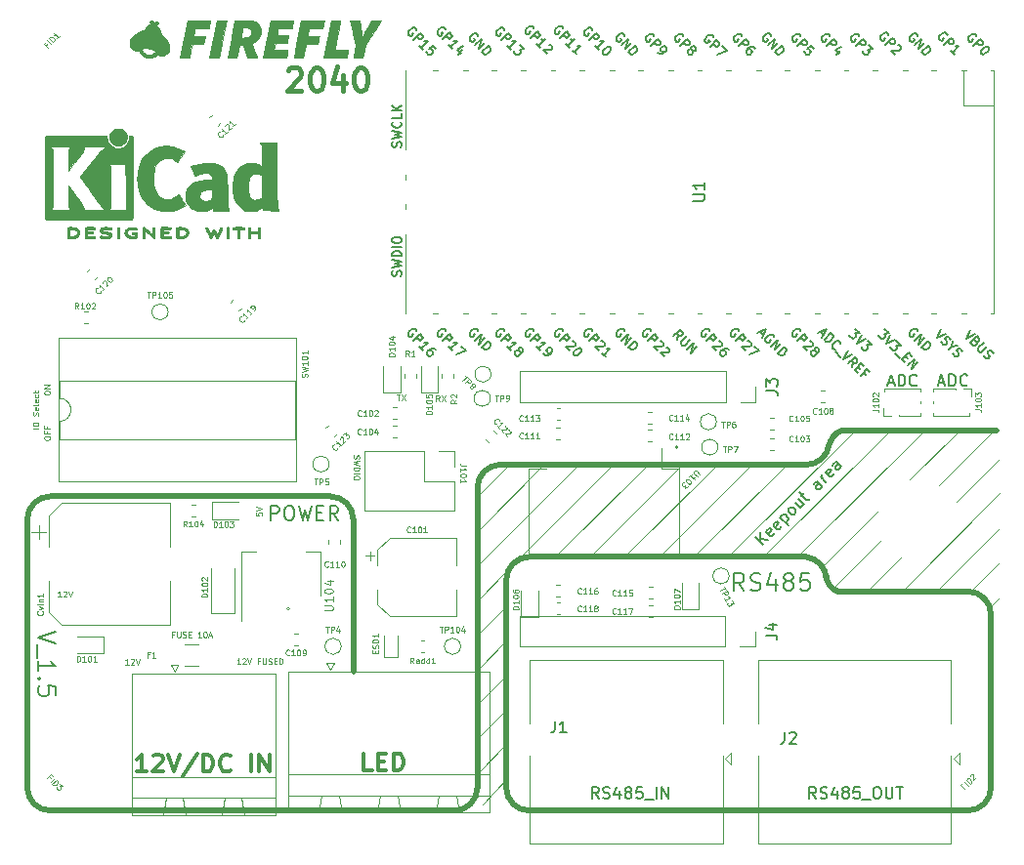
<source format=gbr>
%TF.GenerationSoftware,KiCad,Pcbnew,5.1.9+dfsg1-1+deb11u1*%
%TF.CreationDate,2022-10-19T16:44:56+02:00*%
%TF.ProjectId,firefly,66697265-666c-4792-9e6b-696361645f70,rev?*%
%TF.SameCoordinates,Original*%
%TF.FileFunction,Legend,Top*%
%TF.FilePolarity,Positive*%
%FSLAX46Y46*%
G04 Gerber Fmt 4.6, Leading zero omitted, Abs format (unit mm)*
G04 Created by KiCad (PCBNEW 5.1.9+dfsg1-1+deb11u1) date 2022-10-19 16:44:56*
%MOMM*%
%LPD*%
G01*
G04 APERTURE LIST*
%ADD10C,0.400000*%
%ADD11C,0.200000*%
%ADD12C,0.300000*%
%ADD13C,0.125000*%
%ADD14C,0.120000*%
%ADD15C,0.060000*%
%ADD16C,0.500000*%
%ADD17C,0.150000*%
%ADD18C,0.010000*%
%ADD19C,0.100000*%
G04 APERTURE END LIST*
D10*
X159426428Y-51015238D02*
X159521666Y-50920000D01*
X159712142Y-50824761D01*
X160188333Y-50824761D01*
X160378809Y-50920000D01*
X160474047Y-51015238D01*
X160569285Y-51205714D01*
X160569285Y-51396190D01*
X160474047Y-51681904D01*
X159331190Y-52824761D01*
X160569285Y-52824761D01*
X161807380Y-50824761D02*
X161997857Y-50824761D01*
X162188333Y-50920000D01*
X162283571Y-51015238D01*
X162378809Y-51205714D01*
X162474047Y-51586666D01*
X162474047Y-52062857D01*
X162378809Y-52443809D01*
X162283571Y-52634285D01*
X162188333Y-52729523D01*
X161997857Y-52824761D01*
X161807380Y-52824761D01*
X161616904Y-52729523D01*
X161521666Y-52634285D01*
X161426428Y-52443809D01*
X161331190Y-52062857D01*
X161331190Y-51586666D01*
X161426428Y-51205714D01*
X161521666Y-51015238D01*
X161616904Y-50920000D01*
X161807380Y-50824761D01*
X164188333Y-51491428D02*
X164188333Y-52824761D01*
X163712142Y-50729523D02*
X163235952Y-52158095D01*
X164474047Y-52158095D01*
X165616904Y-50824761D02*
X165807380Y-50824761D01*
X165997857Y-50920000D01*
X166093095Y-51015238D01*
X166188333Y-51205714D01*
X166283571Y-51586666D01*
X166283571Y-52062857D01*
X166188333Y-52443809D01*
X166093095Y-52634285D01*
X165997857Y-52729523D01*
X165807380Y-52824761D01*
X165616904Y-52824761D01*
X165426428Y-52729523D01*
X165331190Y-52634285D01*
X165235952Y-52443809D01*
X165140714Y-52062857D01*
X165140714Y-51586666D01*
X165235952Y-51205714D01*
X165331190Y-51015238D01*
X165426428Y-50920000D01*
X165616904Y-50824761D01*
D11*
X215796904Y-78126666D02*
X216273095Y-78126666D01*
X215701666Y-78412380D02*
X216035000Y-77412380D01*
X216368333Y-78412380D01*
X216701666Y-78412380D02*
X216701666Y-77412380D01*
X216939761Y-77412380D01*
X217082619Y-77460000D01*
X217177857Y-77555238D01*
X217225476Y-77650476D01*
X217273095Y-77840952D01*
X217273095Y-77983809D01*
X217225476Y-78174285D01*
X217177857Y-78269523D01*
X217082619Y-78364761D01*
X216939761Y-78412380D01*
X216701666Y-78412380D01*
X218273095Y-78317142D02*
X218225476Y-78364761D01*
X218082619Y-78412380D01*
X217987380Y-78412380D01*
X217844523Y-78364761D01*
X217749285Y-78269523D01*
X217701666Y-78174285D01*
X217654047Y-77983809D01*
X217654047Y-77840952D01*
X217701666Y-77650476D01*
X217749285Y-77555238D01*
X217844523Y-77460000D01*
X217987380Y-77412380D01*
X218082619Y-77412380D01*
X218225476Y-77460000D01*
X218273095Y-77507619D01*
X211406904Y-78146666D02*
X211883095Y-78146666D01*
X211311666Y-78432380D02*
X211645000Y-77432380D01*
X211978333Y-78432380D01*
X212311666Y-78432380D02*
X212311666Y-77432380D01*
X212549761Y-77432380D01*
X212692619Y-77480000D01*
X212787857Y-77575238D01*
X212835476Y-77670476D01*
X212883095Y-77860952D01*
X212883095Y-78003809D01*
X212835476Y-78194285D01*
X212787857Y-78289523D01*
X212692619Y-78384761D01*
X212549761Y-78432380D01*
X212311666Y-78432380D01*
X213883095Y-78337142D02*
X213835476Y-78384761D01*
X213692619Y-78432380D01*
X213597380Y-78432380D01*
X213454523Y-78384761D01*
X213359285Y-78289523D01*
X213311666Y-78194285D01*
X213264047Y-78003809D01*
X213264047Y-77860952D01*
X213311666Y-77670476D01*
X213359285Y-77575238D01*
X213454523Y-77480000D01*
X213597380Y-77432380D01*
X213692619Y-77432380D01*
X213835476Y-77480000D01*
X213883095Y-77527619D01*
X205170238Y-114202380D02*
X204836904Y-113726190D01*
X204598809Y-114202380D02*
X204598809Y-113202380D01*
X204979761Y-113202380D01*
X205075000Y-113250000D01*
X205122619Y-113297619D01*
X205170238Y-113392857D01*
X205170238Y-113535714D01*
X205122619Y-113630952D01*
X205075000Y-113678571D01*
X204979761Y-113726190D01*
X204598809Y-113726190D01*
X205551190Y-114154761D02*
X205694047Y-114202380D01*
X205932142Y-114202380D01*
X206027380Y-114154761D01*
X206075000Y-114107142D01*
X206122619Y-114011904D01*
X206122619Y-113916666D01*
X206075000Y-113821428D01*
X206027380Y-113773809D01*
X205932142Y-113726190D01*
X205741666Y-113678571D01*
X205646428Y-113630952D01*
X205598809Y-113583333D01*
X205551190Y-113488095D01*
X205551190Y-113392857D01*
X205598809Y-113297619D01*
X205646428Y-113250000D01*
X205741666Y-113202380D01*
X205979761Y-113202380D01*
X206122619Y-113250000D01*
X206979761Y-113535714D02*
X206979761Y-114202380D01*
X206741666Y-113154761D02*
X206503571Y-113869047D01*
X207122619Y-113869047D01*
X207646428Y-113630952D02*
X207551190Y-113583333D01*
X207503571Y-113535714D01*
X207455952Y-113440476D01*
X207455952Y-113392857D01*
X207503571Y-113297619D01*
X207551190Y-113250000D01*
X207646428Y-113202380D01*
X207836904Y-113202380D01*
X207932142Y-113250000D01*
X207979761Y-113297619D01*
X208027380Y-113392857D01*
X208027380Y-113440476D01*
X207979761Y-113535714D01*
X207932142Y-113583333D01*
X207836904Y-113630952D01*
X207646428Y-113630952D01*
X207551190Y-113678571D01*
X207503571Y-113726190D01*
X207455952Y-113821428D01*
X207455952Y-114011904D01*
X207503571Y-114107142D01*
X207551190Y-114154761D01*
X207646428Y-114202380D01*
X207836904Y-114202380D01*
X207932142Y-114154761D01*
X207979761Y-114107142D01*
X208027380Y-114011904D01*
X208027380Y-113821428D01*
X207979761Y-113726190D01*
X207932142Y-113678571D01*
X207836904Y-113630952D01*
X208932142Y-113202380D02*
X208455952Y-113202380D01*
X208408333Y-113678571D01*
X208455952Y-113630952D01*
X208551190Y-113583333D01*
X208789285Y-113583333D01*
X208884523Y-113630952D01*
X208932142Y-113678571D01*
X208979761Y-113773809D01*
X208979761Y-114011904D01*
X208932142Y-114107142D01*
X208884523Y-114154761D01*
X208789285Y-114202380D01*
X208551190Y-114202380D01*
X208455952Y-114154761D01*
X208408333Y-114107142D01*
X209170238Y-114297619D02*
X209932142Y-114297619D01*
X210360714Y-113202380D02*
X210551190Y-113202380D01*
X210646428Y-113250000D01*
X210741666Y-113345238D01*
X210789285Y-113535714D01*
X210789285Y-113869047D01*
X210741666Y-114059523D01*
X210646428Y-114154761D01*
X210551190Y-114202380D01*
X210360714Y-114202380D01*
X210265476Y-114154761D01*
X210170238Y-114059523D01*
X210122619Y-113869047D01*
X210122619Y-113535714D01*
X210170238Y-113345238D01*
X210265476Y-113250000D01*
X210360714Y-113202380D01*
X211217857Y-113202380D02*
X211217857Y-114011904D01*
X211265476Y-114107142D01*
X211313095Y-114154761D01*
X211408333Y-114202380D01*
X211598809Y-114202380D01*
X211694047Y-114154761D01*
X211741666Y-114107142D01*
X211789285Y-114011904D01*
X211789285Y-113202380D01*
X212122619Y-113202380D02*
X212694047Y-113202380D01*
X212408333Y-114202380D02*
X212408333Y-113202380D01*
X186336904Y-114202380D02*
X186003571Y-113726190D01*
X185765476Y-114202380D02*
X185765476Y-113202380D01*
X186146428Y-113202380D01*
X186241666Y-113250000D01*
X186289285Y-113297619D01*
X186336904Y-113392857D01*
X186336904Y-113535714D01*
X186289285Y-113630952D01*
X186241666Y-113678571D01*
X186146428Y-113726190D01*
X185765476Y-113726190D01*
X186717857Y-114154761D02*
X186860714Y-114202380D01*
X187098809Y-114202380D01*
X187194047Y-114154761D01*
X187241666Y-114107142D01*
X187289285Y-114011904D01*
X187289285Y-113916666D01*
X187241666Y-113821428D01*
X187194047Y-113773809D01*
X187098809Y-113726190D01*
X186908333Y-113678571D01*
X186813095Y-113630952D01*
X186765476Y-113583333D01*
X186717857Y-113488095D01*
X186717857Y-113392857D01*
X186765476Y-113297619D01*
X186813095Y-113250000D01*
X186908333Y-113202380D01*
X187146428Y-113202380D01*
X187289285Y-113250000D01*
X188146428Y-113535714D02*
X188146428Y-114202380D01*
X187908333Y-113154761D02*
X187670238Y-113869047D01*
X188289285Y-113869047D01*
X188813095Y-113630952D02*
X188717857Y-113583333D01*
X188670238Y-113535714D01*
X188622619Y-113440476D01*
X188622619Y-113392857D01*
X188670238Y-113297619D01*
X188717857Y-113250000D01*
X188813095Y-113202380D01*
X189003571Y-113202380D01*
X189098809Y-113250000D01*
X189146428Y-113297619D01*
X189194047Y-113392857D01*
X189194047Y-113440476D01*
X189146428Y-113535714D01*
X189098809Y-113583333D01*
X189003571Y-113630952D01*
X188813095Y-113630952D01*
X188717857Y-113678571D01*
X188670238Y-113726190D01*
X188622619Y-113821428D01*
X188622619Y-114011904D01*
X188670238Y-114107142D01*
X188717857Y-114154761D01*
X188813095Y-114202380D01*
X189003571Y-114202380D01*
X189098809Y-114154761D01*
X189146428Y-114107142D01*
X189194047Y-114011904D01*
X189194047Y-113821428D01*
X189146428Y-113726190D01*
X189098809Y-113678571D01*
X189003571Y-113630952D01*
X190098809Y-113202380D02*
X189622619Y-113202380D01*
X189575000Y-113678571D01*
X189622619Y-113630952D01*
X189717857Y-113583333D01*
X189955952Y-113583333D01*
X190051190Y-113630952D01*
X190098809Y-113678571D01*
X190146428Y-113773809D01*
X190146428Y-114011904D01*
X190098809Y-114107142D01*
X190051190Y-114154761D01*
X189955952Y-114202380D01*
X189717857Y-114202380D01*
X189622619Y-114154761D01*
X189575000Y-114107142D01*
X190336904Y-114297619D02*
X191098809Y-114297619D01*
X191336904Y-114202380D02*
X191336904Y-113202380D01*
X191813095Y-114202380D02*
X191813095Y-113202380D01*
X192384523Y-114202380D01*
X192384523Y-113202380D01*
D12*
X166710714Y-111778571D02*
X165996428Y-111778571D01*
X165996428Y-110278571D01*
X167210714Y-110992857D02*
X167710714Y-110992857D01*
X167925000Y-111778571D02*
X167210714Y-111778571D01*
X167210714Y-110278571D01*
X167925000Y-110278571D01*
X168567857Y-111778571D02*
X168567857Y-110278571D01*
X168925000Y-110278571D01*
X169139285Y-110350000D01*
X169282142Y-110492857D01*
X169353571Y-110635714D01*
X169425000Y-110921428D01*
X169425000Y-111135714D01*
X169353571Y-111421428D01*
X169282142Y-111564285D01*
X169139285Y-111707142D01*
X168925000Y-111778571D01*
X168567857Y-111778571D01*
X147146428Y-111878571D02*
X146289285Y-111878571D01*
X146717857Y-111878571D02*
X146717857Y-110378571D01*
X146575000Y-110592857D01*
X146432142Y-110735714D01*
X146289285Y-110807142D01*
X147717857Y-110521428D02*
X147789285Y-110450000D01*
X147932142Y-110378571D01*
X148289285Y-110378571D01*
X148432142Y-110450000D01*
X148503571Y-110521428D01*
X148575000Y-110664285D01*
X148575000Y-110807142D01*
X148503571Y-111021428D01*
X147646428Y-111878571D01*
X148575000Y-111878571D01*
X149003571Y-110378571D02*
X149503571Y-111878571D01*
X150003571Y-110378571D01*
X151575000Y-110307142D02*
X150289285Y-112235714D01*
X152075000Y-111878571D02*
X152075000Y-110378571D01*
X152432142Y-110378571D01*
X152646428Y-110450000D01*
X152789285Y-110592857D01*
X152860714Y-110735714D01*
X152932142Y-111021428D01*
X152932142Y-111235714D01*
X152860714Y-111521428D01*
X152789285Y-111664285D01*
X152646428Y-111807142D01*
X152432142Y-111878571D01*
X152075000Y-111878571D01*
X154432142Y-111735714D02*
X154360714Y-111807142D01*
X154146428Y-111878571D01*
X154003571Y-111878571D01*
X153789285Y-111807142D01*
X153646428Y-111664285D01*
X153575000Y-111521428D01*
X153503571Y-111235714D01*
X153503571Y-111021428D01*
X153575000Y-110735714D01*
X153646428Y-110592857D01*
X153789285Y-110450000D01*
X154003571Y-110378571D01*
X154146428Y-110378571D01*
X154360714Y-110450000D01*
X154432142Y-110521428D01*
X156217857Y-111878571D02*
X156217857Y-110378571D01*
X156932142Y-111878571D02*
X156932142Y-110378571D01*
X157789285Y-111878571D01*
X157789285Y-110378571D01*
D13*
X155284523Y-102551190D02*
X154998809Y-102551190D01*
X155141666Y-102551190D02*
X155141666Y-102051190D01*
X155094047Y-102122619D01*
X155046428Y-102170238D01*
X154998809Y-102194047D01*
X155475000Y-102098809D02*
X155498809Y-102075000D01*
X155546428Y-102051190D01*
X155665476Y-102051190D01*
X155713095Y-102075000D01*
X155736904Y-102098809D01*
X155760714Y-102146428D01*
X155760714Y-102194047D01*
X155736904Y-102265476D01*
X155451190Y-102551190D01*
X155760714Y-102551190D01*
X155903571Y-102051190D02*
X156070238Y-102551190D01*
X156236904Y-102051190D01*
X156951190Y-102289285D02*
X156784523Y-102289285D01*
X156784523Y-102551190D02*
X156784523Y-102051190D01*
X157022619Y-102051190D01*
X157213095Y-102051190D02*
X157213095Y-102455952D01*
X157236904Y-102503571D01*
X157260714Y-102527380D01*
X157308333Y-102551190D01*
X157403571Y-102551190D01*
X157451190Y-102527380D01*
X157475000Y-102503571D01*
X157498809Y-102455952D01*
X157498809Y-102051190D01*
X157713095Y-102527380D02*
X157784523Y-102551190D01*
X157903571Y-102551190D01*
X157951190Y-102527380D01*
X157975000Y-102503571D01*
X157998809Y-102455952D01*
X157998809Y-102408333D01*
X157975000Y-102360714D01*
X157951190Y-102336904D01*
X157903571Y-102313095D01*
X157808333Y-102289285D01*
X157760714Y-102265476D01*
X157736904Y-102241666D01*
X157713095Y-102194047D01*
X157713095Y-102146428D01*
X157736904Y-102098809D01*
X157760714Y-102075000D01*
X157808333Y-102051190D01*
X157927380Y-102051190D01*
X157998809Y-102075000D01*
X158213095Y-102289285D02*
X158379761Y-102289285D01*
X158451190Y-102551190D02*
X158213095Y-102551190D01*
X158213095Y-102051190D01*
X158451190Y-102051190D01*
X158665476Y-102551190D02*
X158665476Y-102051190D01*
X158784523Y-102051190D01*
X158855952Y-102075000D01*
X158903571Y-102122619D01*
X158927380Y-102170238D01*
X158951190Y-102265476D01*
X158951190Y-102336904D01*
X158927380Y-102432142D01*
X158903571Y-102479761D01*
X158855952Y-102527380D01*
X158784523Y-102551190D01*
X158665476Y-102551190D01*
X145615476Y-102576190D02*
X145329761Y-102576190D01*
X145472619Y-102576190D02*
X145472619Y-102076190D01*
X145425000Y-102147619D01*
X145377380Y-102195238D01*
X145329761Y-102219047D01*
X145805952Y-102123809D02*
X145829761Y-102100000D01*
X145877380Y-102076190D01*
X145996428Y-102076190D01*
X146044047Y-102100000D01*
X146067857Y-102123809D01*
X146091666Y-102171428D01*
X146091666Y-102219047D01*
X146067857Y-102290476D01*
X145782142Y-102576190D01*
X146091666Y-102576190D01*
X146234523Y-102076190D02*
X146401190Y-102576190D01*
X146567857Y-102076190D01*
D14*
X178325000Y-112500000D02*
X176275000Y-114700000D01*
X178325000Y-109500000D02*
X175825000Y-112000000D01*
X178325000Y-106500000D02*
X175825000Y-109000000D01*
X178325000Y-103500000D02*
X175825000Y-106000000D01*
X178325000Y-100500000D02*
X175825000Y-103000000D01*
X178325000Y-97500000D02*
X175825000Y-100000000D01*
X178325000Y-94500000D02*
X175825000Y-97000000D01*
X210575000Y-89250000D02*
X205825000Y-94000000D01*
X210825000Y-91750000D02*
X206575000Y-96000000D01*
X212575000Y-93250000D02*
X209575000Y-96250000D01*
X221075000Y-87750000D02*
X212575000Y-96250000D01*
X221075000Y-96750000D02*
X220325000Y-97500000D01*
X221075000Y-93750000D02*
X218575000Y-96250000D01*
X221075000Y-90750000D02*
X215575000Y-96250000D01*
X221075000Y-84750000D02*
X217325000Y-88500000D01*
X220575000Y-82250000D02*
X215825000Y-87000000D01*
X217575000Y-82250000D02*
X213325000Y-86500000D01*
X214575000Y-82250000D02*
X203575000Y-93250000D01*
X211575000Y-82250000D02*
X200575000Y-93250000D01*
X208575000Y-82250000D02*
X197575000Y-93250000D01*
X202575000Y-85250000D02*
X194575000Y-93250000D01*
X199575000Y-85250000D02*
X191575000Y-93250000D01*
X196575000Y-85250000D02*
X188575000Y-93250000D01*
X193575000Y-85250000D02*
X185575000Y-93250000D01*
X190575000Y-85250000D02*
X182575000Y-93250000D01*
X187575000Y-85250000D02*
X179325000Y-93500000D01*
X184575000Y-85250000D02*
X175825000Y-94000000D01*
X181575000Y-85250000D02*
X175825000Y-91000000D01*
X178575000Y-85250000D02*
X175825000Y-88000000D01*
D13*
X149539285Y-99964285D02*
X149372619Y-99964285D01*
X149372619Y-100226190D02*
X149372619Y-99726190D01*
X149610714Y-99726190D01*
X149801190Y-99726190D02*
X149801190Y-100130952D01*
X149825000Y-100178571D01*
X149848809Y-100202380D01*
X149896428Y-100226190D01*
X149991666Y-100226190D01*
X150039285Y-100202380D01*
X150063095Y-100178571D01*
X150086904Y-100130952D01*
X150086904Y-99726190D01*
X150301190Y-100202380D02*
X150372619Y-100226190D01*
X150491666Y-100226190D01*
X150539285Y-100202380D01*
X150563095Y-100178571D01*
X150586904Y-100130952D01*
X150586904Y-100083333D01*
X150563095Y-100035714D01*
X150539285Y-100011904D01*
X150491666Y-99988095D01*
X150396428Y-99964285D01*
X150348809Y-99940476D01*
X150325000Y-99916666D01*
X150301190Y-99869047D01*
X150301190Y-99821428D01*
X150325000Y-99773809D01*
X150348809Y-99750000D01*
X150396428Y-99726190D01*
X150515476Y-99726190D01*
X150586904Y-99750000D01*
X150801190Y-99964285D02*
X150967857Y-99964285D01*
X151039285Y-100226190D02*
X150801190Y-100226190D01*
X150801190Y-99726190D01*
X151039285Y-99726190D01*
X151896428Y-100226190D02*
X151610714Y-100226190D01*
X151753571Y-100226190D02*
X151753571Y-99726190D01*
X151705952Y-99797619D01*
X151658333Y-99845238D01*
X151610714Y-99869047D01*
X152205952Y-99726190D02*
X152253571Y-99726190D01*
X152301190Y-99750000D01*
X152325000Y-99773809D01*
X152348809Y-99821428D01*
X152372619Y-99916666D01*
X152372619Y-100035714D01*
X152348809Y-100130952D01*
X152325000Y-100178571D01*
X152301190Y-100202380D01*
X152253571Y-100226190D01*
X152205952Y-100226190D01*
X152158333Y-100202380D01*
X152134523Y-100178571D01*
X152110714Y-100130952D01*
X152086904Y-100035714D01*
X152086904Y-99916666D01*
X152110714Y-99821428D01*
X152134523Y-99773809D01*
X152158333Y-99750000D01*
X152205952Y-99726190D01*
X152563095Y-100083333D02*
X152801190Y-100083333D01*
X152515476Y-100226190D02*
X152682142Y-99726190D01*
X152848809Y-100226190D01*
X138301190Y-79059523D02*
X138301190Y-78964285D01*
X138325000Y-78916666D01*
X138372619Y-78869047D01*
X138467857Y-78845238D01*
X138634523Y-78845238D01*
X138729761Y-78869047D01*
X138777380Y-78916666D01*
X138801190Y-78964285D01*
X138801190Y-79059523D01*
X138777380Y-79107142D01*
X138729761Y-79154761D01*
X138634523Y-79178571D01*
X138467857Y-79178571D01*
X138372619Y-79154761D01*
X138325000Y-79107142D01*
X138301190Y-79059523D01*
X138801190Y-78630952D02*
X138301190Y-78630952D01*
X138801190Y-78345238D01*
X138301190Y-78345238D01*
X138301190Y-82976190D02*
X138301190Y-82880952D01*
X138325000Y-82833333D01*
X138372619Y-82785714D01*
X138467857Y-82761904D01*
X138634523Y-82761904D01*
X138729761Y-82785714D01*
X138777380Y-82833333D01*
X138801190Y-82880952D01*
X138801190Y-82976190D01*
X138777380Y-83023809D01*
X138729761Y-83071428D01*
X138634523Y-83095238D01*
X138467857Y-83095238D01*
X138372619Y-83071428D01*
X138325000Y-83023809D01*
X138301190Y-82976190D01*
X138539285Y-82380952D02*
X138539285Y-82547619D01*
X138801190Y-82547619D02*
X138301190Y-82547619D01*
X138301190Y-82309523D01*
X138539285Y-81952380D02*
X138539285Y-82119047D01*
X138801190Y-82119047D02*
X138301190Y-82119047D01*
X138301190Y-81880952D01*
D15*
X193200000Y-83750000D02*
G75*
G03*
X193200000Y-83750000I-125000J0D01*
G01*
X159575000Y-97750000D02*
G75*
G03*
X159575000Y-97750000I-125000J0D01*
G01*
D13*
X156661190Y-89385238D02*
X156661190Y-89623333D01*
X156899285Y-89647142D01*
X156875476Y-89623333D01*
X156851666Y-89575714D01*
X156851666Y-89456666D01*
X156875476Y-89409047D01*
X156899285Y-89385238D01*
X156946904Y-89361428D01*
X157065952Y-89361428D01*
X157113571Y-89385238D01*
X157137380Y-89409047D01*
X157161190Y-89456666D01*
X157161190Y-89575714D01*
X157137380Y-89623333D01*
X157113571Y-89647142D01*
X156661190Y-89218571D02*
X157161190Y-89051904D01*
X156661190Y-88885238D01*
X139765476Y-96726190D02*
X139479761Y-96726190D01*
X139622619Y-96726190D02*
X139622619Y-96226190D01*
X139575000Y-96297619D01*
X139527380Y-96345238D01*
X139479761Y-96369047D01*
X139955952Y-96273809D02*
X139979761Y-96250000D01*
X140027380Y-96226190D01*
X140146428Y-96226190D01*
X140194047Y-96250000D01*
X140217857Y-96273809D01*
X140241666Y-96321428D01*
X140241666Y-96369047D01*
X140217857Y-96440476D01*
X139932142Y-96726190D01*
X140241666Y-96726190D01*
X140384523Y-96226190D02*
X140551190Y-96726190D01*
X140717857Y-96226190D01*
X172531666Y-79726190D02*
X172365000Y-79488095D01*
X172245952Y-79726190D02*
X172245952Y-79226190D01*
X172436428Y-79226190D01*
X172484047Y-79250000D01*
X172507857Y-79273809D01*
X172531666Y-79321428D01*
X172531666Y-79392857D01*
X172507857Y-79440476D01*
X172484047Y-79464285D01*
X172436428Y-79488095D01*
X172245952Y-79488095D01*
X172698333Y-79226190D02*
X173031666Y-79726190D01*
X173031666Y-79226190D02*
X172698333Y-79726190D01*
X168844047Y-79156190D02*
X169129761Y-79156190D01*
X168986904Y-79656190D02*
X168986904Y-79156190D01*
X169248809Y-79156190D02*
X169582142Y-79656190D01*
X169582142Y-79156190D02*
X169248809Y-79656190D01*
D16*
X204325000Y-93250000D02*
G75*
G02*
X206076930Y-95234557I-248071J-1984557D01*
G01*
X207075000Y-96250000D02*
G75*
G02*
X206049342Y-94826974I474343J1423026D01*
G01*
X206401975Y-83275657D02*
G75*
G02*
X207825001Y-82249999I1423026J-474343D01*
G01*
X206309557Y-83498070D02*
G75*
G02*
X204325000Y-85250000I-1984557J248071D01*
G01*
X207825001Y-82249999D02*
X220825000Y-82250000D01*
D11*
X139296428Y-99712857D02*
X137796428Y-100212857D01*
X139296428Y-100712857D01*
X137653571Y-100855714D02*
X137653571Y-101998571D01*
X137796428Y-103141428D02*
X137796428Y-102284285D01*
X137796428Y-102712857D02*
X139296428Y-102712857D01*
X139082142Y-102570000D01*
X138939285Y-102427142D01*
X138867857Y-102284285D01*
X137939285Y-103784285D02*
X137867857Y-103855714D01*
X137796428Y-103784285D01*
X137867857Y-103712857D01*
X137939285Y-103784285D01*
X137796428Y-103784285D01*
X139296428Y-105212857D02*
X139296428Y-104498571D01*
X138582142Y-104427142D01*
X138653571Y-104498571D01*
X138725000Y-104641428D01*
X138725000Y-104998571D01*
X138653571Y-105141428D01*
X138582142Y-105212857D01*
X138439285Y-105284285D01*
X138082142Y-105284285D01*
X137939285Y-105212857D01*
X137867857Y-105141428D01*
X137796428Y-104998571D01*
X137796428Y-104641428D01*
X137867857Y-104498571D01*
X137939285Y-104427142D01*
D16*
X218325000Y-96250000D02*
G75*
G02*
X220325001Y-98250001I0J-2000001D01*
G01*
X180325001Y-115250001D02*
G75*
G02*
X178325000Y-113250000I0J2000001D01*
G01*
X175825001Y-113249999D02*
G75*
G02*
X173825000Y-115250000I-2000001J0D01*
G01*
X178325000Y-95250000D02*
G75*
G02*
X180325001Y-93249999I2000001J0D01*
G01*
X175824999Y-87250001D02*
G75*
G02*
X177825000Y-85250000I2000001J0D01*
G01*
X163074999Y-87999999D02*
G75*
G02*
X165075000Y-90000000I0J-2000001D01*
G01*
X136825000Y-90000000D02*
G75*
G02*
X138825001Y-87999999I2000001J0D01*
G01*
X220325001Y-113249999D02*
G75*
G02*
X218325000Y-115250000I-2000001J0D01*
G01*
X138825001Y-115250001D02*
G75*
G02*
X136825000Y-113250000I0J2000001D01*
G01*
D13*
X165122619Y-84440476D02*
X165098809Y-84511904D01*
X165098809Y-84630952D01*
X165122619Y-84678571D01*
X165146428Y-84702380D01*
X165194047Y-84726190D01*
X165241666Y-84726190D01*
X165289285Y-84702380D01*
X165313095Y-84678571D01*
X165336904Y-84630952D01*
X165360714Y-84535714D01*
X165384523Y-84488095D01*
X165408333Y-84464285D01*
X165455952Y-84440476D01*
X165503571Y-84440476D01*
X165551190Y-84464285D01*
X165575000Y-84488095D01*
X165598809Y-84535714D01*
X165598809Y-84654761D01*
X165575000Y-84726190D01*
X165598809Y-84892857D02*
X165098809Y-85011904D01*
X165455952Y-85107142D01*
X165098809Y-85202380D01*
X165598809Y-85321428D01*
X165098809Y-85511904D02*
X165598809Y-85511904D01*
X165598809Y-85630952D01*
X165575000Y-85702380D01*
X165527380Y-85750000D01*
X165479761Y-85773809D01*
X165384523Y-85797619D01*
X165313095Y-85797619D01*
X165217857Y-85773809D01*
X165170238Y-85750000D01*
X165122619Y-85702380D01*
X165098809Y-85630952D01*
X165098809Y-85511904D01*
X165098809Y-86011904D02*
X165598809Y-86011904D01*
X165598809Y-86345238D02*
X165598809Y-86440476D01*
X165575000Y-86488095D01*
X165527380Y-86535714D01*
X165432142Y-86559523D01*
X165265476Y-86559523D01*
X165170238Y-86535714D01*
X165122619Y-86488095D01*
X165098809Y-86440476D01*
X165098809Y-86345238D01*
X165122619Y-86297619D01*
X165170238Y-86250000D01*
X165265476Y-86226190D01*
X165432142Y-86226190D01*
X165527380Y-86250000D01*
X165575000Y-86297619D01*
X165598809Y-86345238D01*
D16*
X180325001Y-115250001D02*
X218325000Y-115250000D01*
X138825001Y-115250001D02*
X173825000Y-115250000D01*
X136825000Y-90000000D02*
X136825000Y-113250000D01*
D13*
X137801190Y-82095238D02*
X137301190Y-82095238D01*
X137801190Y-81857142D02*
X137301190Y-81857142D01*
X137301190Y-81738095D01*
X137325000Y-81666666D01*
X137372619Y-81619047D01*
X137420238Y-81595238D01*
X137515476Y-81571428D01*
X137586904Y-81571428D01*
X137682142Y-81595238D01*
X137729761Y-81619047D01*
X137777380Y-81666666D01*
X137801190Y-81738095D01*
X137801190Y-81857142D01*
X137777380Y-81000000D02*
X137801190Y-80928571D01*
X137801190Y-80809523D01*
X137777380Y-80761904D01*
X137753571Y-80738095D01*
X137705952Y-80714285D01*
X137658333Y-80714285D01*
X137610714Y-80738095D01*
X137586904Y-80761904D01*
X137563095Y-80809523D01*
X137539285Y-80904761D01*
X137515476Y-80952380D01*
X137491666Y-80976190D01*
X137444047Y-81000000D01*
X137396428Y-81000000D01*
X137348809Y-80976190D01*
X137325000Y-80952380D01*
X137301190Y-80904761D01*
X137301190Y-80785714D01*
X137325000Y-80714285D01*
X137777380Y-80309523D02*
X137801190Y-80357142D01*
X137801190Y-80452380D01*
X137777380Y-80500000D01*
X137729761Y-80523809D01*
X137539285Y-80523809D01*
X137491666Y-80500000D01*
X137467857Y-80452380D01*
X137467857Y-80357142D01*
X137491666Y-80309523D01*
X137539285Y-80285714D01*
X137586904Y-80285714D01*
X137634523Y-80523809D01*
X137801190Y-80000000D02*
X137777380Y-80047619D01*
X137729761Y-80071428D01*
X137301190Y-80071428D01*
X137777380Y-79619047D02*
X137801190Y-79666666D01*
X137801190Y-79761904D01*
X137777380Y-79809523D01*
X137729761Y-79833333D01*
X137539285Y-79833333D01*
X137491666Y-79809523D01*
X137467857Y-79761904D01*
X137467857Y-79666666D01*
X137491666Y-79619047D01*
X137539285Y-79595238D01*
X137586904Y-79595238D01*
X137634523Y-79833333D01*
X137777380Y-79166666D02*
X137801190Y-79214285D01*
X137801190Y-79309523D01*
X137777380Y-79357142D01*
X137753571Y-79380952D01*
X137705952Y-79404761D01*
X137563095Y-79404761D01*
X137515476Y-79380952D01*
X137491666Y-79357142D01*
X137467857Y-79309523D01*
X137467857Y-79214285D01*
X137491666Y-79166666D01*
X137467857Y-79023809D02*
X137467857Y-78833333D01*
X137301190Y-78952380D02*
X137729761Y-78952380D01*
X137777380Y-78928571D01*
X137801190Y-78880952D01*
X137801190Y-78833333D01*
D16*
X175824999Y-87250001D02*
X175825001Y-113249999D01*
X177825000Y-85250000D02*
X204325000Y-85250000D01*
X220325001Y-98250001D02*
X220325001Y-113249999D01*
D17*
X200610870Y-92203892D02*
X199903763Y-91496785D01*
X201014931Y-91799831D02*
X200307824Y-91698816D01*
X200307824Y-91092724D02*
X200307824Y-91900846D01*
X201553679Y-91193740D02*
X201520007Y-91294755D01*
X201385320Y-91429442D01*
X201284305Y-91463114D01*
X201183290Y-91429442D01*
X200913916Y-91160068D01*
X200880244Y-91059053D01*
X200913916Y-90958037D01*
X201048603Y-90823350D01*
X201149618Y-90789679D01*
X201250633Y-90823350D01*
X201317977Y-90890694D01*
X201048603Y-91294755D01*
X202159771Y-90587648D02*
X202126099Y-90688663D01*
X201991412Y-90823350D01*
X201890397Y-90857022D01*
X201789381Y-90823350D01*
X201520007Y-90553976D01*
X201486336Y-90452961D01*
X201520007Y-90351946D01*
X201654694Y-90217259D01*
X201755710Y-90183587D01*
X201856725Y-90217259D01*
X201924068Y-90284602D01*
X201654694Y-90688663D01*
X202058755Y-89813198D02*
X202765862Y-90520305D01*
X202092427Y-89846870D02*
X202126099Y-89745854D01*
X202260786Y-89611167D01*
X202361801Y-89577496D01*
X202429145Y-89577496D01*
X202530160Y-89611167D01*
X202732190Y-89813198D01*
X202765862Y-89914213D01*
X202765862Y-89981557D01*
X202732190Y-90082572D01*
X202597503Y-90217259D01*
X202496488Y-90250931D01*
X203270938Y-89543824D02*
X203169923Y-89577496D01*
X203102580Y-89577496D01*
X203001564Y-89543824D01*
X202799534Y-89341793D01*
X202765862Y-89240778D01*
X202765862Y-89173435D01*
X202799534Y-89072419D01*
X202900549Y-88971404D01*
X203001564Y-88937732D01*
X203068908Y-88937732D01*
X203169923Y-88971404D01*
X203371954Y-89173435D01*
X203405625Y-89274450D01*
X203405625Y-89341793D01*
X203371954Y-89442809D01*
X203270938Y-89543824D01*
X203641328Y-88230625D02*
X204112732Y-88702030D01*
X203338282Y-88533671D02*
X203708671Y-88904061D01*
X203809687Y-88937732D01*
X203910702Y-88904061D01*
X204011717Y-88803045D01*
X204045389Y-88702030D01*
X204045389Y-88634687D01*
X203877030Y-87994923D02*
X204146404Y-87725549D01*
X203742343Y-87658206D02*
X204348435Y-88264297D01*
X204449450Y-88297969D01*
X204550465Y-88264297D01*
X204617809Y-88196954D01*
X205695305Y-87119458D02*
X205324915Y-86749068D01*
X205223900Y-86715397D01*
X205122885Y-86749068D01*
X204988198Y-86883755D01*
X204954526Y-86984771D01*
X205661633Y-87085786D02*
X205627961Y-87186801D01*
X205459602Y-87355160D01*
X205358587Y-87388832D01*
X205257572Y-87355160D01*
X205190228Y-87287816D01*
X205156557Y-87186801D01*
X205190228Y-87085786D01*
X205358587Y-86917427D01*
X205392259Y-86816412D01*
X206032022Y-86782740D02*
X205560618Y-86311336D01*
X205695305Y-86446023D02*
X205661633Y-86345007D01*
X205661633Y-86277664D01*
X205695305Y-86176649D01*
X205762648Y-86109305D01*
X206705457Y-86041962D02*
X206671785Y-86142977D01*
X206537098Y-86277664D01*
X206436083Y-86311336D01*
X206335068Y-86277664D01*
X206065694Y-86008290D01*
X206032022Y-85907275D01*
X206065694Y-85806259D01*
X206200381Y-85671572D01*
X206301396Y-85637901D01*
X206402411Y-85671572D01*
X206469755Y-85738916D01*
X206200381Y-86142977D01*
X207378892Y-85435870D02*
X207008503Y-85065481D01*
X206907488Y-85031809D01*
X206806472Y-85065481D01*
X206671785Y-85200168D01*
X206638114Y-85301183D01*
X207345220Y-85402198D02*
X207311549Y-85503214D01*
X207143190Y-85671572D01*
X207042175Y-85705244D01*
X206941159Y-85671572D01*
X206873816Y-85604229D01*
X206840144Y-85503214D01*
X206873816Y-85402198D01*
X207042175Y-85233840D01*
X207075846Y-85132824D01*
D16*
X178325000Y-95250000D02*
X178325000Y-113250000D01*
X207075000Y-96249999D02*
X218325000Y-96250000D01*
X180325001Y-93249999D02*
X204324999Y-93249999D01*
D11*
X198932142Y-96178571D02*
X198432142Y-95464285D01*
X198075000Y-96178571D02*
X198075000Y-94678571D01*
X198646428Y-94678571D01*
X198789285Y-94750000D01*
X198860714Y-94821428D01*
X198932142Y-94964285D01*
X198932142Y-95178571D01*
X198860714Y-95321428D01*
X198789285Y-95392857D01*
X198646428Y-95464285D01*
X198075000Y-95464285D01*
X199503571Y-96107142D02*
X199717857Y-96178571D01*
X200075000Y-96178571D01*
X200217857Y-96107142D01*
X200289285Y-96035714D01*
X200360714Y-95892857D01*
X200360714Y-95750000D01*
X200289285Y-95607142D01*
X200217857Y-95535714D01*
X200075000Y-95464285D01*
X199789285Y-95392857D01*
X199646428Y-95321428D01*
X199575000Y-95250000D01*
X199503571Y-95107142D01*
X199503571Y-94964285D01*
X199575000Y-94821428D01*
X199646428Y-94750000D01*
X199789285Y-94678571D01*
X200146428Y-94678571D01*
X200360714Y-94750000D01*
X201646428Y-95178571D02*
X201646428Y-96178571D01*
X201289285Y-94607142D02*
X200932142Y-95678571D01*
X201860714Y-95678571D01*
X202646428Y-95321428D02*
X202503571Y-95250000D01*
X202432142Y-95178571D01*
X202360714Y-95035714D01*
X202360714Y-94964285D01*
X202432142Y-94821428D01*
X202503571Y-94750000D01*
X202646428Y-94678571D01*
X202932142Y-94678571D01*
X203075000Y-94750000D01*
X203146428Y-94821428D01*
X203217857Y-94964285D01*
X203217857Y-95035714D01*
X203146428Y-95178571D01*
X203075000Y-95250000D01*
X202932142Y-95321428D01*
X202646428Y-95321428D01*
X202503571Y-95392857D01*
X202432142Y-95464285D01*
X202360714Y-95607142D01*
X202360714Y-95892857D01*
X202432142Y-96035714D01*
X202503571Y-96107142D01*
X202646428Y-96178571D01*
X202932142Y-96178571D01*
X203075000Y-96107142D01*
X203146428Y-96035714D01*
X203217857Y-95892857D01*
X203217857Y-95607142D01*
X203146428Y-95464285D01*
X203075000Y-95392857D01*
X202932142Y-95321428D01*
X204575000Y-94678571D02*
X203860714Y-94678571D01*
X203789285Y-95392857D01*
X203860714Y-95321428D01*
X204003571Y-95250000D01*
X204360714Y-95250000D01*
X204503571Y-95321428D01*
X204575000Y-95392857D01*
X204646428Y-95535714D01*
X204646428Y-95892857D01*
X204575000Y-96035714D01*
X204503571Y-96107142D01*
X204360714Y-96178571D01*
X204003571Y-96178571D01*
X203860714Y-96107142D01*
X203789285Y-96035714D01*
X157938095Y-90065476D02*
X157938095Y-88815476D01*
X158414285Y-88815476D01*
X158533333Y-88875000D01*
X158592857Y-88934523D01*
X158652380Y-89053571D01*
X158652380Y-89232142D01*
X158592857Y-89351190D01*
X158533333Y-89410714D01*
X158414285Y-89470238D01*
X157938095Y-89470238D01*
X159426190Y-88815476D02*
X159664285Y-88815476D01*
X159783333Y-88875000D01*
X159902380Y-88994047D01*
X159961904Y-89232142D01*
X159961904Y-89648809D01*
X159902380Y-89886904D01*
X159783333Y-90005952D01*
X159664285Y-90065476D01*
X159426190Y-90065476D01*
X159307142Y-90005952D01*
X159188095Y-89886904D01*
X159128571Y-89648809D01*
X159128571Y-89232142D01*
X159188095Y-88994047D01*
X159307142Y-88875000D01*
X159426190Y-88815476D01*
X160378571Y-88815476D02*
X160676190Y-90065476D01*
X160914285Y-89172619D01*
X161152380Y-90065476D01*
X161450000Y-88815476D01*
X161926190Y-89410714D02*
X162342857Y-89410714D01*
X162521428Y-90065476D02*
X161926190Y-90065476D01*
X161926190Y-88815476D01*
X162521428Y-88815476D01*
X163771428Y-90065476D02*
X163354761Y-89470238D01*
X163057142Y-90065476D02*
X163057142Y-88815476D01*
X163533333Y-88815476D01*
X163652380Y-88875000D01*
X163711904Y-88934523D01*
X163771428Y-89053571D01*
X163771428Y-89232142D01*
X163711904Y-89351190D01*
X163652380Y-89410714D01*
X163533333Y-89470238D01*
X163057142Y-89470238D01*
D16*
X165075000Y-90000000D02*
X165075000Y-103200000D01*
X138825001Y-87999999D02*
X163074999Y-87999999D01*
D18*
%TO.C,REF\u002A\u002A*%
G36*
X140604911Y-56691660D02*
G01*
X140954460Y-56691707D01*
X141117170Y-56691714D01*
X143721571Y-56691715D01*
X143721571Y-56845238D01*
X143737957Y-57032063D01*
X143787412Y-57204367D01*
X143870380Y-57363175D01*
X143987305Y-57509510D01*
X144026864Y-57549032D01*
X144169170Y-57661138D01*
X144326078Y-57742899D01*
X144492928Y-57794353D01*
X144665061Y-57815537D01*
X144837815Y-57806487D01*
X145006530Y-57767242D01*
X145166546Y-57697838D01*
X145313202Y-57598311D01*
X145379068Y-57538265D01*
X145501808Y-57391043D01*
X145591812Y-57229147D01*
X145648294Y-57054427D01*
X145670471Y-56868735D01*
X145670766Y-56850467D01*
X145671928Y-56691720D01*
X145741700Y-56691717D01*
X145803595Y-56700118D01*
X145860135Y-56720556D01*
X145863872Y-56722667D01*
X145876642Y-56729293D01*
X145888368Y-56734454D01*
X145899094Y-56739651D01*
X145908861Y-56746390D01*
X145917712Y-56756171D01*
X145925689Y-56770500D01*
X145932835Y-56790878D01*
X145939192Y-56818808D01*
X145944802Y-56855795D01*
X145949707Y-56903340D01*
X145953951Y-56962947D01*
X145957576Y-57036119D01*
X145960623Y-57124359D01*
X145963136Y-57229170D01*
X145965156Y-57352055D01*
X145966726Y-57494517D01*
X145967888Y-57658060D01*
X145968686Y-57844186D01*
X145969160Y-58054398D01*
X145969354Y-58290200D01*
X145969310Y-58553094D01*
X145969070Y-58844584D01*
X145968677Y-59166172D01*
X145968173Y-59519362D01*
X145967600Y-59905657D01*
X145967001Y-60326560D01*
X145966932Y-60377840D01*
X145966395Y-60801426D01*
X145965939Y-61190230D01*
X145965516Y-61545753D01*
X145965079Y-61869498D01*
X145964578Y-62162966D01*
X145963965Y-62427661D01*
X145963192Y-62665085D01*
X145962211Y-62876740D01*
X145960974Y-63064129D01*
X145959432Y-63228754D01*
X145957537Y-63372117D01*
X145955241Y-63495720D01*
X145952496Y-63601067D01*
X145949253Y-63689659D01*
X145945464Y-63763000D01*
X145941081Y-63822590D01*
X145936055Y-63869933D01*
X145930339Y-63906531D01*
X145923884Y-63933886D01*
X145916641Y-63953502D01*
X145908563Y-63966879D01*
X145899602Y-63975521D01*
X145889708Y-63980930D01*
X145878835Y-63984608D01*
X145866933Y-63988058D01*
X145853954Y-63992782D01*
X145850783Y-63994220D01*
X145840819Y-63997451D01*
X145824141Y-64000420D01*
X145799293Y-64003137D01*
X145764820Y-64005613D01*
X145719264Y-64007858D01*
X145661170Y-64009883D01*
X145589081Y-64011698D01*
X145501542Y-64013315D01*
X145397095Y-64014743D01*
X145274285Y-64015993D01*
X145131655Y-64017076D01*
X144967749Y-64018002D01*
X144781110Y-64018782D01*
X144570284Y-64019426D01*
X144333812Y-64019946D01*
X144070239Y-64020351D01*
X143778110Y-64020652D01*
X143455966Y-64020860D01*
X143102353Y-64020985D01*
X142715814Y-64021038D01*
X142294892Y-64021029D01*
X142158544Y-64021016D01*
X141728284Y-64020947D01*
X141332836Y-64020834D01*
X140970727Y-64020665D01*
X140640483Y-64020430D01*
X140340629Y-64020116D01*
X140069692Y-64019713D01*
X139826200Y-64019207D01*
X139608677Y-64018589D01*
X139415650Y-64017846D01*
X139245646Y-64016968D01*
X139097190Y-64015941D01*
X138968810Y-64014756D01*
X138859031Y-64013400D01*
X138766380Y-64011862D01*
X138689383Y-64010130D01*
X138626566Y-64008194D01*
X138576456Y-64006040D01*
X138537579Y-64003659D01*
X138508462Y-64001037D01*
X138487629Y-63998165D01*
X138473609Y-63995030D01*
X138465966Y-63992159D01*
X138452382Y-63986430D01*
X138439910Y-63982206D01*
X138428502Y-63977985D01*
X138418111Y-63972268D01*
X138408691Y-63963555D01*
X138400192Y-63950345D01*
X138392570Y-63931137D01*
X138385775Y-63904433D01*
X138379762Y-63868730D01*
X138374483Y-63822530D01*
X138369890Y-63764332D01*
X138365936Y-63692635D01*
X138362575Y-63605940D01*
X138359759Y-63502746D01*
X138357440Y-63381553D01*
X138355572Y-63240860D01*
X138355084Y-63186857D01*
X138839296Y-63186857D01*
X140550744Y-63186857D01*
X140517813Y-63136964D01*
X140485053Y-63085693D01*
X140457311Y-63036869D01*
X140434193Y-62987076D01*
X140415303Y-62932898D01*
X140400249Y-62870916D01*
X140388633Y-62797715D01*
X140380064Y-62709878D01*
X140374144Y-62603988D01*
X140370481Y-62476628D01*
X140368679Y-62324381D01*
X140368344Y-62143832D01*
X140369081Y-61931562D01*
X140369499Y-61852755D01*
X140374214Y-61007911D01*
X140909428Y-61736557D01*
X141061054Y-61943265D01*
X141192419Y-62123260D01*
X141304943Y-62278925D01*
X141400043Y-62412647D01*
X141479138Y-62526809D01*
X141543647Y-62623797D01*
X141594988Y-62705994D01*
X141634580Y-62775786D01*
X141663840Y-62835558D01*
X141684188Y-62887693D01*
X141697042Y-62934576D01*
X141703819Y-62978593D01*
X141705940Y-63022127D01*
X141704821Y-63067564D01*
X141704536Y-63073275D01*
X141698643Y-63186933D01*
X143574229Y-63186857D01*
X143434722Y-63046189D01*
X143396865Y-63007715D01*
X143360953Y-62970279D01*
X143325407Y-62931814D01*
X143288653Y-62890258D01*
X143249114Y-62843545D01*
X143205214Y-62789610D01*
X143155377Y-62726390D01*
X143098028Y-62651818D01*
X143031589Y-62563832D01*
X142954485Y-62460365D01*
X142865139Y-62339354D01*
X142761976Y-62198734D01*
X142643420Y-62036440D01*
X142507895Y-61850407D01*
X142353823Y-61638571D01*
X142227538Y-61464804D01*
X142069046Y-61246501D01*
X141930784Y-61055629D01*
X141811501Y-60890374D01*
X141709943Y-60748926D01*
X141624859Y-60629471D01*
X141554995Y-60530198D01*
X141499100Y-60449295D01*
X141455920Y-60384949D01*
X141424203Y-60335347D01*
X141402698Y-60298679D01*
X141390150Y-60273132D01*
X141385308Y-60256893D01*
X141386763Y-60248355D01*
X141404401Y-60225635D01*
X141442534Y-60177543D01*
X141498862Y-60106938D01*
X141571084Y-60016678D01*
X141656899Y-59909621D01*
X141754006Y-59788627D01*
X141860104Y-59656554D01*
X141972891Y-59516260D01*
X142090068Y-59370603D01*
X142209333Y-59222444D01*
X142274933Y-59141000D01*
X143903686Y-59141000D01*
X143971379Y-59263465D01*
X144039071Y-59385929D01*
X144039071Y-62941929D01*
X143971379Y-63064393D01*
X143903686Y-63186857D01*
X144704441Y-63186857D01*
X144895602Y-63186802D01*
X145053499Y-63186551D01*
X145181152Y-63185979D01*
X145281581Y-63184959D01*
X145357807Y-63183365D01*
X145412852Y-63181070D01*
X145449736Y-63177950D01*
X145471479Y-63173877D01*
X145481102Y-63168725D01*
X145481627Y-63162367D01*
X145476074Y-63154679D01*
X145476016Y-63154615D01*
X145453140Y-63121524D01*
X145422849Y-63067719D01*
X145396097Y-63014008D01*
X145345357Y-62905643D01*
X145340182Y-61023322D01*
X145335007Y-59141000D01*
X143903686Y-59141000D01*
X142274933Y-59141000D01*
X142328385Y-59074639D01*
X142444923Y-58930047D01*
X142556646Y-58791528D01*
X142661254Y-58661939D01*
X142756444Y-58544140D01*
X142839917Y-58440988D01*
X142909371Y-58355343D01*
X142962506Y-58290062D01*
X142993715Y-58252000D01*
X143114903Y-58109670D01*
X143231493Y-57981230D01*
X143339397Y-57870886D01*
X143434530Y-57782841D01*
X143502043Y-57728862D01*
X143581873Y-57671429D01*
X141745892Y-57671429D01*
X141746408Y-57779165D01*
X141741276Y-57858372D01*
X141721985Y-57931805D01*
X141692123Y-58001415D01*
X141672712Y-58040741D01*
X141651841Y-58079707D01*
X141627604Y-58120901D01*
X141598094Y-58166908D01*
X141561406Y-58220317D01*
X141515632Y-58283714D01*
X141458865Y-58359685D01*
X141389200Y-58450817D01*
X141304730Y-58559698D01*
X141203547Y-58688914D01*
X141083747Y-58841052D01*
X140943421Y-59018698D01*
X140927571Y-59038742D01*
X140374214Y-59738508D01*
X140368857Y-58963504D01*
X140367779Y-58731368D01*
X140368008Y-58534846D01*
X140369557Y-58373292D01*
X140372437Y-58246056D01*
X140376659Y-58152492D01*
X140382234Y-58091952D01*
X140384107Y-58080468D01*
X140413505Y-57959499D01*
X140452022Y-57850446D01*
X140495974Y-57762763D01*
X140522379Y-57725574D01*
X140567940Y-57671429D01*
X139703470Y-57671429D01*
X139497255Y-57671605D01*
X139324812Y-57672179D01*
X139183627Y-57673217D01*
X139071188Y-57674787D01*
X138984983Y-57676954D01*
X138922498Y-57679788D01*
X138881221Y-57683353D01*
X138858640Y-57687718D01*
X138852241Y-57692949D01*
X138852683Y-57694107D01*
X138871009Y-57721769D01*
X138901604Y-57765615D01*
X138917433Y-57787791D01*
X138933798Y-57809920D01*
X138948508Y-57829709D01*
X138961656Y-57849106D01*
X138973333Y-57870058D01*
X138983632Y-57894512D01*
X138992646Y-57924416D01*
X139000468Y-57961717D01*
X139007191Y-58008363D01*
X139012906Y-58066301D01*
X139017707Y-58137479D01*
X139021685Y-58223844D01*
X139024935Y-58327344D01*
X139027548Y-58449925D01*
X139029617Y-58593537D01*
X139031234Y-58760125D01*
X139032493Y-58951637D01*
X139033485Y-59170022D01*
X139034304Y-59417226D01*
X139035042Y-59695196D01*
X139035791Y-60005881D01*
X139036492Y-60291300D01*
X139037153Y-60609492D01*
X139037497Y-60913077D01*
X139037532Y-61200115D01*
X139037268Y-61468669D01*
X139036715Y-61716798D01*
X139035880Y-61942563D01*
X139034773Y-62144026D01*
X139033404Y-62319246D01*
X139031781Y-62466286D01*
X139029913Y-62583206D01*
X139027811Y-62668067D01*
X139025482Y-62718929D01*
X139025041Y-62724304D01*
X139008992Y-62847613D01*
X138983936Y-62946644D01*
X138945779Y-63033070D01*
X138890428Y-63118565D01*
X138883504Y-63127893D01*
X138839296Y-63186857D01*
X138355084Y-63186857D01*
X138354108Y-63079168D01*
X138352999Y-62894976D01*
X138352199Y-62686784D01*
X138351661Y-62453091D01*
X138351338Y-62192398D01*
X138351183Y-61903204D01*
X138351146Y-61584009D01*
X138351183Y-61233313D01*
X138351245Y-60849614D01*
X138351285Y-60431414D01*
X138351286Y-60348393D01*
X138351309Y-59925789D01*
X138351388Y-59537981D01*
X138351533Y-59183480D01*
X138351756Y-58860797D01*
X138352069Y-58568442D01*
X138352483Y-58304927D01*
X138353009Y-58068762D01*
X138353660Y-57858458D01*
X138354447Y-57672526D01*
X138355381Y-57509475D01*
X138356474Y-57367818D01*
X138357737Y-57246064D01*
X138359183Y-57142725D01*
X138360821Y-57056311D01*
X138362666Y-56985333D01*
X138364726Y-56928301D01*
X138367015Y-56883727D01*
X138369544Y-56850121D01*
X138372324Y-56825993D01*
X138375367Y-56809856D01*
X138378684Y-56800218D01*
X138378807Y-56799978D01*
X138385640Y-56785255D01*
X138391330Y-56771926D01*
X138397626Y-56759922D01*
X138406272Y-56749173D01*
X138419014Y-56739611D01*
X138437600Y-56731167D01*
X138463774Y-56723771D01*
X138499284Y-56717354D01*
X138545875Y-56711848D01*
X138605293Y-56707183D01*
X138679285Y-56703291D01*
X138769597Y-56700102D01*
X138877975Y-56697547D01*
X139006165Y-56695558D01*
X139155913Y-56694065D01*
X139328966Y-56692998D01*
X139527069Y-56692291D01*
X139751969Y-56691872D01*
X140005412Y-56691673D01*
X140289144Y-56691626D01*
X140604911Y-56691660D01*
G37*
X140604911Y-56691660D02*
X140954460Y-56691707D01*
X141117170Y-56691714D01*
X143721571Y-56691715D01*
X143721571Y-56845238D01*
X143737957Y-57032063D01*
X143787412Y-57204367D01*
X143870380Y-57363175D01*
X143987305Y-57509510D01*
X144026864Y-57549032D01*
X144169170Y-57661138D01*
X144326078Y-57742899D01*
X144492928Y-57794353D01*
X144665061Y-57815537D01*
X144837815Y-57806487D01*
X145006530Y-57767242D01*
X145166546Y-57697838D01*
X145313202Y-57598311D01*
X145379068Y-57538265D01*
X145501808Y-57391043D01*
X145591812Y-57229147D01*
X145648294Y-57054427D01*
X145670471Y-56868735D01*
X145670766Y-56850467D01*
X145671928Y-56691720D01*
X145741700Y-56691717D01*
X145803595Y-56700118D01*
X145860135Y-56720556D01*
X145863872Y-56722667D01*
X145876642Y-56729293D01*
X145888368Y-56734454D01*
X145899094Y-56739651D01*
X145908861Y-56746390D01*
X145917712Y-56756171D01*
X145925689Y-56770500D01*
X145932835Y-56790878D01*
X145939192Y-56818808D01*
X145944802Y-56855795D01*
X145949707Y-56903340D01*
X145953951Y-56962947D01*
X145957576Y-57036119D01*
X145960623Y-57124359D01*
X145963136Y-57229170D01*
X145965156Y-57352055D01*
X145966726Y-57494517D01*
X145967888Y-57658060D01*
X145968686Y-57844186D01*
X145969160Y-58054398D01*
X145969354Y-58290200D01*
X145969310Y-58553094D01*
X145969070Y-58844584D01*
X145968677Y-59166172D01*
X145968173Y-59519362D01*
X145967600Y-59905657D01*
X145967001Y-60326560D01*
X145966932Y-60377840D01*
X145966395Y-60801426D01*
X145965939Y-61190230D01*
X145965516Y-61545753D01*
X145965079Y-61869498D01*
X145964578Y-62162966D01*
X145963965Y-62427661D01*
X145963192Y-62665085D01*
X145962211Y-62876740D01*
X145960974Y-63064129D01*
X145959432Y-63228754D01*
X145957537Y-63372117D01*
X145955241Y-63495720D01*
X145952496Y-63601067D01*
X145949253Y-63689659D01*
X145945464Y-63763000D01*
X145941081Y-63822590D01*
X145936055Y-63869933D01*
X145930339Y-63906531D01*
X145923884Y-63933886D01*
X145916641Y-63953502D01*
X145908563Y-63966879D01*
X145899602Y-63975521D01*
X145889708Y-63980930D01*
X145878835Y-63984608D01*
X145866933Y-63988058D01*
X145853954Y-63992782D01*
X145850783Y-63994220D01*
X145840819Y-63997451D01*
X145824141Y-64000420D01*
X145799293Y-64003137D01*
X145764820Y-64005613D01*
X145719264Y-64007858D01*
X145661170Y-64009883D01*
X145589081Y-64011698D01*
X145501542Y-64013315D01*
X145397095Y-64014743D01*
X145274285Y-64015993D01*
X145131655Y-64017076D01*
X144967749Y-64018002D01*
X144781110Y-64018782D01*
X144570284Y-64019426D01*
X144333812Y-64019946D01*
X144070239Y-64020351D01*
X143778110Y-64020652D01*
X143455966Y-64020860D01*
X143102353Y-64020985D01*
X142715814Y-64021038D01*
X142294892Y-64021029D01*
X142158544Y-64021016D01*
X141728284Y-64020947D01*
X141332836Y-64020834D01*
X140970727Y-64020665D01*
X140640483Y-64020430D01*
X140340629Y-64020116D01*
X140069692Y-64019713D01*
X139826200Y-64019207D01*
X139608677Y-64018589D01*
X139415650Y-64017846D01*
X139245646Y-64016968D01*
X139097190Y-64015941D01*
X138968810Y-64014756D01*
X138859031Y-64013400D01*
X138766380Y-64011862D01*
X138689383Y-64010130D01*
X138626566Y-64008194D01*
X138576456Y-64006040D01*
X138537579Y-64003659D01*
X138508462Y-64001037D01*
X138487629Y-63998165D01*
X138473609Y-63995030D01*
X138465966Y-63992159D01*
X138452382Y-63986430D01*
X138439910Y-63982206D01*
X138428502Y-63977985D01*
X138418111Y-63972268D01*
X138408691Y-63963555D01*
X138400192Y-63950345D01*
X138392570Y-63931137D01*
X138385775Y-63904433D01*
X138379762Y-63868730D01*
X138374483Y-63822530D01*
X138369890Y-63764332D01*
X138365936Y-63692635D01*
X138362575Y-63605940D01*
X138359759Y-63502746D01*
X138357440Y-63381553D01*
X138355572Y-63240860D01*
X138355084Y-63186857D01*
X138839296Y-63186857D01*
X140550744Y-63186857D01*
X140517813Y-63136964D01*
X140485053Y-63085693D01*
X140457311Y-63036869D01*
X140434193Y-62987076D01*
X140415303Y-62932898D01*
X140400249Y-62870916D01*
X140388633Y-62797715D01*
X140380064Y-62709878D01*
X140374144Y-62603988D01*
X140370481Y-62476628D01*
X140368679Y-62324381D01*
X140368344Y-62143832D01*
X140369081Y-61931562D01*
X140369499Y-61852755D01*
X140374214Y-61007911D01*
X140909428Y-61736557D01*
X141061054Y-61943265D01*
X141192419Y-62123260D01*
X141304943Y-62278925D01*
X141400043Y-62412647D01*
X141479138Y-62526809D01*
X141543647Y-62623797D01*
X141594988Y-62705994D01*
X141634580Y-62775786D01*
X141663840Y-62835558D01*
X141684188Y-62887693D01*
X141697042Y-62934576D01*
X141703819Y-62978593D01*
X141705940Y-63022127D01*
X141704821Y-63067564D01*
X141704536Y-63073275D01*
X141698643Y-63186933D01*
X143574229Y-63186857D01*
X143434722Y-63046189D01*
X143396865Y-63007715D01*
X143360953Y-62970279D01*
X143325407Y-62931814D01*
X143288653Y-62890258D01*
X143249114Y-62843545D01*
X143205214Y-62789610D01*
X143155377Y-62726390D01*
X143098028Y-62651818D01*
X143031589Y-62563832D01*
X142954485Y-62460365D01*
X142865139Y-62339354D01*
X142761976Y-62198734D01*
X142643420Y-62036440D01*
X142507895Y-61850407D01*
X142353823Y-61638571D01*
X142227538Y-61464804D01*
X142069046Y-61246501D01*
X141930784Y-61055629D01*
X141811501Y-60890374D01*
X141709943Y-60748926D01*
X141624859Y-60629471D01*
X141554995Y-60530198D01*
X141499100Y-60449295D01*
X141455920Y-60384949D01*
X141424203Y-60335347D01*
X141402698Y-60298679D01*
X141390150Y-60273132D01*
X141385308Y-60256893D01*
X141386763Y-60248355D01*
X141404401Y-60225635D01*
X141442534Y-60177543D01*
X141498862Y-60106938D01*
X141571084Y-60016678D01*
X141656899Y-59909621D01*
X141754006Y-59788627D01*
X141860104Y-59656554D01*
X141972891Y-59516260D01*
X142090068Y-59370603D01*
X142209333Y-59222444D01*
X142274933Y-59141000D01*
X143903686Y-59141000D01*
X143971379Y-59263465D01*
X144039071Y-59385929D01*
X144039071Y-62941929D01*
X143971379Y-63064393D01*
X143903686Y-63186857D01*
X144704441Y-63186857D01*
X144895602Y-63186802D01*
X145053499Y-63186551D01*
X145181152Y-63185979D01*
X145281581Y-63184959D01*
X145357807Y-63183365D01*
X145412852Y-63181070D01*
X145449736Y-63177950D01*
X145471479Y-63173877D01*
X145481102Y-63168725D01*
X145481627Y-63162367D01*
X145476074Y-63154679D01*
X145476016Y-63154615D01*
X145453140Y-63121524D01*
X145422849Y-63067719D01*
X145396097Y-63014008D01*
X145345357Y-62905643D01*
X145340182Y-61023322D01*
X145335007Y-59141000D01*
X143903686Y-59141000D01*
X142274933Y-59141000D01*
X142328385Y-59074639D01*
X142444923Y-58930047D01*
X142556646Y-58791528D01*
X142661254Y-58661939D01*
X142756444Y-58544140D01*
X142839917Y-58440988D01*
X142909371Y-58355343D01*
X142962506Y-58290062D01*
X142993715Y-58252000D01*
X143114903Y-58109670D01*
X143231493Y-57981230D01*
X143339397Y-57870886D01*
X143434530Y-57782841D01*
X143502043Y-57728862D01*
X143581873Y-57671429D01*
X141745892Y-57671429D01*
X141746408Y-57779165D01*
X141741276Y-57858372D01*
X141721985Y-57931805D01*
X141692123Y-58001415D01*
X141672712Y-58040741D01*
X141651841Y-58079707D01*
X141627604Y-58120901D01*
X141598094Y-58166908D01*
X141561406Y-58220317D01*
X141515632Y-58283714D01*
X141458865Y-58359685D01*
X141389200Y-58450817D01*
X141304730Y-58559698D01*
X141203547Y-58688914D01*
X141083747Y-58841052D01*
X140943421Y-59018698D01*
X140927571Y-59038742D01*
X140374214Y-59738508D01*
X140368857Y-58963504D01*
X140367779Y-58731368D01*
X140368008Y-58534846D01*
X140369557Y-58373292D01*
X140372437Y-58246056D01*
X140376659Y-58152492D01*
X140382234Y-58091952D01*
X140384107Y-58080468D01*
X140413505Y-57959499D01*
X140452022Y-57850446D01*
X140495974Y-57762763D01*
X140522379Y-57725574D01*
X140567940Y-57671429D01*
X139703470Y-57671429D01*
X139497255Y-57671605D01*
X139324812Y-57672179D01*
X139183627Y-57673217D01*
X139071188Y-57674787D01*
X138984983Y-57676954D01*
X138922498Y-57679788D01*
X138881221Y-57683353D01*
X138858640Y-57687718D01*
X138852241Y-57692949D01*
X138852683Y-57694107D01*
X138871009Y-57721769D01*
X138901604Y-57765615D01*
X138917433Y-57787791D01*
X138933798Y-57809920D01*
X138948508Y-57829709D01*
X138961656Y-57849106D01*
X138973333Y-57870058D01*
X138983632Y-57894512D01*
X138992646Y-57924416D01*
X139000468Y-57961717D01*
X139007191Y-58008363D01*
X139012906Y-58066301D01*
X139017707Y-58137479D01*
X139021685Y-58223844D01*
X139024935Y-58327344D01*
X139027548Y-58449925D01*
X139029617Y-58593537D01*
X139031234Y-58760125D01*
X139032493Y-58951637D01*
X139033485Y-59170022D01*
X139034304Y-59417226D01*
X139035042Y-59695196D01*
X139035791Y-60005881D01*
X139036492Y-60291300D01*
X139037153Y-60609492D01*
X139037497Y-60913077D01*
X139037532Y-61200115D01*
X139037268Y-61468669D01*
X139036715Y-61716798D01*
X139035880Y-61942563D01*
X139034773Y-62144026D01*
X139033404Y-62319246D01*
X139031781Y-62466286D01*
X139029913Y-62583206D01*
X139027811Y-62668067D01*
X139025482Y-62718929D01*
X139025041Y-62724304D01*
X139008992Y-62847613D01*
X138983936Y-62946644D01*
X138945779Y-63033070D01*
X138890428Y-63118565D01*
X138883504Y-63127893D01*
X138839296Y-63186857D01*
X138355084Y-63186857D01*
X138354108Y-63079168D01*
X138352999Y-62894976D01*
X138352199Y-62686784D01*
X138351661Y-62453091D01*
X138351338Y-62192398D01*
X138351183Y-61903204D01*
X138351146Y-61584009D01*
X138351183Y-61233313D01*
X138351245Y-60849614D01*
X138351285Y-60431414D01*
X138351286Y-60348393D01*
X138351309Y-59925789D01*
X138351388Y-59537981D01*
X138351533Y-59183480D01*
X138351756Y-58860797D01*
X138352069Y-58568442D01*
X138352483Y-58304927D01*
X138353009Y-58068762D01*
X138353660Y-57858458D01*
X138354447Y-57672526D01*
X138355381Y-57509475D01*
X138356474Y-57367818D01*
X138357737Y-57246064D01*
X138359183Y-57142725D01*
X138360821Y-57056311D01*
X138362666Y-56985333D01*
X138364726Y-56928301D01*
X138367015Y-56883727D01*
X138369544Y-56850121D01*
X138372324Y-56825993D01*
X138375367Y-56809856D01*
X138378684Y-56800218D01*
X138378807Y-56799978D01*
X138385640Y-56785255D01*
X138391330Y-56771926D01*
X138397626Y-56759922D01*
X138406272Y-56749173D01*
X138419014Y-56739611D01*
X138437600Y-56731167D01*
X138463774Y-56723771D01*
X138499284Y-56717354D01*
X138545875Y-56711848D01*
X138605293Y-56707183D01*
X138679285Y-56703291D01*
X138769597Y-56700102D01*
X138877975Y-56697547D01*
X139006165Y-56695558D01*
X139155913Y-56694065D01*
X139328966Y-56692998D01*
X139527069Y-56692291D01*
X139751969Y-56691872D01*
X140005412Y-56691673D01*
X140289144Y-56691626D01*
X140604911Y-56691660D01*
G36*
X149056378Y-57599231D02*
G01*
X149252019Y-57620649D01*
X149441562Y-57658985D01*
X149632717Y-57716238D01*
X149833196Y-57794409D01*
X150050708Y-57895496D01*
X150089880Y-57915076D01*
X150179772Y-57959362D01*
X150264553Y-57999239D01*
X150335855Y-58030898D01*
X150385310Y-58050532D01*
X150392908Y-58053004D01*
X150465714Y-58074817D01*
X150139803Y-58548944D01*
X150060123Y-58664823D01*
X149987272Y-58770694D01*
X149923730Y-58862962D01*
X149871972Y-58938033D01*
X149834477Y-58992313D01*
X149813723Y-59022207D01*
X149810351Y-59026941D01*
X149796655Y-59017042D01*
X149762943Y-58987285D01*
X149715244Y-58943073D01*
X149688920Y-58918084D01*
X149539772Y-58799456D01*
X149372268Y-58709313D01*
X149227928Y-58659936D01*
X149141283Y-58644429D01*
X149032796Y-58634979D01*
X148915227Y-58631761D01*
X148801334Y-58634951D01*
X148703879Y-58644724D01*
X148664990Y-58652209D01*
X148489712Y-58712512D01*
X148331765Y-58804590D01*
X148191268Y-58928273D01*
X148068335Y-59083393D01*
X147963085Y-59269781D01*
X147875635Y-59487270D01*
X147806100Y-59735692D01*
X147764775Y-59948357D01*
X147753994Y-60042241D01*
X147746648Y-60163524D01*
X147742667Y-60303493D01*
X147741979Y-60453431D01*
X147744514Y-60604622D01*
X147750200Y-60748351D01*
X147758967Y-60875903D01*
X147770744Y-60978562D01*
X147773293Y-60994401D01*
X147829481Y-61249536D01*
X147906036Y-61475342D01*
X148003426Y-61672831D01*
X148122114Y-61843014D01*
X148206363Y-61935022D01*
X148357770Y-62059943D01*
X148523817Y-62152540D01*
X148701701Y-62212309D01*
X148888622Y-62238746D01*
X149081778Y-62231348D01*
X149278369Y-62189611D01*
X149394597Y-62148771D01*
X149555438Y-62066990D01*
X149721213Y-61949678D01*
X149814073Y-61870345D01*
X149866214Y-61824429D01*
X149907180Y-61790742D01*
X149930498Y-61774510D01*
X149933393Y-61774015D01*
X149943800Y-61790601D01*
X149970767Y-61834432D01*
X150011996Y-61901748D01*
X150065189Y-61988794D01*
X150128050Y-62091810D01*
X150198281Y-62207041D01*
X150237372Y-62271231D01*
X150535964Y-62761677D01*
X150163161Y-62945915D01*
X150028369Y-63012093D01*
X149919175Y-63064278D01*
X149828907Y-63105060D01*
X149750888Y-63137033D01*
X149678444Y-63162787D01*
X149604901Y-63184914D01*
X149523584Y-63206007D01*
X149445643Y-63224530D01*
X149376366Y-63238863D01*
X149303917Y-63249694D01*
X149221042Y-63257626D01*
X149120488Y-63263258D01*
X148995003Y-63267192D01*
X148910428Y-63268891D01*
X148789754Y-63270050D01*
X148674042Y-63269465D01*
X148570951Y-63267304D01*
X148488138Y-63263732D01*
X148433260Y-63258917D01*
X148430008Y-63258437D01*
X148145043Y-63196786D01*
X147877442Y-63103285D01*
X147627297Y-62977993D01*
X147394704Y-62820974D01*
X147179757Y-62632289D01*
X146982550Y-62412000D01*
X146839727Y-62216214D01*
X146687680Y-61959949D01*
X146564773Y-61689317D01*
X146470410Y-61402149D01*
X146403999Y-61096276D01*
X146364944Y-60769528D01*
X146352640Y-60437739D01*
X146362759Y-60116779D01*
X146394561Y-59820646D01*
X146449054Y-59544345D01*
X146527250Y-59282881D01*
X146630159Y-59031258D01*
X146642447Y-59005190D01*
X146777820Y-58761507D01*
X146944089Y-58529618D01*
X147136541Y-58314323D01*
X147350466Y-58120422D01*
X147581155Y-57952715D01*
X147796109Y-57829696D01*
X148013258Y-57733345D01*
X148230868Y-57663551D01*
X148457362Y-57618413D01*
X148701166Y-57596031D01*
X148846928Y-57592731D01*
X149056378Y-57599231D01*
G37*
X149056378Y-57599231D02*
X149252019Y-57620649D01*
X149441562Y-57658985D01*
X149632717Y-57716238D01*
X149833196Y-57794409D01*
X150050708Y-57895496D01*
X150089880Y-57915076D01*
X150179772Y-57959362D01*
X150264553Y-57999239D01*
X150335855Y-58030898D01*
X150385310Y-58050532D01*
X150392908Y-58053004D01*
X150465714Y-58074817D01*
X150139803Y-58548944D01*
X150060123Y-58664823D01*
X149987272Y-58770694D01*
X149923730Y-58862962D01*
X149871972Y-58938033D01*
X149834477Y-58992313D01*
X149813723Y-59022207D01*
X149810351Y-59026941D01*
X149796655Y-59017042D01*
X149762943Y-58987285D01*
X149715244Y-58943073D01*
X149688920Y-58918084D01*
X149539772Y-58799456D01*
X149372268Y-58709313D01*
X149227928Y-58659936D01*
X149141283Y-58644429D01*
X149032796Y-58634979D01*
X148915227Y-58631761D01*
X148801334Y-58634951D01*
X148703879Y-58644724D01*
X148664990Y-58652209D01*
X148489712Y-58712512D01*
X148331765Y-58804590D01*
X148191268Y-58928273D01*
X148068335Y-59083393D01*
X147963085Y-59269781D01*
X147875635Y-59487270D01*
X147806100Y-59735692D01*
X147764775Y-59948357D01*
X147753994Y-60042241D01*
X147746648Y-60163524D01*
X147742667Y-60303493D01*
X147741979Y-60453431D01*
X147744514Y-60604622D01*
X147750200Y-60748351D01*
X147758967Y-60875903D01*
X147770744Y-60978562D01*
X147773293Y-60994401D01*
X147829481Y-61249536D01*
X147906036Y-61475342D01*
X148003426Y-61672831D01*
X148122114Y-61843014D01*
X148206363Y-61935022D01*
X148357770Y-62059943D01*
X148523817Y-62152540D01*
X148701701Y-62212309D01*
X148888622Y-62238746D01*
X149081778Y-62231348D01*
X149278369Y-62189611D01*
X149394597Y-62148771D01*
X149555438Y-62066990D01*
X149721213Y-61949678D01*
X149814073Y-61870345D01*
X149866214Y-61824429D01*
X149907180Y-61790742D01*
X149930498Y-61774510D01*
X149933393Y-61774015D01*
X149943800Y-61790601D01*
X149970767Y-61834432D01*
X150011996Y-61901748D01*
X150065189Y-61988794D01*
X150128050Y-62091810D01*
X150198281Y-62207041D01*
X150237372Y-62271231D01*
X150535964Y-62761677D01*
X150163161Y-62945915D01*
X150028369Y-63012093D01*
X149919175Y-63064278D01*
X149828907Y-63105060D01*
X149750888Y-63137033D01*
X149678444Y-63162787D01*
X149604901Y-63184914D01*
X149523584Y-63206007D01*
X149445643Y-63224530D01*
X149376366Y-63238863D01*
X149303917Y-63249694D01*
X149221042Y-63257626D01*
X149120488Y-63263258D01*
X148995003Y-63267192D01*
X148910428Y-63268891D01*
X148789754Y-63270050D01*
X148674042Y-63269465D01*
X148570951Y-63267304D01*
X148488138Y-63263732D01*
X148433260Y-63258917D01*
X148430008Y-63258437D01*
X148145043Y-63196786D01*
X147877442Y-63103285D01*
X147627297Y-62977993D01*
X147394704Y-62820974D01*
X147179757Y-62632289D01*
X146982550Y-62412000D01*
X146839727Y-62216214D01*
X146687680Y-61959949D01*
X146564773Y-61689317D01*
X146470410Y-61402149D01*
X146403999Y-61096276D01*
X146364944Y-60769528D01*
X146352640Y-60437739D01*
X146362759Y-60116779D01*
X146394561Y-59820646D01*
X146449054Y-59544345D01*
X146527250Y-59282881D01*
X146630159Y-59031258D01*
X146642447Y-59005190D01*
X146777820Y-58761507D01*
X146944089Y-58529618D01*
X147136541Y-58314323D01*
X147350466Y-58120422D01*
X147581155Y-57952715D01*
X147796109Y-57829696D01*
X148013258Y-57733345D01*
X148230868Y-57663551D01*
X148457362Y-57618413D01*
X148701166Y-57596031D01*
X148846928Y-57592731D01*
X149056378Y-57599231D01*
G36*
X152660632Y-59057730D02*
G01*
X152750523Y-59064535D01*
X153007715Y-59098753D01*
X153235485Y-59153331D01*
X153434943Y-59229020D01*
X153607197Y-59326570D01*
X153753359Y-59446732D01*
X153874536Y-59590258D01*
X153971839Y-59757898D01*
X154042891Y-59939286D01*
X154060927Y-59997146D01*
X154076632Y-60051329D01*
X154090192Y-60104752D01*
X154101792Y-60160333D01*
X154111617Y-60220988D01*
X154119853Y-60289635D01*
X154126684Y-60369190D01*
X154132295Y-60462572D01*
X154136872Y-60572696D01*
X154140600Y-60702481D01*
X154143665Y-60854842D01*
X154146250Y-61032698D01*
X154148542Y-61238965D01*
X154150725Y-61476561D01*
X154152286Y-61662857D01*
X154162785Y-62941929D01*
X154230821Y-63065018D01*
X154263038Y-63124317D01*
X154287012Y-63170377D01*
X154298450Y-63194893D01*
X154298857Y-63196553D01*
X154281375Y-63198454D01*
X154231574Y-63200205D01*
X154153421Y-63201758D01*
X154050882Y-63203062D01*
X153927922Y-63204070D01*
X153788510Y-63204731D01*
X153636611Y-63204997D01*
X153618500Y-63205000D01*
X152938143Y-63205000D01*
X152938143Y-63050786D01*
X152936982Y-62981094D01*
X152933887Y-62927794D01*
X152929432Y-62899217D01*
X152927463Y-62896572D01*
X152909455Y-62907653D01*
X152872393Y-62936736D01*
X152824222Y-62977579D01*
X152823141Y-62978524D01*
X152735235Y-63043971D01*
X152624217Y-63109688D01*
X152502631Y-63169219D01*
X152383021Y-63216109D01*
X152330357Y-63232133D01*
X152225551Y-63252485D01*
X152096950Y-63265472D01*
X151956325Y-63270909D01*
X151815448Y-63268611D01*
X151686093Y-63258392D01*
X151595571Y-63243689D01*
X151373580Y-63178499D01*
X151173729Y-63085594D01*
X150997319Y-62966126D01*
X150845650Y-62821247D01*
X150720024Y-62652110D01*
X150621741Y-62459867D01*
X150579341Y-62343214D01*
X150552768Y-62229833D01*
X150535158Y-62093722D01*
X150527010Y-61947437D01*
X150527278Y-61926151D01*
X151754321Y-61926151D01*
X151764496Y-62034850D01*
X151798378Y-62125185D01*
X151861000Y-62208995D01*
X151885052Y-62233571D01*
X151970551Y-62300011D01*
X152069373Y-62342574D01*
X152187768Y-62363177D01*
X152312445Y-62364694D01*
X152430698Y-62354677D01*
X152521239Y-62335085D01*
X152560560Y-62320370D01*
X152631432Y-62280265D01*
X152706525Y-62223863D01*
X152775038Y-62160561D01*
X152826172Y-62099755D01*
X152839750Y-62077449D01*
X152850305Y-62046212D01*
X152857810Y-61996507D01*
X152862613Y-61923587D01*
X152865065Y-61822703D01*
X152865571Y-61726689D01*
X152865228Y-61614750D01*
X152863843Y-61533809D01*
X152860881Y-61478585D01*
X152855808Y-61443794D01*
X152848090Y-61424154D01*
X152837192Y-61414380D01*
X152833821Y-61412824D01*
X152804529Y-61408029D01*
X152746756Y-61404108D01*
X152668304Y-61401414D01*
X152576974Y-61400299D01*
X152557143Y-61400298D01*
X152435063Y-61402246D01*
X152340749Y-61408041D01*
X152265807Y-61418475D01*
X152203903Y-61433714D01*
X152050349Y-61491784D01*
X151929932Y-61563179D01*
X151841610Y-61649039D01*
X151784339Y-61750507D01*
X151757078Y-61868725D01*
X151754321Y-61926151D01*
X150527278Y-61926151D01*
X150528823Y-61803533D01*
X150541096Y-61674565D01*
X150550670Y-61622460D01*
X150611801Y-61428997D01*
X150704757Y-61250993D01*
X150827783Y-61090155D01*
X150979124Y-60948190D01*
X151157025Y-60826806D01*
X151359732Y-60727709D01*
X151532071Y-60667533D01*
X151647253Y-60635919D01*
X151757423Y-60611354D01*
X151869719Y-60593039D01*
X151991275Y-60580178D01*
X152129229Y-60571972D01*
X152290715Y-60567624D01*
X152436715Y-60566400D01*
X152869645Y-60565215D01*
X152861351Y-60435080D01*
X152837801Y-60293883D01*
X152787703Y-60172518D01*
X152713191Y-60074017D01*
X152616399Y-60001409D01*
X152531171Y-59965979D01*
X152409056Y-59943650D01*
X152263683Y-59940443D01*
X152101867Y-59955177D01*
X151930422Y-59986670D01*
X151756163Y-60033740D01*
X151585904Y-60095203D01*
X151462176Y-60151417D01*
X151402647Y-60180283D01*
X151357242Y-60200443D01*
X151334150Y-60208310D01*
X151332897Y-60208058D01*
X151324929Y-60190437D01*
X151305031Y-60143733D01*
X151275077Y-60072418D01*
X151236939Y-59980969D01*
X151192488Y-59873859D01*
X151147305Y-59764549D01*
X150966667Y-59326740D01*
X151095155Y-59305636D01*
X151150846Y-59295047D01*
X151234564Y-59277263D01*
X151339139Y-59253898D01*
X151457399Y-59226565D01*
X151582172Y-59196881D01*
X151631857Y-59184818D01*
X151846807Y-59134962D01*
X152034995Y-59097584D01*
X152203446Y-59071927D01*
X152359186Y-59057235D01*
X152509240Y-59052755D01*
X152660632Y-59057730D01*
G37*
X152660632Y-59057730D02*
X152750523Y-59064535D01*
X153007715Y-59098753D01*
X153235485Y-59153331D01*
X153434943Y-59229020D01*
X153607197Y-59326570D01*
X153753359Y-59446732D01*
X153874536Y-59590258D01*
X153971839Y-59757898D01*
X154042891Y-59939286D01*
X154060927Y-59997146D01*
X154076632Y-60051329D01*
X154090192Y-60104752D01*
X154101792Y-60160333D01*
X154111617Y-60220988D01*
X154119853Y-60289635D01*
X154126684Y-60369190D01*
X154132295Y-60462572D01*
X154136872Y-60572696D01*
X154140600Y-60702481D01*
X154143665Y-60854842D01*
X154146250Y-61032698D01*
X154148542Y-61238965D01*
X154150725Y-61476561D01*
X154152286Y-61662857D01*
X154162785Y-62941929D01*
X154230821Y-63065018D01*
X154263038Y-63124317D01*
X154287012Y-63170377D01*
X154298450Y-63194893D01*
X154298857Y-63196553D01*
X154281375Y-63198454D01*
X154231574Y-63200205D01*
X154153421Y-63201758D01*
X154050882Y-63203062D01*
X153927922Y-63204070D01*
X153788510Y-63204731D01*
X153636611Y-63204997D01*
X153618500Y-63205000D01*
X152938143Y-63205000D01*
X152938143Y-63050786D01*
X152936982Y-62981094D01*
X152933887Y-62927794D01*
X152929432Y-62899217D01*
X152927463Y-62896572D01*
X152909455Y-62907653D01*
X152872393Y-62936736D01*
X152824222Y-62977579D01*
X152823141Y-62978524D01*
X152735235Y-63043971D01*
X152624217Y-63109688D01*
X152502631Y-63169219D01*
X152383021Y-63216109D01*
X152330357Y-63232133D01*
X152225551Y-63252485D01*
X152096950Y-63265472D01*
X151956325Y-63270909D01*
X151815448Y-63268611D01*
X151686093Y-63258392D01*
X151595571Y-63243689D01*
X151373580Y-63178499D01*
X151173729Y-63085594D01*
X150997319Y-62966126D01*
X150845650Y-62821247D01*
X150720024Y-62652110D01*
X150621741Y-62459867D01*
X150579341Y-62343214D01*
X150552768Y-62229833D01*
X150535158Y-62093722D01*
X150527010Y-61947437D01*
X150527278Y-61926151D01*
X151754321Y-61926151D01*
X151764496Y-62034850D01*
X151798378Y-62125185D01*
X151861000Y-62208995D01*
X151885052Y-62233571D01*
X151970551Y-62300011D01*
X152069373Y-62342574D01*
X152187768Y-62363177D01*
X152312445Y-62364694D01*
X152430698Y-62354677D01*
X152521239Y-62335085D01*
X152560560Y-62320370D01*
X152631432Y-62280265D01*
X152706525Y-62223863D01*
X152775038Y-62160561D01*
X152826172Y-62099755D01*
X152839750Y-62077449D01*
X152850305Y-62046212D01*
X152857810Y-61996507D01*
X152862613Y-61923587D01*
X152865065Y-61822703D01*
X152865571Y-61726689D01*
X152865228Y-61614750D01*
X152863843Y-61533809D01*
X152860881Y-61478585D01*
X152855808Y-61443794D01*
X152848090Y-61424154D01*
X152837192Y-61414380D01*
X152833821Y-61412824D01*
X152804529Y-61408029D01*
X152746756Y-61404108D01*
X152668304Y-61401414D01*
X152576974Y-61400299D01*
X152557143Y-61400298D01*
X152435063Y-61402246D01*
X152340749Y-61408041D01*
X152265807Y-61418475D01*
X152203903Y-61433714D01*
X152050349Y-61491784D01*
X151929932Y-61563179D01*
X151841610Y-61649039D01*
X151784339Y-61750507D01*
X151757078Y-61868725D01*
X151754321Y-61926151D01*
X150527278Y-61926151D01*
X150528823Y-61803533D01*
X150541096Y-61674565D01*
X150550670Y-61622460D01*
X150611801Y-61428997D01*
X150704757Y-61250993D01*
X150827783Y-61090155D01*
X150979124Y-60948190D01*
X151157025Y-60826806D01*
X151359732Y-60727709D01*
X151532071Y-60667533D01*
X151647253Y-60635919D01*
X151757423Y-60611354D01*
X151869719Y-60593039D01*
X151991275Y-60580178D01*
X152129229Y-60571972D01*
X152290715Y-60567624D01*
X152436715Y-60566400D01*
X152869645Y-60565215D01*
X152861351Y-60435080D01*
X152837801Y-60293883D01*
X152787703Y-60172518D01*
X152713191Y-60074017D01*
X152616399Y-60001409D01*
X152531171Y-59965979D01*
X152409056Y-59943650D01*
X152263683Y-59940443D01*
X152101867Y-59955177D01*
X151930422Y-59986670D01*
X151756163Y-60033740D01*
X151585904Y-60095203D01*
X151462176Y-60151417D01*
X151402647Y-60180283D01*
X151357242Y-60200443D01*
X151334150Y-60208310D01*
X151332897Y-60208058D01*
X151324929Y-60190437D01*
X151305031Y-60143733D01*
X151275077Y-60072418D01*
X151236939Y-59980969D01*
X151192488Y-59873859D01*
X151147305Y-59764549D01*
X150966667Y-59326740D01*
X151095155Y-59305636D01*
X151150846Y-59295047D01*
X151234564Y-59277263D01*
X151339139Y-59253898D01*
X151457399Y-59226565D01*
X151582172Y-59196881D01*
X151631857Y-59184818D01*
X151846807Y-59134962D01*
X152034995Y-59097584D01*
X152203446Y-59071927D01*
X152359186Y-59057235D01*
X152509240Y-59052755D01*
X152660632Y-59057730D01*
G36*
X157516571Y-57330089D02*
G01*
X157670876Y-57330723D01*
X157723321Y-57331042D01*
X158444500Y-57335786D01*
X158453571Y-60102572D01*
X158454769Y-60477756D01*
X158455832Y-60818417D01*
X158456827Y-61126318D01*
X158457823Y-61403221D01*
X158458888Y-61650888D01*
X158460091Y-61871081D01*
X158461499Y-62065562D01*
X158463182Y-62236094D01*
X158465206Y-62384440D01*
X158467641Y-62512361D01*
X158470554Y-62621620D01*
X158474015Y-62713979D01*
X158478090Y-62791200D01*
X158482849Y-62855046D01*
X158488360Y-62907278D01*
X158494691Y-62949660D01*
X158501910Y-62983953D01*
X158510085Y-63011920D01*
X158519285Y-63035324D01*
X158529577Y-63055925D01*
X158541031Y-63075487D01*
X158553715Y-63095772D01*
X158567695Y-63118543D01*
X158570561Y-63123393D01*
X158618640Y-63205433D01*
X157228928Y-63195929D01*
X157219857Y-63043295D01*
X157214918Y-62970045D01*
X157209771Y-62927696D01*
X157202786Y-62910892D01*
X157192337Y-62914277D01*
X157183571Y-62923960D01*
X157145388Y-62959229D01*
X157083155Y-63004563D01*
X157005641Y-63054546D01*
X156921613Y-63103761D01*
X156839839Y-63146791D01*
X156777052Y-63175101D01*
X156629954Y-63221624D01*
X156461180Y-63254579D01*
X156283191Y-63272707D01*
X156108447Y-63274750D01*
X155949407Y-63259447D01*
X155946788Y-63259009D01*
X155729168Y-63204402D01*
X155525455Y-63117401D01*
X155337613Y-62999876D01*
X155167607Y-62853697D01*
X155017402Y-62680734D01*
X154888964Y-62482857D01*
X154784257Y-62261936D01*
X154727246Y-62098286D01*
X154689651Y-61961375D01*
X154661771Y-61828798D01*
X154642753Y-61692502D01*
X154631745Y-61544433D01*
X154627895Y-61376537D01*
X154629600Y-61239440D01*
X155968359Y-61239440D01*
X155974694Y-61469329D01*
X155994679Y-61667111D01*
X156028927Y-61834539D01*
X156078055Y-61973369D01*
X156142676Y-62085358D01*
X156223405Y-62172259D01*
X156316591Y-62233692D01*
X156365080Y-62256626D01*
X156407134Y-62270375D01*
X156454020Y-62276666D01*
X156517004Y-62277222D01*
X156584857Y-62274773D01*
X156718295Y-62263004D01*
X156823832Y-62239955D01*
X156857000Y-62228410D01*
X156932735Y-62194311D01*
X157012614Y-62151491D01*
X157047500Y-62130057D01*
X157138214Y-62070556D01*
X157138214Y-60184584D01*
X157038428Y-60124771D01*
X156899267Y-60057185D01*
X156757087Y-60017214D01*
X156617090Y-60004622D01*
X156484474Y-60019173D01*
X156364440Y-60060632D01*
X156262188Y-60128763D01*
X156229195Y-60161466D01*
X156149667Y-60268619D01*
X156085299Y-60398327D01*
X156035553Y-60552814D01*
X155999891Y-60734302D01*
X155977775Y-60945015D01*
X155968667Y-61187175D01*
X155968359Y-61239440D01*
X154629600Y-61239440D01*
X154630310Y-61182374D01*
X154645605Y-60883713D01*
X154676358Y-60614325D01*
X154723381Y-60370285D01*
X154787482Y-60147670D01*
X154869472Y-59942556D01*
X154898730Y-59881746D01*
X155016581Y-59683440D01*
X155158996Y-59507212D01*
X155322629Y-59355908D01*
X155504131Y-59232371D01*
X155700153Y-59139447D01*
X155817655Y-59101115D01*
X155933054Y-59078359D01*
X156071907Y-59064820D01*
X156222574Y-59060492D01*
X156373413Y-59065368D01*
X156512785Y-59079444D01*
X156624691Y-59101525D01*
X156757884Y-59144828D01*
X156886979Y-59200511D01*
X156999928Y-59262936D01*
X157060043Y-59305303D01*
X157101510Y-59336807D01*
X157130545Y-59355990D01*
X157137150Y-59358714D01*
X157139198Y-59341163D01*
X157141107Y-59290875D01*
X157142836Y-59211400D01*
X157144341Y-59106286D01*
X157145581Y-58979083D01*
X157146513Y-58833339D01*
X157147095Y-58672603D01*
X157147286Y-58508884D01*
X157147179Y-58299188D01*
X157146658Y-58122396D01*
X157145416Y-57975126D01*
X157143148Y-57853997D01*
X157139550Y-57755627D01*
X157134317Y-57676634D01*
X157127144Y-57613638D01*
X157117726Y-57563255D01*
X157105758Y-57522105D01*
X157090935Y-57486806D01*
X157072952Y-57453977D01*
X157051505Y-57420235D01*
X157048745Y-57416057D01*
X157021083Y-57372356D01*
X157004382Y-57342305D01*
X157002143Y-57335967D01*
X157019643Y-57333967D01*
X157069574Y-57332340D01*
X157148085Y-57331112D01*
X157251323Y-57330311D01*
X157375436Y-57329961D01*
X157516571Y-57330089D01*
G37*
X157516571Y-57330089D02*
X157670876Y-57330723D01*
X157723321Y-57331042D01*
X158444500Y-57335786D01*
X158453571Y-60102572D01*
X158454769Y-60477756D01*
X158455832Y-60818417D01*
X158456827Y-61126318D01*
X158457823Y-61403221D01*
X158458888Y-61650888D01*
X158460091Y-61871081D01*
X158461499Y-62065562D01*
X158463182Y-62236094D01*
X158465206Y-62384440D01*
X158467641Y-62512361D01*
X158470554Y-62621620D01*
X158474015Y-62713979D01*
X158478090Y-62791200D01*
X158482849Y-62855046D01*
X158488360Y-62907278D01*
X158494691Y-62949660D01*
X158501910Y-62983953D01*
X158510085Y-63011920D01*
X158519285Y-63035324D01*
X158529577Y-63055925D01*
X158541031Y-63075487D01*
X158553715Y-63095772D01*
X158567695Y-63118543D01*
X158570561Y-63123393D01*
X158618640Y-63205433D01*
X157228928Y-63195929D01*
X157219857Y-63043295D01*
X157214918Y-62970045D01*
X157209771Y-62927696D01*
X157202786Y-62910892D01*
X157192337Y-62914277D01*
X157183571Y-62923960D01*
X157145388Y-62959229D01*
X157083155Y-63004563D01*
X157005641Y-63054546D01*
X156921613Y-63103761D01*
X156839839Y-63146791D01*
X156777052Y-63175101D01*
X156629954Y-63221624D01*
X156461180Y-63254579D01*
X156283191Y-63272707D01*
X156108447Y-63274750D01*
X155949407Y-63259447D01*
X155946788Y-63259009D01*
X155729168Y-63204402D01*
X155525455Y-63117401D01*
X155337613Y-62999876D01*
X155167607Y-62853697D01*
X155017402Y-62680734D01*
X154888964Y-62482857D01*
X154784257Y-62261936D01*
X154727246Y-62098286D01*
X154689651Y-61961375D01*
X154661771Y-61828798D01*
X154642753Y-61692502D01*
X154631745Y-61544433D01*
X154627895Y-61376537D01*
X154629600Y-61239440D01*
X155968359Y-61239440D01*
X155974694Y-61469329D01*
X155994679Y-61667111D01*
X156028927Y-61834539D01*
X156078055Y-61973369D01*
X156142676Y-62085358D01*
X156223405Y-62172259D01*
X156316591Y-62233692D01*
X156365080Y-62256626D01*
X156407134Y-62270375D01*
X156454020Y-62276666D01*
X156517004Y-62277222D01*
X156584857Y-62274773D01*
X156718295Y-62263004D01*
X156823832Y-62239955D01*
X156857000Y-62228410D01*
X156932735Y-62194311D01*
X157012614Y-62151491D01*
X157047500Y-62130057D01*
X157138214Y-62070556D01*
X157138214Y-60184584D01*
X157038428Y-60124771D01*
X156899267Y-60057185D01*
X156757087Y-60017214D01*
X156617090Y-60004622D01*
X156484474Y-60019173D01*
X156364440Y-60060632D01*
X156262188Y-60128763D01*
X156229195Y-60161466D01*
X156149667Y-60268619D01*
X156085299Y-60398327D01*
X156035553Y-60552814D01*
X155999891Y-60734302D01*
X155977775Y-60945015D01*
X155968667Y-61187175D01*
X155968359Y-61239440D01*
X154629600Y-61239440D01*
X154630310Y-61182374D01*
X154645605Y-60883713D01*
X154676358Y-60614325D01*
X154723381Y-60370285D01*
X154787482Y-60147670D01*
X154869472Y-59942556D01*
X154898730Y-59881746D01*
X155016581Y-59683440D01*
X155158996Y-59507212D01*
X155322629Y-59355908D01*
X155504131Y-59232371D01*
X155700153Y-59139447D01*
X155817655Y-59101115D01*
X155933054Y-59078359D01*
X156071907Y-59064820D01*
X156222574Y-59060492D01*
X156373413Y-59065368D01*
X156512785Y-59079444D01*
X156624691Y-59101525D01*
X156757884Y-59144828D01*
X156886979Y-59200511D01*
X156999928Y-59262936D01*
X157060043Y-59305303D01*
X157101510Y-59336807D01*
X157130545Y-59355990D01*
X157137150Y-59358714D01*
X157139198Y-59341163D01*
X157141107Y-59290875D01*
X157142836Y-59211400D01*
X157144341Y-59106286D01*
X157145581Y-58979083D01*
X157146513Y-58833339D01*
X157147095Y-58672603D01*
X157147286Y-58508884D01*
X157147179Y-58299188D01*
X157146658Y-58122396D01*
X157145416Y-57975126D01*
X157143148Y-57853997D01*
X157139550Y-57755627D01*
X157134317Y-57676634D01*
X157127144Y-57613638D01*
X157117726Y-57563255D01*
X157105758Y-57522105D01*
X157090935Y-57486806D01*
X157072952Y-57453977D01*
X157051505Y-57420235D01*
X157048745Y-57416057D01*
X157021083Y-57372356D01*
X157004382Y-57342305D01*
X157002143Y-57335967D01*
X157019643Y-57333967D01*
X157069574Y-57332340D01*
X157148085Y-57331112D01*
X157251323Y-57330311D01*
X157375436Y-57329961D01*
X157516571Y-57330089D01*
G36*
X144872682Y-56113933D02*
G01*
X145008929Y-56161172D01*
X145135779Y-56235527D01*
X145249067Y-56336987D01*
X145344628Y-56465543D01*
X145387554Y-56546572D01*
X145424705Y-56659908D01*
X145442712Y-56790751D01*
X145440717Y-56925265D01*
X145418577Y-57047158D01*
X145358064Y-57196107D01*
X145270314Y-57325309D01*
X145159788Y-57432223D01*
X145030946Y-57514306D01*
X144888247Y-57569016D01*
X144736151Y-57593810D01*
X144579119Y-57586147D01*
X144501714Y-57569772D01*
X144350859Y-57511089D01*
X144216875Y-57421543D01*
X144102994Y-57303893D01*
X144012448Y-57160902D01*
X144004788Y-57145286D01*
X143978306Y-57086686D01*
X143961678Y-57037334D01*
X143952650Y-56985270D01*
X143948968Y-56918539D01*
X143948357Y-56845929D01*
X143949367Y-56758691D01*
X143953928Y-56695624D01*
X143964334Y-56644636D01*
X143982879Y-56593633D01*
X144005770Y-56543313D01*
X144091154Y-56400470D01*
X144196301Y-56284810D01*
X144317045Y-56196325D01*
X144449221Y-56135005D01*
X144588663Y-56100839D01*
X144731205Y-56093818D01*
X144872682Y-56113933D01*
G37*
X144872682Y-56113933D02*
X145008929Y-56161172D01*
X145135779Y-56235527D01*
X145249067Y-56336987D01*
X145344628Y-56465543D01*
X145387554Y-56546572D01*
X145424705Y-56659908D01*
X145442712Y-56790751D01*
X145440717Y-56925265D01*
X145418577Y-57047158D01*
X145358064Y-57196107D01*
X145270314Y-57325309D01*
X145159788Y-57432223D01*
X145030946Y-57514306D01*
X144888247Y-57569016D01*
X144736151Y-57593810D01*
X144579119Y-57586147D01*
X144501714Y-57569772D01*
X144350859Y-57511089D01*
X144216875Y-57421543D01*
X144102994Y-57303893D01*
X144012448Y-57160902D01*
X144004788Y-57145286D01*
X143978306Y-57086686D01*
X143961678Y-57037334D01*
X143952650Y-56985270D01*
X143948968Y-56918539D01*
X143948357Y-56845929D01*
X143949367Y-56758691D01*
X143953928Y-56695624D01*
X143964334Y-56644636D01*
X143982879Y-56593633D01*
X144005770Y-56543313D01*
X144091154Y-56400470D01*
X144196301Y-56284810D01*
X144317045Y-56196325D01*
X144449221Y-56135005D01*
X144588663Y-56100839D01*
X144731205Y-56093818D01*
X144872682Y-56113933D01*
G36*
X156942859Y-64643688D02*
G01*
X156984635Y-64673301D01*
X157021525Y-64710192D01*
X157021525Y-65122162D01*
X157021429Y-65244486D01*
X157020972Y-65340398D01*
X157019903Y-65413544D01*
X157017971Y-65467570D01*
X157014923Y-65506123D01*
X157010509Y-65532848D01*
X157004476Y-65551394D01*
X156996574Y-65565405D01*
X156990375Y-65573733D01*
X156949461Y-65606449D01*
X156902482Y-65610000D01*
X156859544Y-65589937D01*
X156845356Y-65578092D01*
X156835872Y-65562358D01*
X156830151Y-65537022D01*
X156827253Y-65496370D01*
X156826238Y-65434688D01*
X156826141Y-65387038D01*
X156826141Y-65207535D01*
X156164839Y-65207535D01*
X156164839Y-65370833D01*
X156164155Y-65445505D01*
X156161419Y-65496824D01*
X156155604Y-65531477D01*
X156145684Y-65556155D01*
X156133689Y-65573733D01*
X156092546Y-65606357D01*
X156046017Y-65610220D01*
X156001473Y-65587032D01*
X155989312Y-65574876D01*
X155980723Y-65558761D01*
X155975058Y-65533660D01*
X155971669Y-65494544D01*
X155969908Y-65436386D01*
X155969128Y-65354158D01*
X155969036Y-65335286D01*
X155968392Y-65180357D01*
X155968060Y-65052674D01*
X155968168Y-64949427D01*
X155968845Y-64867803D01*
X155970218Y-64804992D01*
X155972416Y-64758181D01*
X155975566Y-64724559D01*
X155979798Y-64701315D01*
X155985238Y-64685636D01*
X155992015Y-64674711D01*
X155999514Y-64666470D01*
X156041933Y-64640107D01*
X156086172Y-64643688D01*
X156127948Y-64673301D01*
X156144853Y-64692407D01*
X156155629Y-64713511D01*
X156161641Y-64743568D01*
X156164256Y-64789533D01*
X156164839Y-64858360D01*
X156164839Y-65012150D01*
X156826141Y-65012150D01*
X156826141Y-64854339D01*
X156826816Y-64781636D01*
X156829526Y-64732545D01*
X156835301Y-64700636D01*
X156845169Y-64679478D01*
X156856200Y-64666470D01*
X156898619Y-64640107D01*
X156942859Y-64643688D01*
G37*
X156942859Y-64643688D02*
X156984635Y-64673301D01*
X157021525Y-64710192D01*
X157021525Y-65122162D01*
X157021429Y-65244486D01*
X157020972Y-65340398D01*
X157019903Y-65413544D01*
X157017971Y-65467570D01*
X157014923Y-65506123D01*
X157010509Y-65532848D01*
X157004476Y-65551394D01*
X156996574Y-65565405D01*
X156990375Y-65573733D01*
X156949461Y-65606449D01*
X156902482Y-65610000D01*
X156859544Y-65589937D01*
X156845356Y-65578092D01*
X156835872Y-65562358D01*
X156830151Y-65537022D01*
X156827253Y-65496370D01*
X156826238Y-65434688D01*
X156826141Y-65387038D01*
X156826141Y-65207535D01*
X156164839Y-65207535D01*
X156164839Y-65370833D01*
X156164155Y-65445505D01*
X156161419Y-65496824D01*
X156155604Y-65531477D01*
X156145684Y-65556155D01*
X156133689Y-65573733D01*
X156092546Y-65606357D01*
X156046017Y-65610220D01*
X156001473Y-65587032D01*
X155989312Y-65574876D01*
X155980723Y-65558761D01*
X155975058Y-65533660D01*
X155971669Y-65494544D01*
X155969908Y-65436386D01*
X155969128Y-65354158D01*
X155969036Y-65335286D01*
X155968392Y-65180357D01*
X155968060Y-65052674D01*
X155968168Y-64949427D01*
X155968845Y-64867803D01*
X155970218Y-64804992D01*
X155972416Y-64758181D01*
X155975566Y-64724559D01*
X155979798Y-64701315D01*
X155985238Y-64685636D01*
X155992015Y-64674711D01*
X155999514Y-64666470D01*
X156041933Y-64640107D01*
X156086172Y-64643688D01*
X156127948Y-64673301D01*
X156144853Y-64692407D01*
X156155629Y-64713511D01*
X156161641Y-64743568D01*
X156164256Y-64789533D01*
X156164839Y-64858360D01*
X156164839Y-65012150D01*
X156826141Y-65012150D01*
X156826141Y-64854339D01*
X156826816Y-64781636D01*
X156829526Y-64732545D01*
X156835301Y-64700636D01*
X156845169Y-64679478D01*
X156856200Y-64666470D01*
X156898619Y-64640107D01*
X156942859Y-64643688D01*
G36*
X155257677Y-64636539D02*
G01*
X155362465Y-64637043D01*
X155443799Y-64638096D01*
X155504980Y-64639876D01*
X155549311Y-64642557D01*
X155580094Y-64646314D01*
X155600631Y-64651325D01*
X155614225Y-64657763D01*
X155620803Y-64662712D01*
X155654944Y-64706029D01*
X155659074Y-64751003D01*
X155637976Y-64791860D01*
X155624179Y-64808186D01*
X155609332Y-64819318D01*
X155587815Y-64826250D01*
X155554008Y-64829977D01*
X155502292Y-64831494D01*
X155427047Y-64831794D01*
X155412269Y-64831795D01*
X155217975Y-64831795D01*
X155217975Y-65192505D01*
X155217847Y-65306201D01*
X155217266Y-65393685D01*
X155215936Y-65458802D01*
X155213560Y-65505398D01*
X155209844Y-65537319D01*
X155204492Y-65558412D01*
X155197207Y-65572523D01*
X155187916Y-65583274D01*
X155144071Y-65609696D01*
X155098300Y-65607614D01*
X155056790Y-65577469D01*
X155053741Y-65573733D01*
X155043812Y-65559610D01*
X155036248Y-65543086D01*
X155030729Y-65520146D01*
X155026933Y-65486773D01*
X155024542Y-65438955D01*
X155023234Y-65372674D01*
X155022691Y-65283918D01*
X155022591Y-65182963D01*
X155022591Y-64831795D01*
X154837050Y-64831795D01*
X154757427Y-64831256D01*
X154702304Y-64829157D01*
X154666132Y-64824771D01*
X154643362Y-64817376D01*
X154628447Y-64806245D01*
X154626636Y-64804310D01*
X154604858Y-64760057D01*
X154606784Y-64710029D01*
X154631821Y-64666470D01*
X154641504Y-64658020D01*
X154653988Y-64651321D01*
X154672603Y-64646169D01*
X154700677Y-64642361D01*
X154741541Y-64639697D01*
X154798522Y-64637972D01*
X154874952Y-64636984D01*
X154974157Y-64636532D01*
X155099469Y-64636412D01*
X155126133Y-64636410D01*
X155257677Y-64636539D01*
G37*
X155257677Y-64636539D02*
X155362465Y-64637043D01*
X155443799Y-64638096D01*
X155504980Y-64639876D01*
X155549311Y-64642557D01*
X155580094Y-64646314D01*
X155600631Y-64651325D01*
X155614225Y-64657763D01*
X155620803Y-64662712D01*
X155654944Y-64706029D01*
X155659074Y-64751003D01*
X155637976Y-64791860D01*
X155624179Y-64808186D01*
X155609332Y-64819318D01*
X155587815Y-64826250D01*
X155554008Y-64829977D01*
X155502292Y-64831494D01*
X155427047Y-64831794D01*
X155412269Y-64831795D01*
X155217975Y-64831795D01*
X155217975Y-65192505D01*
X155217847Y-65306201D01*
X155217266Y-65393685D01*
X155215936Y-65458802D01*
X155213560Y-65505398D01*
X155209844Y-65537319D01*
X155204492Y-65558412D01*
X155197207Y-65572523D01*
X155187916Y-65583274D01*
X155144071Y-65609696D01*
X155098300Y-65607614D01*
X155056790Y-65577469D01*
X155053741Y-65573733D01*
X155043812Y-65559610D01*
X155036248Y-65543086D01*
X155030729Y-65520146D01*
X155026933Y-65486773D01*
X155024542Y-65438955D01*
X155023234Y-65372674D01*
X155022691Y-65283918D01*
X155022591Y-65182963D01*
X155022591Y-64831795D01*
X154837050Y-64831795D01*
X154757427Y-64831256D01*
X154702304Y-64829157D01*
X154666132Y-64824771D01*
X154643362Y-64817376D01*
X154628447Y-64806245D01*
X154626636Y-64804310D01*
X154604858Y-64760057D01*
X154606784Y-64710029D01*
X154631821Y-64666470D01*
X154641504Y-64658020D01*
X154653988Y-64651321D01*
X154672603Y-64646169D01*
X154700677Y-64642361D01*
X154741541Y-64639697D01*
X154798522Y-64637972D01*
X154874952Y-64636984D01*
X154974157Y-64636532D01*
X155099469Y-64636412D01*
X155126133Y-64636410D01*
X155257677Y-64636539D01*
G36*
X154226604Y-64645477D02*
G01*
X154258174Y-64665142D01*
X154293656Y-64693873D01*
X154293656Y-65121966D01*
X154293543Y-65247190D01*
X154293059Y-65345847D01*
X154291986Y-65421430D01*
X154290108Y-65477433D01*
X154287206Y-65517347D01*
X154283063Y-65544666D01*
X154277462Y-65562881D01*
X154270185Y-65575486D01*
X154265024Y-65581696D01*
X154223168Y-65608980D01*
X154175505Y-65607867D01*
X154133753Y-65584602D01*
X154098271Y-65555871D01*
X154098271Y-64693873D01*
X154133753Y-64665142D01*
X154167998Y-64644242D01*
X154195963Y-64636410D01*
X154226604Y-64645477D01*
G37*
X154226604Y-64645477D02*
X154258174Y-64665142D01*
X154293656Y-64693873D01*
X154293656Y-65121966D01*
X154293543Y-65247190D01*
X154293059Y-65345847D01*
X154291986Y-65421430D01*
X154290108Y-65477433D01*
X154287206Y-65517347D01*
X154283063Y-65544666D01*
X154277462Y-65562881D01*
X154270185Y-65575486D01*
X154265024Y-65581696D01*
X154223168Y-65608980D01*
X154175505Y-65607867D01*
X154133753Y-65584602D01*
X154098271Y-65555871D01*
X154098271Y-64693873D01*
X154133753Y-64665142D01*
X154167998Y-64644242D01*
X154195963Y-64636410D01*
X154226604Y-64645477D01*
G36*
X153635547Y-64639030D02*
G01*
X153661628Y-64648350D01*
X153662634Y-64648806D01*
X153698052Y-64675834D01*
X153717566Y-64703636D01*
X153721384Y-64716672D01*
X153721195Y-64733992D01*
X153715822Y-64758667D01*
X153704088Y-64793764D01*
X153684813Y-64842353D01*
X153656822Y-64907502D01*
X153618936Y-64992281D01*
X153569978Y-65099759D01*
X153543031Y-65158503D01*
X153494370Y-65263373D01*
X153448690Y-65359814D01*
X153407734Y-65444298D01*
X153373246Y-65513300D01*
X153346969Y-65563294D01*
X153330646Y-65590754D01*
X153327416Y-65594547D01*
X153286089Y-65611280D01*
X153239409Y-65609039D01*
X153201970Y-65588687D01*
X153200444Y-65587032D01*
X153185551Y-65564486D01*
X153160569Y-65520571D01*
X153128579Y-65460940D01*
X153092660Y-65391246D01*
X153079752Y-65365563D01*
X152982314Y-65170397D01*
X152876106Y-65382407D01*
X152838197Y-65455661D01*
X152803027Y-65519190D01*
X152773468Y-65568131D01*
X152752394Y-65597622D01*
X152745252Y-65603876D01*
X152689738Y-65612345D01*
X152643929Y-65594547D01*
X152630454Y-65575525D01*
X152607136Y-65533249D01*
X152575877Y-65471880D01*
X152538580Y-65395576D01*
X152497146Y-65308499D01*
X152453478Y-65214807D01*
X152409478Y-65118661D01*
X152367048Y-65024221D01*
X152328090Y-64935645D01*
X152294507Y-64857096D01*
X152268201Y-64792731D01*
X152251074Y-64746711D01*
X152245029Y-64723197D01*
X152245091Y-64722345D01*
X152259800Y-64692756D01*
X152289202Y-64662620D01*
X152290933Y-64661308D01*
X152327070Y-64640882D01*
X152360494Y-64641080D01*
X152373022Y-64644931D01*
X152388287Y-64653253D01*
X152404498Y-64669625D01*
X152423599Y-64697442D01*
X152447535Y-64740100D01*
X152478251Y-64800995D01*
X152517691Y-64883525D01*
X152553258Y-64959707D01*
X152594177Y-65048014D01*
X152630844Y-65127426D01*
X152661354Y-65193796D01*
X152683802Y-65242975D01*
X152696283Y-65270813D01*
X152698103Y-65275168D01*
X152706290Y-65268049D01*
X152725105Y-65238241D01*
X152752046Y-65190096D01*
X152784608Y-65127963D01*
X152797566Y-65102328D01*
X152841460Y-65015765D01*
X152875311Y-64952725D01*
X152901897Y-64909542D01*
X152923995Y-64882552D01*
X152944384Y-64868088D01*
X152965840Y-64862487D01*
X152979823Y-64861854D01*
X153004488Y-64864040D01*
X153026102Y-64873079D01*
X153047578Y-64892697D01*
X153071830Y-64926617D01*
X153101770Y-64978562D01*
X153140313Y-65052258D01*
X153161578Y-65094180D01*
X153196072Y-65160994D01*
X153226156Y-65216401D01*
X153249177Y-65255727D01*
X153262480Y-65274296D01*
X153264289Y-65275069D01*
X153272880Y-65260455D01*
X153292114Y-65222507D01*
X153320065Y-65165196D01*
X153354807Y-65092496D01*
X153394413Y-65008376D01*
X153413896Y-64966594D01*
X153464580Y-64858763D01*
X153505393Y-64775790D01*
X153538454Y-64714966D01*
X153565881Y-64673585D01*
X153589792Y-64648940D01*
X153612308Y-64638324D01*
X153635547Y-64639030D01*
G37*
X153635547Y-64639030D02*
X153661628Y-64648350D01*
X153662634Y-64648806D01*
X153698052Y-64675834D01*
X153717566Y-64703636D01*
X153721384Y-64716672D01*
X153721195Y-64733992D01*
X153715822Y-64758667D01*
X153704088Y-64793764D01*
X153684813Y-64842353D01*
X153656822Y-64907502D01*
X153618936Y-64992281D01*
X153569978Y-65099759D01*
X153543031Y-65158503D01*
X153494370Y-65263373D01*
X153448690Y-65359814D01*
X153407734Y-65444298D01*
X153373246Y-65513300D01*
X153346969Y-65563294D01*
X153330646Y-65590754D01*
X153327416Y-65594547D01*
X153286089Y-65611280D01*
X153239409Y-65609039D01*
X153201970Y-65588687D01*
X153200444Y-65587032D01*
X153185551Y-65564486D01*
X153160569Y-65520571D01*
X153128579Y-65460940D01*
X153092660Y-65391246D01*
X153079752Y-65365563D01*
X152982314Y-65170397D01*
X152876106Y-65382407D01*
X152838197Y-65455661D01*
X152803027Y-65519190D01*
X152773468Y-65568131D01*
X152752394Y-65597622D01*
X152745252Y-65603876D01*
X152689738Y-65612345D01*
X152643929Y-65594547D01*
X152630454Y-65575525D01*
X152607136Y-65533249D01*
X152575877Y-65471880D01*
X152538580Y-65395576D01*
X152497146Y-65308499D01*
X152453478Y-65214807D01*
X152409478Y-65118661D01*
X152367048Y-65024221D01*
X152328090Y-64935645D01*
X152294507Y-64857096D01*
X152268201Y-64792731D01*
X152251074Y-64746711D01*
X152245029Y-64723197D01*
X152245091Y-64722345D01*
X152259800Y-64692756D01*
X152289202Y-64662620D01*
X152290933Y-64661308D01*
X152327070Y-64640882D01*
X152360494Y-64641080D01*
X152373022Y-64644931D01*
X152388287Y-64653253D01*
X152404498Y-64669625D01*
X152423599Y-64697442D01*
X152447535Y-64740100D01*
X152478251Y-64800995D01*
X152517691Y-64883525D01*
X152553258Y-64959707D01*
X152594177Y-65048014D01*
X152630844Y-65127426D01*
X152661354Y-65193796D01*
X152683802Y-65242975D01*
X152696283Y-65270813D01*
X152698103Y-65275168D01*
X152706290Y-65268049D01*
X152725105Y-65238241D01*
X152752046Y-65190096D01*
X152784608Y-65127963D01*
X152797566Y-65102328D01*
X152841460Y-65015765D01*
X152875311Y-64952725D01*
X152901897Y-64909542D01*
X152923995Y-64882552D01*
X152944384Y-64868088D01*
X152965840Y-64862487D01*
X152979823Y-64861854D01*
X153004488Y-64864040D01*
X153026102Y-64873079D01*
X153047578Y-64892697D01*
X153071830Y-64926617D01*
X153101770Y-64978562D01*
X153140313Y-65052258D01*
X153161578Y-65094180D01*
X153196072Y-65160994D01*
X153226156Y-65216401D01*
X153249177Y-65255727D01*
X153262480Y-65274296D01*
X153264289Y-65275069D01*
X153272880Y-65260455D01*
X153292114Y-65222507D01*
X153320065Y-65165196D01*
X153354807Y-65092496D01*
X153394413Y-65008376D01*
X153413896Y-64966594D01*
X153464580Y-64858763D01*
X153505393Y-64775790D01*
X153538454Y-64714966D01*
X153565881Y-64673585D01*
X153589792Y-64648940D01*
X153612308Y-64638324D01*
X153635547Y-64639030D01*
G36*
X150005783Y-64636687D02*
G01*
X150177501Y-64642493D01*
X150323555Y-64660101D01*
X150446353Y-64690563D01*
X150548303Y-64734935D01*
X150631814Y-64794271D01*
X150699293Y-64869624D01*
X150753149Y-64962050D01*
X150754208Y-64964304D01*
X150786349Y-65047024D01*
X150797801Y-65120284D01*
X150788520Y-65194012D01*
X150758461Y-65278135D01*
X150752761Y-65290937D01*
X150713885Y-65365862D01*
X150670195Y-65423757D01*
X150613806Y-65472972D01*
X150536838Y-65521857D01*
X150532366Y-65524409D01*
X150465363Y-65556595D01*
X150389631Y-65580632D01*
X150300304Y-65597351D01*
X150192515Y-65607579D01*
X150061398Y-65612146D01*
X150015072Y-65612543D01*
X149794476Y-65613334D01*
X149763326Y-65573733D01*
X149754086Y-65560711D01*
X149746878Y-65545504D01*
X149741450Y-65524466D01*
X149737551Y-65493950D01*
X149734929Y-65450311D01*
X149734074Y-65417949D01*
X149942591Y-65417949D01*
X150067582Y-65417949D01*
X150140723Y-65415810D01*
X150215807Y-65410181D01*
X150277430Y-65402243D01*
X150281149Y-65401575D01*
X150390599Y-65372212D01*
X150475494Y-65328097D01*
X150538518Y-65267183D01*
X150582360Y-65187424D01*
X150589983Y-65166284D01*
X150597456Y-65133362D01*
X150594221Y-65100836D01*
X150578479Y-65057564D01*
X150568990Y-65036307D01*
X150537917Y-64979820D01*
X150500479Y-64940191D01*
X150459287Y-64912594D01*
X150376776Y-64876682D01*
X150271179Y-64850668D01*
X150148164Y-64835688D01*
X150059070Y-64832392D01*
X149942591Y-64831795D01*
X149942591Y-65417949D01*
X149734074Y-65417949D01*
X149733332Y-65389900D01*
X149732510Y-65309072D01*
X149732210Y-65204181D01*
X149732176Y-65122162D01*
X149732176Y-64710192D01*
X149769067Y-64673301D01*
X149785440Y-64658348D01*
X149803143Y-64648108D01*
X149827865Y-64641701D01*
X149865294Y-64638247D01*
X149921119Y-64636867D01*
X150001028Y-64636681D01*
X150005783Y-64636687D01*
G37*
X150005783Y-64636687D02*
X150177501Y-64642493D01*
X150323555Y-64660101D01*
X150446353Y-64690563D01*
X150548303Y-64734935D01*
X150631814Y-64794271D01*
X150699293Y-64869624D01*
X150753149Y-64962050D01*
X150754208Y-64964304D01*
X150786349Y-65047024D01*
X150797801Y-65120284D01*
X150788520Y-65194012D01*
X150758461Y-65278135D01*
X150752761Y-65290937D01*
X150713885Y-65365862D01*
X150670195Y-65423757D01*
X150613806Y-65472972D01*
X150536838Y-65521857D01*
X150532366Y-65524409D01*
X150465363Y-65556595D01*
X150389631Y-65580632D01*
X150300304Y-65597351D01*
X150192515Y-65607579D01*
X150061398Y-65612146D01*
X150015072Y-65612543D01*
X149794476Y-65613334D01*
X149763326Y-65573733D01*
X149754086Y-65560711D01*
X149746878Y-65545504D01*
X149741450Y-65524466D01*
X149737551Y-65493950D01*
X149734929Y-65450311D01*
X149734074Y-65417949D01*
X149942591Y-65417949D01*
X150067582Y-65417949D01*
X150140723Y-65415810D01*
X150215807Y-65410181D01*
X150277430Y-65402243D01*
X150281149Y-65401575D01*
X150390599Y-65372212D01*
X150475494Y-65328097D01*
X150538518Y-65267183D01*
X150582360Y-65187424D01*
X150589983Y-65166284D01*
X150597456Y-65133362D01*
X150594221Y-65100836D01*
X150578479Y-65057564D01*
X150568990Y-65036307D01*
X150537917Y-64979820D01*
X150500479Y-64940191D01*
X150459287Y-64912594D01*
X150376776Y-64876682D01*
X150271179Y-64850668D01*
X150148164Y-64835688D01*
X150059070Y-64832392D01*
X149942591Y-64831795D01*
X149942591Y-65417949D01*
X149734074Y-65417949D01*
X149733332Y-65389900D01*
X149732510Y-65309072D01*
X149732210Y-65204181D01*
X149732176Y-65122162D01*
X149732176Y-64710192D01*
X149769067Y-64673301D01*
X149785440Y-64658348D01*
X149803143Y-64648108D01*
X149827865Y-64641701D01*
X149865294Y-64638247D01*
X149921119Y-64636867D01*
X150001028Y-64636681D01*
X150005783Y-64636687D01*
G36*
X148956716Y-64636667D02*
G01*
X149058377Y-64637884D01*
X149136282Y-64640730D01*
X149193581Y-64645874D01*
X149233427Y-64653984D01*
X149258968Y-64665731D01*
X149273357Y-64681782D01*
X149279745Y-64702808D01*
X149281281Y-64729476D01*
X149281289Y-64732626D01*
X149279955Y-64762790D01*
X149273651Y-64786103D01*
X149258922Y-64803506D01*
X149232315Y-64815940D01*
X149190374Y-64824345D01*
X149129646Y-64829665D01*
X149046676Y-64832839D01*
X148938011Y-64834809D01*
X148904705Y-64835245D01*
X148582413Y-64839310D01*
X148577906Y-64925730D01*
X148573398Y-65012150D01*
X148797263Y-65012150D01*
X148884721Y-65012473D01*
X148947169Y-65013837D01*
X148989654Y-65016839D01*
X149017223Y-65022073D01*
X149034922Y-65030135D01*
X149047797Y-65041620D01*
X149047880Y-65041711D01*
X149071230Y-65086471D01*
X149070386Y-65134847D01*
X149045879Y-65176086D01*
X149041029Y-65180325D01*
X149023815Y-65191249D01*
X149000226Y-65198849D01*
X148965007Y-65203697D01*
X148912900Y-65206366D01*
X148838650Y-65207428D01*
X148791162Y-65207535D01*
X148574898Y-65207535D01*
X148574898Y-65417949D01*
X148903220Y-65417949D01*
X149011618Y-65418139D01*
X149093935Y-65418914D01*
X149154149Y-65420584D01*
X149196235Y-65423458D01*
X149224171Y-65427847D01*
X149241934Y-65434059D01*
X149253500Y-65442404D01*
X149256415Y-65445434D01*
X149277936Y-65487434D01*
X149279510Y-65535214D01*
X149261855Y-65576642D01*
X149247885Y-65589937D01*
X149233354Y-65597256D01*
X149210838Y-65602919D01*
X149176776Y-65607123D01*
X149127607Y-65610068D01*
X149059768Y-65611951D01*
X148969698Y-65612970D01*
X148853837Y-65613325D01*
X148827643Y-65613334D01*
X148709839Y-65613256D01*
X148618396Y-65612831D01*
X148549614Y-65611766D01*
X148499796Y-65609769D01*
X148465240Y-65606550D01*
X148442250Y-65601816D01*
X148427126Y-65595277D01*
X148416169Y-65586641D01*
X148410158Y-65580440D01*
X148401110Y-65569457D01*
X148394042Y-65555852D01*
X148388709Y-65536056D01*
X148384868Y-65506502D01*
X148382275Y-65463621D01*
X148380687Y-65403845D01*
X148379861Y-65323607D01*
X148379552Y-65219339D01*
X148379514Y-65131580D01*
X148379608Y-65008608D01*
X148380057Y-64912069D01*
X148381108Y-64838339D01*
X148383010Y-64783790D01*
X148386009Y-64744799D01*
X148390355Y-64717739D01*
X148396294Y-64698984D01*
X148404075Y-64684910D01*
X148410664Y-64676011D01*
X148441814Y-64636410D01*
X148828148Y-64636410D01*
X148956716Y-64636667D01*
G37*
X148956716Y-64636667D02*
X149058377Y-64637884D01*
X149136282Y-64640730D01*
X149193581Y-64645874D01*
X149233427Y-64653984D01*
X149258968Y-64665731D01*
X149273357Y-64681782D01*
X149279745Y-64702808D01*
X149281281Y-64729476D01*
X149281289Y-64732626D01*
X149279955Y-64762790D01*
X149273651Y-64786103D01*
X149258922Y-64803506D01*
X149232315Y-64815940D01*
X149190374Y-64824345D01*
X149129646Y-64829665D01*
X149046676Y-64832839D01*
X148938011Y-64834809D01*
X148904705Y-64835245D01*
X148582413Y-64839310D01*
X148577906Y-64925730D01*
X148573398Y-65012150D01*
X148797263Y-65012150D01*
X148884721Y-65012473D01*
X148947169Y-65013837D01*
X148989654Y-65016839D01*
X149017223Y-65022073D01*
X149034922Y-65030135D01*
X149047797Y-65041620D01*
X149047880Y-65041711D01*
X149071230Y-65086471D01*
X149070386Y-65134847D01*
X149045879Y-65176086D01*
X149041029Y-65180325D01*
X149023815Y-65191249D01*
X149000226Y-65198849D01*
X148965007Y-65203697D01*
X148912900Y-65206366D01*
X148838650Y-65207428D01*
X148791162Y-65207535D01*
X148574898Y-65207535D01*
X148574898Y-65417949D01*
X148903220Y-65417949D01*
X149011618Y-65418139D01*
X149093935Y-65418914D01*
X149154149Y-65420584D01*
X149196235Y-65423458D01*
X149224171Y-65427847D01*
X149241934Y-65434059D01*
X149253500Y-65442404D01*
X149256415Y-65445434D01*
X149277936Y-65487434D01*
X149279510Y-65535214D01*
X149261855Y-65576642D01*
X149247885Y-65589937D01*
X149233354Y-65597256D01*
X149210838Y-65602919D01*
X149176776Y-65607123D01*
X149127607Y-65610068D01*
X149059768Y-65611951D01*
X148969698Y-65612970D01*
X148853837Y-65613325D01*
X148827643Y-65613334D01*
X148709839Y-65613256D01*
X148618396Y-65612831D01*
X148549614Y-65611766D01*
X148499796Y-65609769D01*
X148465240Y-65606550D01*
X148442250Y-65601816D01*
X148427126Y-65595277D01*
X148416169Y-65586641D01*
X148410158Y-65580440D01*
X148401110Y-65569457D01*
X148394042Y-65555852D01*
X148388709Y-65536056D01*
X148384868Y-65506502D01*
X148382275Y-65463621D01*
X148380687Y-65403845D01*
X148379861Y-65323607D01*
X148379552Y-65219339D01*
X148379514Y-65131580D01*
X148379608Y-65008608D01*
X148380057Y-64912069D01*
X148381108Y-64838339D01*
X148383010Y-64783790D01*
X148386009Y-64744799D01*
X148390355Y-64717739D01*
X148396294Y-64698984D01*
X148404075Y-64684910D01*
X148410664Y-64676011D01*
X148441814Y-64636410D01*
X148828148Y-64636410D01*
X148956716Y-64636667D01*
G36*
X146919126Y-64642244D02*
G01*
X146950501Y-64660649D01*
X146991524Y-64690749D01*
X147044322Y-64733960D01*
X147111021Y-64791702D01*
X147193747Y-64865392D01*
X147294626Y-64956448D01*
X147410105Y-65061138D01*
X147650579Y-65279207D01*
X147658094Y-64986508D01*
X147660807Y-64885754D01*
X147663424Y-64810722D01*
X147666526Y-64757084D01*
X147670690Y-64720510D01*
X147676495Y-64696671D01*
X147684522Y-64681238D01*
X147695349Y-64669882D01*
X147701090Y-64665110D01*
X147747063Y-64639877D01*
X147790809Y-64643566D01*
X147825511Y-64665123D01*
X147860993Y-64693835D01*
X147865406Y-65113150D01*
X147866627Y-65236471D01*
X147867249Y-65333348D01*
X147867056Y-65407394D01*
X147865832Y-65462221D01*
X147863362Y-65501443D01*
X147859432Y-65528673D01*
X147853826Y-65547523D01*
X147846328Y-65561605D01*
X147838013Y-65572899D01*
X147820024Y-65593846D01*
X147802125Y-65607731D01*
X147781834Y-65613060D01*
X147756668Y-65608340D01*
X147724146Y-65592077D01*
X147681783Y-65562777D01*
X147627098Y-65518946D01*
X147557609Y-65459091D01*
X147470831Y-65381718D01*
X147372531Y-65292814D01*
X147019336Y-64972435D01*
X147011821Y-65264177D01*
X147009103Y-65364747D01*
X147006479Y-65439604D01*
X147003367Y-65493084D01*
X146999184Y-65529526D01*
X146993349Y-65553268D01*
X146985280Y-65568646D01*
X146974395Y-65580000D01*
X146968825Y-65584626D01*
X146919590Y-65610042D01*
X146873069Y-65606209D01*
X146832557Y-65573733D01*
X146823290Y-65560667D01*
X146816067Y-65545409D01*
X146810634Y-65524296D01*
X146806738Y-65493669D01*
X146804125Y-65449866D01*
X146802539Y-65389227D01*
X146801728Y-65308091D01*
X146801438Y-65202797D01*
X146801407Y-65124872D01*
X146801505Y-65002988D01*
X146801967Y-64907503D01*
X146803049Y-64834755D01*
X146805003Y-64781083D01*
X146808084Y-64742827D01*
X146812546Y-64716327D01*
X146818643Y-64697920D01*
X146826629Y-64683948D01*
X146832557Y-64676011D01*
X146847584Y-64657212D01*
X146861628Y-64643017D01*
X146876816Y-64634846D01*
X146895273Y-64634116D01*
X146919126Y-64642244D01*
G37*
X146919126Y-64642244D02*
X146950501Y-64660649D01*
X146991524Y-64690749D01*
X147044322Y-64733960D01*
X147111021Y-64791702D01*
X147193747Y-64865392D01*
X147294626Y-64956448D01*
X147410105Y-65061138D01*
X147650579Y-65279207D01*
X147658094Y-64986508D01*
X147660807Y-64885754D01*
X147663424Y-64810722D01*
X147666526Y-64757084D01*
X147670690Y-64720510D01*
X147676495Y-64696671D01*
X147684522Y-64681238D01*
X147695349Y-64669882D01*
X147701090Y-64665110D01*
X147747063Y-64639877D01*
X147790809Y-64643566D01*
X147825511Y-64665123D01*
X147860993Y-64693835D01*
X147865406Y-65113150D01*
X147866627Y-65236471D01*
X147867249Y-65333348D01*
X147867056Y-65407394D01*
X147865832Y-65462221D01*
X147863362Y-65501443D01*
X147859432Y-65528673D01*
X147853826Y-65547523D01*
X147846328Y-65561605D01*
X147838013Y-65572899D01*
X147820024Y-65593846D01*
X147802125Y-65607731D01*
X147781834Y-65613060D01*
X147756668Y-65608340D01*
X147724146Y-65592077D01*
X147681783Y-65562777D01*
X147627098Y-65518946D01*
X147557609Y-65459091D01*
X147470831Y-65381718D01*
X147372531Y-65292814D01*
X147019336Y-64972435D01*
X147011821Y-65264177D01*
X147009103Y-65364747D01*
X147006479Y-65439604D01*
X147003367Y-65493084D01*
X146999184Y-65529526D01*
X146993349Y-65553268D01*
X146985280Y-65568646D01*
X146974395Y-65580000D01*
X146968825Y-65584626D01*
X146919590Y-65610042D01*
X146873069Y-65606209D01*
X146832557Y-65573733D01*
X146823290Y-65560667D01*
X146816067Y-65545409D01*
X146810634Y-65524296D01*
X146806738Y-65493669D01*
X146804125Y-65449866D01*
X146802539Y-65389227D01*
X146801728Y-65308091D01*
X146801438Y-65202797D01*
X146801407Y-65124872D01*
X146801505Y-65002988D01*
X146801967Y-64907503D01*
X146803049Y-64834755D01*
X146805003Y-64781083D01*
X146808084Y-64742827D01*
X146812546Y-64716327D01*
X146818643Y-64697920D01*
X146826629Y-64683948D01*
X146832557Y-64676011D01*
X146847584Y-64657212D01*
X146861628Y-64643017D01*
X146876816Y-64634846D01*
X146895273Y-64634116D01*
X146919126Y-64642244D01*
G36*
X146053784Y-64643776D02*
G01*
X146145005Y-64659082D01*
X146215064Y-64682875D01*
X146260642Y-64714204D01*
X146273062Y-64732078D01*
X146285692Y-64773649D01*
X146277193Y-64811256D01*
X146250361Y-64846919D01*
X146208670Y-64863603D01*
X146148176Y-64862248D01*
X146101387Y-64853209D01*
X145997418Y-64835987D01*
X145891166Y-64834351D01*
X145772237Y-64848329D01*
X145739386Y-64854252D01*
X145628801Y-64885431D01*
X145542287Y-64931810D01*
X145480793Y-64992599D01*
X145445268Y-65067008D01*
X145437921Y-65105478D01*
X145442730Y-65183527D01*
X145473780Y-65252581D01*
X145528240Y-65311293D01*
X145603282Y-65358317D01*
X145696076Y-65392307D01*
X145803794Y-65411918D01*
X145923605Y-65415805D01*
X146052681Y-65402620D01*
X146059969Y-65401376D01*
X146111308Y-65391814D01*
X146139774Y-65382578D01*
X146152112Y-65368873D01*
X146155068Y-65345906D01*
X146155135Y-65333743D01*
X146155135Y-65282683D01*
X146063969Y-65282683D01*
X145983464Y-65277168D01*
X145928525Y-65259594D01*
X145896560Y-65228417D01*
X145884974Y-65182094D01*
X145884833Y-65176048D01*
X145891611Y-65136453D01*
X145914855Y-65108181D01*
X145958116Y-65089471D01*
X146024945Y-65078564D01*
X146089676Y-65074554D01*
X146183759Y-65072253D01*
X146252002Y-65075764D01*
X146298545Y-65088719D01*
X146327528Y-65114750D01*
X146343091Y-65157491D01*
X146349375Y-65220574D01*
X146350520Y-65303428D01*
X146348644Y-65395910D01*
X146343000Y-65458818D01*
X146333564Y-65492403D01*
X146331733Y-65495033D01*
X146279921Y-65536998D01*
X146203956Y-65570232D01*
X146108654Y-65594023D01*
X145998830Y-65607663D01*
X145879300Y-65610442D01*
X145754880Y-65601649D01*
X145681703Y-65590849D01*
X145566926Y-65558362D01*
X145460250Y-65505250D01*
X145370935Y-65436319D01*
X145357360Y-65422542D01*
X145313254Y-65364622D01*
X145273457Y-65292840D01*
X145242619Y-65217583D01*
X145225389Y-65149241D01*
X145223312Y-65122993D01*
X145232153Y-65068241D01*
X145255651Y-65000119D01*
X145289297Y-64928414D01*
X145328582Y-64862913D01*
X145363291Y-64819162D01*
X145444443Y-64754083D01*
X145549348Y-64702285D01*
X145674246Y-64664938D01*
X145815379Y-64643217D01*
X145944721Y-64637909D01*
X146053784Y-64643776D01*
G37*
X146053784Y-64643776D02*
X146145005Y-64659082D01*
X146215064Y-64682875D01*
X146260642Y-64714204D01*
X146273062Y-64732078D01*
X146285692Y-64773649D01*
X146277193Y-64811256D01*
X146250361Y-64846919D01*
X146208670Y-64863603D01*
X146148176Y-64862248D01*
X146101387Y-64853209D01*
X145997418Y-64835987D01*
X145891166Y-64834351D01*
X145772237Y-64848329D01*
X145739386Y-64854252D01*
X145628801Y-64885431D01*
X145542287Y-64931810D01*
X145480793Y-64992599D01*
X145445268Y-65067008D01*
X145437921Y-65105478D01*
X145442730Y-65183527D01*
X145473780Y-65252581D01*
X145528240Y-65311293D01*
X145603282Y-65358317D01*
X145696076Y-65392307D01*
X145803794Y-65411918D01*
X145923605Y-65415805D01*
X146052681Y-65402620D01*
X146059969Y-65401376D01*
X146111308Y-65391814D01*
X146139774Y-65382578D01*
X146152112Y-65368873D01*
X146155068Y-65345906D01*
X146155135Y-65333743D01*
X146155135Y-65282683D01*
X146063969Y-65282683D01*
X145983464Y-65277168D01*
X145928525Y-65259594D01*
X145896560Y-65228417D01*
X145884974Y-65182094D01*
X145884833Y-65176048D01*
X145891611Y-65136453D01*
X145914855Y-65108181D01*
X145958116Y-65089471D01*
X146024945Y-65078564D01*
X146089676Y-65074554D01*
X146183759Y-65072253D01*
X146252002Y-65075764D01*
X146298545Y-65088719D01*
X146327528Y-65114750D01*
X146343091Y-65157491D01*
X146349375Y-65220574D01*
X146350520Y-65303428D01*
X146348644Y-65395910D01*
X146343000Y-65458818D01*
X146333564Y-65492403D01*
X146331733Y-65495033D01*
X146279921Y-65536998D01*
X146203956Y-65570232D01*
X146108654Y-65594023D01*
X145998830Y-65607663D01*
X145879300Y-65610442D01*
X145754880Y-65601649D01*
X145681703Y-65590849D01*
X145566926Y-65558362D01*
X145460250Y-65505250D01*
X145370935Y-65436319D01*
X145357360Y-65422542D01*
X145313254Y-65364622D01*
X145273457Y-65292840D01*
X145242619Y-65217583D01*
X145225389Y-65149241D01*
X145223312Y-65122993D01*
X145232153Y-65068241D01*
X145255651Y-65000119D01*
X145289297Y-64928414D01*
X145328582Y-64862913D01*
X145363291Y-64819162D01*
X145444443Y-64754083D01*
X145549348Y-64702285D01*
X145674246Y-64664938D01*
X145815379Y-64643217D01*
X145944721Y-64637909D01*
X146053784Y-64643776D01*
G36*
X144757383Y-64666470D02*
G01*
X144766145Y-64676552D01*
X144773018Y-64689559D01*
X144778231Y-64708975D01*
X144782012Y-64738284D01*
X144784590Y-64780971D01*
X144786193Y-64840519D01*
X144787051Y-64920414D01*
X144787390Y-65024140D01*
X144787443Y-65124872D01*
X144787350Y-65249816D01*
X144786919Y-65348185D01*
X144785923Y-65423465D01*
X144784131Y-65479138D01*
X144781317Y-65518690D01*
X144777250Y-65545605D01*
X144771704Y-65563367D01*
X144764449Y-65575461D01*
X144757383Y-65583274D01*
X144713444Y-65609476D01*
X144666626Y-65607125D01*
X144624737Y-65578548D01*
X144615112Y-65567391D01*
X144607591Y-65554447D01*
X144601912Y-65536136D01*
X144597819Y-65508882D01*
X144595051Y-65469104D01*
X144593350Y-65413226D01*
X144592457Y-65337668D01*
X144592113Y-65238852D01*
X144592058Y-65126978D01*
X144592058Y-64710192D01*
X144628949Y-64673301D01*
X144674421Y-64642264D01*
X144718530Y-64641145D01*
X144757383Y-64666470D01*
G37*
X144757383Y-64666470D02*
X144766145Y-64676552D01*
X144773018Y-64689559D01*
X144778231Y-64708975D01*
X144782012Y-64738284D01*
X144784590Y-64780971D01*
X144786193Y-64840519D01*
X144787051Y-64920414D01*
X144787390Y-65024140D01*
X144787443Y-65124872D01*
X144787350Y-65249816D01*
X144786919Y-65348185D01*
X144785923Y-65423465D01*
X144784131Y-65479138D01*
X144781317Y-65518690D01*
X144777250Y-65545605D01*
X144771704Y-65563367D01*
X144764449Y-65575461D01*
X144757383Y-65583274D01*
X144713444Y-65609476D01*
X144666626Y-65607125D01*
X144624737Y-65578548D01*
X144615112Y-65567391D01*
X144607591Y-65554447D01*
X144601912Y-65536136D01*
X144597819Y-65508882D01*
X144595051Y-65469104D01*
X144593350Y-65413226D01*
X144592457Y-65337668D01*
X144592113Y-65238852D01*
X144592058Y-65126978D01*
X144592058Y-64710192D01*
X144628949Y-64673301D01*
X144674421Y-64642264D01*
X144718530Y-64641145D01*
X144757383Y-64666470D01*
G36*
X143735058Y-64638121D02*
G01*
X143834663Y-64645084D01*
X143927302Y-64655959D01*
X144007588Y-64670338D01*
X144070138Y-64687810D01*
X144109565Y-64707966D01*
X144115617Y-64713899D01*
X144136662Y-64759939D01*
X144130280Y-64807204D01*
X144097639Y-64847642D01*
X144096082Y-64848801D01*
X144076883Y-64861261D01*
X144056841Y-64867813D01*
X144028886Y-64868608D01*
X143985947Y-64863800D01*
X143920955Y-64853539D01*
X143915727Y-64852675D01*
X143818885Y-64840778D01*
X143714402Y-64834909D01*
X143609611Y-64834852D01*
X143511844Y-64840391D01*
X143428434Y-64851309D01*
X143366713Y-64867389D01*
X143362658Y-64869005D01*
X143317882Y-64894093D01*
X143302150Y-64919482D01*
X143314466Y-64944451D01*
X143353831Y-64968280D01*
X143419248Y-64990246D01*
X143509720Y-65009630D01*
X143570046Y-65018962D01*
X143695446Y-65036913D01*
X143795181Y-65053323D01*
X143873500Y-65069612D01*
X143934653Y-65087202D01*
X143982887Y-65107513D01*
X144022451Y-65131967D01*
X144057594Y-65161984D01*
X144085835Y-65191460D01*
X144119338Y-65232531D01*
X144135827Y-65267846D01*
X144140983Y-65311357D01*
X144141170Y-65327292D01*
X144137298Y-65380169D01*
X144121819Y-65419507D01*
X144095031Y-65454424D01*
X144040587Y-65507798D01*
X143979876Y-65548502D01*
X143908388Y-65577864D01*
X143821610Y-65597211D01*
X143715032Y-65607870D01*
X143584143Y-65611169D01*
X143562531Y-65611113D01*
X143475248Y-65609304D01*
X143388687Y-65605193D01*
X143312284Y-65599370D01*
X143255476Y-65592425D01*
X143250882Y-65591628D01*
X143194401Y-65578248D01*
X143146494Y-65561346D01*
X143119373Y-65545895D01*
X143094135Y-65505130D01*
X143092377Y-65457662D01*
X143114134Y-65415359D01*
X143119002Y-65410576D01*
X143139124Y-65396363D01*
X143164288Y-65390240D01*
X143203233Y-65391282D01*
X143250511Y-65396698D01*
X143303341Y-65401537D01*
X143377398Y-65405619D01*
X143463855Y-65408582D01*
X143553883Y-65410061D01*
X143577561Y-65410158D01*
X143667924Y-65409794D01*
X143734057Y-65408040D01*
X143781779Y-65404287D01*
X143816908Y-65397927D01*
X143845264Y-65388351D01*
X143862305Y-65380375D01*
X143899750Y-65358229D01*
X143923625Y-65338172D01*
X143927114Y-65332487D01*
X143919753Y-65309009D01*
X143884759Y-65286281D01*
X143824558Y-65265334D01*
X143741575Y-65247200D01*
X143717126Y-65243161D01*
X143589424Y-65223103D01*
X143487506Y-65206338D01*
X143407440Y-65191647D01*
X143345292Y-65177812D01*
X143297128Y-65163615D01*
X143259014Y-65147837D01*
X143227016Y-65129260D01*
X143197202Y-65106666D01*
X143165636Y-65078837D01*
X143155014Y-65069080D01*
X143117773Y-65032666D01*
X143098059Y-65003816D01*
X143090347Y-64970802D01*
X143089099Y-64929199D01*
X143102831Y-64847615D01*
X143143868Y-64778298D01*
X143211976Y-64721472D01*
X143306919Y-64677361D01*
X143374662Y-64657576D01*
X143448287Y-64644797D01*
X143536485Y-64637568D01*
X143633870Y-64635479D01*
X143735058Y-64638121D01*
G37*
X143735058Y-64638121D02*
X143834663Y-64645084D01*
X143927302Y-64655959D01*
X144007588Y-64670338D01*
X144070138Y-64687810D01*
X144109565Y-64707966D01*
X144115617Y-64713899D01*
X144136662Y-64759939D01*
X144130280Y-64807204D01*
X144097639Y-64847642D01*
X144096082Y-64848801D01*
X144076883Y-64861261D01*
X144056841Y-64867813D01*
X144028886Y-64868608D01*
X143985947Y-64863800D01*
X143920955Y-64853539D01*
X143915727Y-64852675D01*
X143818885Y-64840778D01*
X143714402Y-64834909D01*
X143609611Y-64834852D01*
X143511844Y-64840391D01*
X143428434Y-64851309D01*
X143366713Y-64867389D01*
X143362658Y-64869005D01*
X143317882Y-64894093D01*
X143302150Y-64919482D01*
X143314466Y-64944451D01*
X143353831Y-64968280D01*
X143419248Y-64990246D01*
X143509720Y-65009630D01*
X143570046Y-65018962D01*
X143695446Y-65036913D01*
X143795181Y-65053323D01*
X143873500Y-65069612D01*
X143934653Y-65087202D01*
X143982887Y-65107513D01*
X144022451Y-65131967D01*
X144057594Y-65161984D01*
X144085835Y-65191460D01*
X144119338Y-65232531D01*
X144135827Y-65267846D01*
X144140983Y-65311357D01*
X144141170Y-65327292D01*
X144137298Y-65380169D01*
X144121819Y-65419507D01*
X144095031Y-65454424D01*
X144040587Y-65507798D01*
X143979876Y-65548502D01*
X143908388Y-65577864D01*
X143821610Y-65597211D01*
X143715032Y-65607870D01*
X143584143Y-65611169D01*
X143562531Y-65611113D01*
X143475248Y-65609304D01*
X143388687Y-65605193D01*
X143312284Y-65599370D01*
X143255476Y-65592425D01*
X143250882Y-65591628D01*
X143194401Y-65578248D01*
X143146494Y-65561346D01*
X143119373Y-65545895D01*
X143094135Y-65505130D01*
X143092377Y-65457662D01*
X143114134Y-65415359D01*
X143119002Y-65410576D01*
X143139124Y-65396363D01*
X143164288Y-65390240D01*
X143203233Y-65391282D01*
X143250511Y-65396698D01*
X143303341Y-65401537D01*
X143377398Y-65405619D01*
X143463855Y-65408582D01*
X143553883Y-65410061D01*
X143577561Y-65410158D01*
X143667924Y-65409794D01*
X143734057Y-65408040D01*
X143781779Y-65404287D01*
X143816908Y-65397927D01*
X143845264Y-65388351D01*
X143862305Y-65380375D01*
X143899750Y-65358229D01*
X143923625Y-65338172D01*
X143927114Y-65332487D01*
X143919753Y-65309009D01*
X143884759Y-65286281D01*
X143824558Y-65265334D01*
X143741575Y-65247200D01*
X143717126Y-65243161D01*
X143589424Y-65223103D01*
X143487506Y-65206338D01*
X143407440Y-65191647D01*
X143345292Y-65177812D01*
X143297128Y-65163615D01*
X143259014Y-65147837D01*
X143227016Y-65129260D01*
X143197202Y-65106666D01*
X143165636Y-65078837D01*
X143155014Y-65069080D01*
X143117773Y-65032666D01*
X143098059Y-65003816D01*
X143090347Y-64970802D01*
X143089099Y-64929199D01*
X143102831Y-64847615D01*
X143143868Y-64778298D01*
X143211976Y-64721472D01*
X143306919Y-64677361D01*
X143374662Y-64657576D01*
X143448287Y-64644797D01*
X143536485Y-64637568D01*
X143633870Y-64635479D01*
X143735058Y-64638121D01*
G36*
X142375616Y-64636516D02*
G01*
X142468024Y-64637012D01*
X142537773Y-64638165D01*
X142588563Y-64640244D01*
X142624095Y-64643515D01*
X142648068Y-64648247D01*
X142664182Y-64654707D01*
X142676137Y-64663163D01*
X142680467Y-64667055D01*
X142706795Y-64708404D01*
X142711535Y-64755916D01*
X142694216Y-64798095D01*
X142686207Y-64806620D01*
X142673254Y-64814885D01*
X142652398Y-64821261D01*
X142619770Y-64826059D01*
X142571504Y-64829588D01*
X142503732Y-64832158D01*
X142412586Y-64834081D01*
X142329255Y-64835251D01*
X141999454Y-64839310D01*
X141990440Y-65012150D01*
X142214304Y-65012150D01*
X142311492Y-65012989D01*
X142382643Y-65016496D01*
X142431755Y-65024159D01*
X142462829Y-65037467D01*
X142479862Y-65057905D01*
X142486854Y-65086963D01*
X142487916Y-65113931D01*
X142484616Y-65147021D01*
X142472163Y-65171404D01*
X142446726Y-65188353D01*
X142404475Y-65199143D01*
X142341580Y-65205048D01*
X142254211Y-65207341D01*
X142206525Y-65207535D01*
X141991940Y-65207535D01*
X141991940Y-65417949D01*
X142322591Y-65417949D01*
X142430976Y-65418100D01*
X142513349Y-65418778D01*
X142573757Y-65420320D01*
X142616247Y-65423063D01*
X142644865Y-65427345D01*
X142663658Y-65433503D01*
X142676672Y-65441873D01*
X142683301Y-65448008D01*
X142706039Y-65483813D01*
X142713360Y-65515641D01*
X142702907Y-65554518D01*
X142683301Y-65583274D01*
X142672841Y-65592327D01*
X142659338Y-65599357D01*
X142639160Y-65604618D01*
X142608675Y-65608365D01*
X142564251Y-65610854D01*
X142502255Y-65612339D01*
X142419055Y-65613075D01*
X142311019Y-65613318D01*
X142254957Y-65613334D01*
X142134902Y-65613227D01*
X142041272Y-65612739D01*
X141970437Y-65611613D01*
X141918765Y-65609595D01*
X141882623Y-65606430D01*
X141858378Y-65601863D01*
X141842399Y-65595640D01*
X141831053Y-65587504D01*
X141826614Y-65583274D01*
X141817829Y-65573160D01*
X141810942Y-65560112D01*
X141805725Y-65540634D01*
X141801947Y-65511228D01*
X141799376Y-65468398D01*
X141797782Y-65408648D01*
X141796935Y-65328481D01*
X141796604Y-65224401D01*
X141796555Y-65127492D01*
X141796600Y-65003387D01*
X141796912Y-64905830D01*
X141797758Y-64831310D01*
X141799404Y-64776315D01*
X141802117Y-64737334D01*
X141806163Y-64710857D01*
X141811809Y-64693370D01*
X141819320Y-64681364D01*
X141828964Y-64671327D01*
X141831340Y-64669090D01*
X141842871Y-64659183D01*
X141856268Y-64651512D01*
X141875250Y-64645790D01*
X141903531Y-64641732D01*
X141944828Y-64639052D01*
X142002858Y-64637466D01*
X142081337Y-64636688D01*
X142183980Y-64636432D01*
X142256850Y-64636410D01*
X142375616Y-64636516D01*
G37*
X142375616Y-64636516D02*
X142468024Y-64637012D01*
X142537773Y-64638165D01*
X142588563Y-64640244D01*
X142624095Y-64643515D01*
X142648068Y-64648247D01*
X142664182Y-64654707D01*
X142676137Y-64663163D01*
X142680467Y-64667055D01*
X142706795Y-64708404D01*
X142711535Y-64755916D01*
X142694216Y-64798095D01*
X142686207Y-64806620D01*
X142673254Y-64814885D01*
X142652398Y-64821261D01*
X142619770Y-64826059D01*
X142571504Y-64829588D01*
X142503732Y-64832158D01*
X142412586Y-64834081D01*
X142329255Y-64835251D01*
X141999454Y-64839310D01*
X141990440Y-65012150D01*
X142214304Y-65012150D01*
X142311492Y-65012989D01*
X142382643Y-65016496D01*
X142431755Y-65024159D01*
X142462829Y-65037467D01*
X142479862Y-65057905D01*
X142486854Y-65086963D01*
X142487916Y-65113931D01*
X142484616Y-65147021D01*
X142472163Y-65171404D01*
X142446726Y-65188353D01*
X142404475Y-65199143D01*
X142341580Y-65205048D01*
X142254211Y-65207341D01*
X142206525Y-65207535D01*
X141991940Y-65207535D01*
X141991940Y-65417949D01*
X142322591Y-65417949D01*
X142430976Y-65418100D01*
X142513349Y-65418778D01*
X142573757Y-65420320D01*
X142616247Y-65423063D01*
X142644865Y-65427345D01*
X142663658Y-65433503D01*
X142676672Y-65441873D01*
X142683301Y-65448008D01*
X142706039Y-65483813D01*
X142713360Y-65515641D01*
X142702907Y-65554518D01*
X142683301Y-65583274D01*
X142672841Y-65592327D01*
X142659338Y-65599357D01*
X142639160Y-65604618D01*
X142608675Y-65608365D01*
X142564251Y-65610854D01*
X142502255Y-65612339D01*
X142419055Y-65613075D01*
X142311019Y-65613318D01*
X142254957Y-65613334D01*
X142134902Y-65613227D01*
X142041272Y-65612739D01*
X141970437Y-65611613D01*
X141918765Y-65609595D01*
X141882623Y-65606430D01*
X141858378Y-65601863D01*
X141842399Y-65595640D01*
X141831053Y-65587504D01*
X141826614Y-65583274D01*
X141817829Y-65573160D01*
X141810942Y-65560112D01*
X141805725Y-65540634D01*
X141801947Y-65511228D01*
X141799376Y-65468398D01*
X141797782Y-65408648D01*
X141796935Y-65328481D01*
X141796604Y-65224401D01*
X141796555Y-65127492D01*
X141796600Y-65003387D01*
X141796912Y-64905830D01*
X141797758Y-64831310D01*
X141799404Y-64776315D01*
X141802117Y-64737334D01*
X141806163Y-64710857D01*
X141811809Y-64693370D01*
X141819320Y-64681364D01*
X141828964Y-64671327D01*
X141831340Y-64669090D01*
X141842871Y-64659183D01*
X141856268Y-64651512D01*
X141875250Y-64645790D01*
X141903531Y-64641732D01*
X141944828Y-64639052D01*
X142002858Y-64637466D01*
X142081337Y-64636688D01*
X142183980Y-64636432D01*
X142256850Y-64636410D01*
X142375616Y-64636516D01*
G36*
X140500292Y-64636409D02*
G01*
X140552857Y-64636944D01*
X140706881Y-64640660D01*
X140835875Y-64651699D01*
X140944237Y-64671246D01*
X141036362Y-64700483D01*
X141116647Y-64740597D01*
X141189488Y-64792769D01*
X141215505Y-64815433D01*
X141258663Y-64868462D01*
X141297579Y-64940421D01*
X141327573Y-65020184D01*
X141343965Y-65096625D01*
X141345668Y-65124872D01*
X141334995Y-65203174D01*
X141306393Y-65288705D01*
X141264989Y-65369663D01*
X141215905Y-65434246D01*
X141207933Y-65442038D01*
X141140400Y-65496808D01*
X141066448Y-65539563D01*
X140981812Y-65571423D01*
X140882229Y-65593508D01*
X140763434Y-65606938D01*
X140621166Y-65612834D01*
X140556000Y-65613334D01*
X140473145Y-65612935D01*
X140414877Y-65611266D01*
X140375730Y-65607622D01*
X140350237Y-65601293D01*
X140332932Y-65591574D01*
X140323656Y-65583274D01*
X140314894Y-65573192D01*
X140308021Y-65560185D01*
X140302808Y-65540769D01*
X140299027Y-65511460D01*
X140296449Y-65468773D01*
X140294846Y-65409225D01*
X140293989Y-65329330D01*
X140293649Y-65225605D01*
X140293597Y-65124872D01*
X140293266Y-64990519D01*
X140293338Y-64883192D01*
X140294616Y-64831795D01*
X140488981Y-64831795D01*
X140488981Y-65417949D01*
X140612975Y-65417835D01*
X140687585Y-65415696D01*
X140765728Y-65410183D01*
X140830926Y-65402472D01*
X140832910Y-65402155D01*
X140938283Y-65376678D01*
X141020014Y-65337000D01*
X141082184Y-65280538D01*
X141121686Y-65219406D01*
X141146026Y-65151593D01*
X141144139Y-65087919D01*
X141115891Y-65019665D01*
X141060638Y-64949056D01*
X140984073Y-64896735D01*
X140884551Y-64861763D01*
X140818039Y-64849386D01*
X140742539Y-64840694D01*
X140662521Y-64834404D01*
X140594462Y-64831788D01*
X140590431Y-64831776D01*
X140488981Y-64831795D01*
X140294616Y-64831795D01*
X140295410Y-64799881D01*
X140301085Y-64737579D01*
X140311959Y-64693275D01*
X140329632Y-64663960D01*
X140355703Y-64646625D01*
X140391771Y-64638261D01*
X140439434Y-64635859D01*
X140500292Y-64636409D01*
G37*
X140500292Y-64636409D02*
X140552857Y-64636944D01*
X140706881Y-64640660D01*
X140835875Y-64651699D01*
X140944237Y-64671246D01*
X141036362Y-64700483D01*
X141116647Y-64740597D01*
X141189488Y-64792769D01*
X141215505Y-64815433D01*
X141258663Y-64868462D01*
X141297579Y-64940421D01*
X141327573Y-65020184D01*
X141343965Y-65096625D01*
X141345668Y-65124872D01*
X141334995Y-65203174D01*
X141306393Y-65288705D01*
X141264989Y-65369663D01*
X141215905Y-65434246D01*
X141207933Y-65442038D01*
X141140400Y-65496808D01*
X141066448Y-65539563D01*
X140981812Y-65571423D01*
X140882229Y-65593508D01*
X140763434Y-65606938D01*
X140621166Y-65612834D01*
X140556000Y-65613334D01*
X140473145Y-65612935D01*
X140414877Y-65611266D01*
X140375730Y-65607622D01*
X140350237Y-65601293D01*
X140332932Y-65591574D01*
X140323656Y-65583274D01*
X140314894Y-65573192D01*
X140308021Y-65560185D01*
X140302808Y-65540769D01*
X140299027Y-65511460D01*
X140296449Y-65468773D01*
X140294846Y-65409225D01*
X140293989Y-65329330D01*
X140293649Y-65225605D01*
X140293597Y-65124872D01*
X140293266Y-64990519D01*
X140293338Y-64883192D01*
X140294616Y-64831795D01*
X140488981Y-64831795D01*
X140488981Y-65417949D01*
X140612975Y-65417835D01*
X140687585Y-65415696D01*
X140765728Y-65410183D01*
X140830926Y-65402472D01*
X140832910Y-65402155D01*
X140938283Y-65376678D01*
X141020014Y-65337000D01*
X141082184Y-65280538D01*
X141121686Y-65219406D01*
X141146026Y-65151593D01*
X141144139Y-65087919D01*
X141115891Y-65019665D01*
X141060638Y-64949056D01*
X140984073Y-64896735D01*
X140884551Y-64861763D01*
X140818039Y-64849386D01*
X140742539Y-64840694D01*
X140662521Y-64834404D01*
X140594462Y-64831788D01*
X140590431Y-64831776D01*
X140488981Y-64831795D01*
X140294616Y-64831795D01*
X140295410Y-64799881D01*
X140301085Y-64737579D01*
X140311959Y-64693275D01*
X140329632Y-64663960D01*
X140355703Y-64646625D01*
X140391771Y-64638261D01*
X140439434Y-64635859D01*
X140500292Y-64636409D01*
D14*
%TO.C,C120*%
X142209478Y-68224273D02*
X141979273Y-68454478D01*
X142930727Y-68945522D02*
X142700522Y-69175727D01*
D18*
%TO.C,G\u002A\u002A\u002A*%
G36*
X147604907Y-46738973D02*
G01*
X147637417Y-46759082D01*
X147675676Y-46800842D01*
X147712915Y-46850132D01*
X147797586Y-46966494D01*
X147891113Y-46889208D01*
X147960771Y-46837937D01*
X148014354Y-46816267D01*
X148059968Y-46823104D01*
X148105720Y-46857352D01*
X148108273Y-46859881D01*
X148147099Y-46916805D01*
X148149359Y-46976342D01*
X148114835Y-47042741D01*
X148097679Y-47064157D01*
X148040716Y-47130776D01*
X148119939Y-47207659D01*
X148214284Y-47325701D01*
X148276654Y-47465836D01*
X148307216Y-47628470D01*
X148309424Y-47661603D01*
X148314899Y-47742814D01*
X148323244Y-47794354D01*
X148336977Y-47825625D01*
X148358612Y-47846030D01*
X148358780Y-47846145D01*
X148391107Y-47872030D01*
X148442559Y-47917350D01*
X148504308Y-47974234D01*
X148534346Y-48002696D01*
X148698901Y-48175114D01*
X148839674Y-48353370D01*
X148955282Y-48534010D01*
X149044343Y-48713580D01*
X149105477Y-48888625D01*
X149137300Y-49055691D01*
X149138433Y-49211326D01*
X149107492Y-49352074D01*
X149090620Y-49393344D01*
X149005431Y-49535454D01*
X148894598Y-49648090D01*
X148779419Y-49721090D01*
X148627528Y-49777315D01*
X148475156Y-49794469D01*
X148322421Y-49772553D01*
X148173796Y-49713844D01*
X148083900Y-49667207D01*
X147992106Y-49743061D01*
X147872918Y-49825718D01*
X147738215Y-49893437D01*
X147606970Y-49936894D01*
X147498405Y-49952283D01*
X147372865Y-49955294D01*
X147247346Y-49946490D01*
X147138843Y-49926431D01*
X147119618Y-49920781D01*
X146952301Y-49850173D01*
X146801407Y-49752864D01*
X146673456Y-49634199D01*
X146574969Y-49499522D01*
X146551181Y-49454825D01*
X146505231Y-49360275D01*
X146339154Y-49360643D01*
X146246516Y-49358625D01*
X146177350Y-49350175D01*
X146116211Y-49332428D01*
X146061776Y-49309180D01*
X145945840Y-49237792D01*
X146744925Y-49237792D01*
X146780528Y-49316747D01*
X146845085Y-49419897D01*
X146938640Y-49516581D01*
X147051160Y-49598426D01*
X147172613Y-49657062D01*
X147198846Y-49665805D01*
X147281681Y-49680194D01*
X147385767Y-49683012D01*
X147495284Y-49675041D01*
X147594410Y-49657063D01*
X147636119Y-49644198D01*
X147713639Y-49607056D01*
X147790485Y-49557622D01*
X147822188Y-49531852D01*
X147901671Y-49459384D01*
X147864490Y-49351923D01*
X147827310Y-49244461D01*
X147381193Y-49152483D01*
X147253691Y-49126334D01*
X147138651Y-49103004D01*
X147041700Y-49083614D01*
X146968471Y-49069283D01*
X146924591Y-49061131D01*
X146914791Y-49059676D01*
X146892314Y-49073160D01*
X146854770Y-49108968D01*
X146819715Y-49148319D01*
X146744925Y-49237792D01*
X145945840Y-49237792D01*
X145936055Y-49231767D01*
X145825614Y-49127451D01*
X145741517Y-49006959D01*
X145732995Y-48990461D01*
X145709112Y-48936271D01*
X145694523Y-48883458D01*
X145687091Y-48819520D01*
X145684683Y-48731956D01*
X145684615Y-48707153D01*
X145685994Y-48614071D01*
X145691737Y-48546932D01*
X145704254Y-48492651D01*
X145725956Y-48438144D01*
X145739330Y-48410117D01*
X145823082Y-48275522D01*
X145940077Y-48140347D01*
X146084764Y-48008704D01*
X146251591Y-47884706D01*
X146435006Y-47772463D01*
X146629459Y-47676088D01*
X146829398Y-47599693D01*
X146836677Y-47597352D01*
X147001747Y-47544615D01*
X147041761Y-47434929D01*
X147111418Y-47299756D01*
X147213224Y-47185601D01*
X147345024Y-47094763D01*
X147374453Y-47079761D01*
X147507843Y-47015239D01*
X147471010Y-46967311D01*
X147439424Y-46901230D01*
X147439304Y-46835691D01*
X147466734Y-46779943D01*
X147517800Y-46743238D01*
X147569853Y-46733769D01*
X147604907Y-46738973D01*
G37*
X147604907Y-46738973D02*
X147637417Y-46759082D01*
X147675676Y-46800842D01*
X147712915Y-46850132D01*
X147797586Y-46966494D01*
X147891113Y-46889208D01*
X147960771Y-46837937D01*
X148014354Y-46816267D01*
X148059968Y-46823104D01*
X148105720Y-46857352D01*
X148108273Y-46859881D01*
X148147099Y-46916805D01*
X148149359Y-46976342D01*
X148114835Y-47042741D01*
X148097679Y-47064157D01*
X148040716Y-47130776D01*
X148119939Y-47207659D01*
X148214284Y-47325701D01*
X148276654Y-47465836D01*
X148307216Y-47628470D01*
X148309424Y-47661603D01*
X148314899Y-47742814D01*
X148323244Y-47794354D01*
X148336977Y-47825625D01*
X148358612Y-47846030D01*
X148358780Y-47846145D01*
X148391107Y-47872030D01*
X148442559Y-47917350D01*
X148504308Y-47974234D01*
X148534346Y-48002696D01*
X148698901Y-48175114D01*
X148839674Y-48353370D01*
X148955282Y-48534010D01*
X149044343Y-48713580D01*
X149105477Y-48888625D01*
X149137300Y-49055691D01*
X149138433Y-49211326D01*
X149107492Y-49352074D01*
X149090620Y-49393344D01*
X149005431Y-49535454D01*
X148894598Y-49648090D01*
X148779419Y-49721090D01*
X148627528Y-49777315D01*
X148475156Y-49794469D01*
X148322421Y-49772553D01*
X148173796Y-49713844D01*
X148083900Y-49667207D01*
X147992106Y-49743061D01*
X147872918Y-49825718D01*
X147738215Y-49893437D01*
X147606970Y-49936894D01*
X147498405Y-49952283D01*
X147372865Y-49955294D01*
X147247346Y-49946490D01*
X147138843Y-49926431D01*
X147119618Y-49920781D01*
X146952301Y-49850173D01*
X146801407Y-49752864D01*
X146673456Y-49634199D01*
X146574969Y-49499522D01*
X146551181Y-49454825D01*
X146505231Y-49360275D01*
X146339154Y-49360643D01*
X146246516Y-49358625D01*
X146177350Y-49350175D01*
X146116211Y-49332428D01*
X146061776Y-49309180D01*
X145945840Y-49237792D01*
X146744925Y-49237792D01*
X146780528Y-49316747D01*
X146845085Y-49419897D01*
X146938640Y-49516581D01*
X147051160Y-49598426D01*
X147172613Y-49657062D01*
X147198846Y-49665805D01*
X147281681Y-49680194D01*
X147385767Y-49683012D01*
X147495284Y-49675041D01*
X147594410Y-49657063D01*
X147636119Y-49644198D01*
X147713639Y-49607056D01*
X147790485Y-49557622D01*
X147822188Y-49531852D01*
X147901671Y-49459384D01*
X147864490Y-49351923D01*
X147827310Y-49244461D01*
X147381193Y-49152483D01*
X147253691Y-49126334D01*
X147138651Y-49103004D01*
X147041700Y-49083614D01*
X146968471Y-49069283D01*
X146924591Y-49061131D01*
X146914791Y-49059676D01*
X146892314Y-49073160D01*
X146854770Y-49108968D01*
X146819715Y-49148319D01*
X146744925Y-49237792D01*
X145945840Y-49237792D01*
X145936055Y-49231767D01*
X145825614Y-49127451D01*
X145741517Y-49006959D01*
X145732995Y-48990461D01*
X145709112Y-48936271D01*
X145694523Y-48883458D01*
X145687091Y-48819520D01*
X145684683Y-48731956D01*
X145684615Y-48707153D01*
X145685994Y-48614071D01*
X145691737Y-48546932D01*
X145704254Y-48492651D01*
X145725956Y-48438144D01*
X145739330Y-48410117D01*
X145823082Y-48275522D01*
X145940077Y-48140347D01*
X146084764Y-48008704D01*
X146251591Y-47884706D01*
X146435006Y-47772463D01*
X146629459Y-47676088D01*
X146829398Y-47599693D01*
X146836677Y-47597352D01*
X147001747Y-47544615D01*
X147041761Y-47434929D01*
X147111418Y-47299756D01*
X147213224Y-47185601D01*
X147345024Y-47094763D01*
X147374453Y-47079761D01*
X147507843Y-47015239D01*
X147471010Y-46967311D01*
X147439424Y-46901230D01*
X147439304Y-46835691D01*
X147466734Y-46779943D01*
X147517800Y-46743238D01*
X147569853Y-46733769D01*
X147604907Y-46738973D01*
G36*
X165641355Y-46846115D02*
G01*
X165649702Y-46899385D01*
X165662828Y-46985071D01*
X165679792Y-47096934D01*
X165699652Y-47228734D01*
X165721464Y-47374232D01*
X165744288Y-47527187D01*
X165749365Y-47561308D01*
X165771297Y-47707461D01*
X165791675Y-47840695D01*
X165809733Y-47956218D01*
X165824709Y-48049239D01*
X165835839Y-48114967D01*
X165842361Y-48148609D01*
X165843459Y-48151971D01*
X165854537Y-48138364D01*
X165879868Y-48095948D01*
X165916036Y-48030768D01*
X165959621Y-47948867D01*
X165974452Y-47920356D01*
X166018183Y-47836791D01*
X166076574Y-47726637D01*
X166145508Y-47597577D01*
X166220874Y-47457294D01*
X166298555Y-47313472D01*
X166361357Y-47197807D01*
X166624626Y-46714230D01*
X167054288Y-46714230D01*
X167197449Y-46714604D01*
X167305734Y-46715901D01*
X167383341Y-46718385D01*
X167434465Y-46722323D01*
X167463303Y-46727978D01*
X167474050Y-46735615D01*
X167473797Y-46740689D01*
X167461565Y-46761339D01*
X167429783Y-46811802D01*
X167380308Y-46889204D01*
X167315001Y-46990667D01*
X167235720Y-47113317D01*
X167144325Y-47254278D01*
X167042675Y-47410673D01*
X166932630Y-47579628D01*
X166816048Y-47758267D01*
X166801122Y-47781112D01*
X166683806Y-47960697D01*
X166572687Y-48130865D01*
X166469634Y-48288750D01*
X166376516Y-48431486D01*
X166295202Y-48556205D01*
X166227560Y-48660042D01*
X166175460Y-48740129D01*
X166140770Y-48793602D01*
X166125359Y-48817592D01*
X166124880Y-48818377D01*
X166117486Y-48843028D01*
X166103560Y-48900793D01*
X166084249Y-48986472D01*
X166060702Y-49094865D01*
X166034064Y-49220773D01*
X166005484Y-49358993D01*
X166004164Y-49365454D01*
X165975535Y-49505397D01*
X165949050Y-49634480D01*
X165925834Y-49747239D01*
X165907015Y-49838211D01*
X165893721Y-49901932D01*
X165887079Y-49932938D01*
X165887020Y-49933192D01*
X165882734Y-49947929D01*
X165874225Y-49958938D01*
X165856395Y-49966764D01*
X165824146Y-49971949D01*
X165772380Y-49975037D01*
X165696000Y-49976572D01*
X165589907Y-49977096D01*
X165474586Y-49977153D01*
X165072302Y-49977153D01*
X165082279Y-49933192D01*
X165088552Y-49902908D01*
X165101199Y-49839717D01*
X165119144Y-49749074D01*
X165141312Y-49636432D01*
X165166626Y-49507245D01*
X165194010Y-49366967D01*
X165195081Y-49361470D01*
X165297905Y-48833709D01*
X165050011Y-47817931D01*
X165002625Y-47623826D01*
X164957780Y-47440258D01*
X164916377Y-47270904D01*
X164879316Y-47119442D01*
X164847499Y-46989548D01*
X164821824Y-46884901D01*
X164803193Y-46809178D01*
X164792507Y-46766055D01*
X164790510Y-46758192D01*
X164778904Y-46714230D01*
X165620085Y-46714230D01*
X165641355Y-46846115D01*
G37*
X165641355Y-46846115D02*
X165649702Y-46899385D01*
X165662828Y-46985071D01*
X165679792Y-47096934D01*
X165699652Y-47228734D01*
X165721464Y-47374232D01*
X165744288Y-47527187D01*
X165749365Y-47561308D01*
X165771297Y-47707461D01*
X165791675Y-47840695D01*
X165809733Y-47956218D01*
X165824709Y-48049239D01*
X165835839Y-48114967D01*
X165842361Y-48148609D01*
X165843459Y-48151971D01*
X165854537Y-48138364D01*
X165879868Y-48095948D01*
X165916036Y-48030768D01*
X165959621Y-47948867D01*
X165974452Y-47920356D01*
X166018183Y-47836791D01*
X166076574Y-47726637D01*
X166145508Y-47597577D01*
X166220874Y-47457294D01*
X166298555Y-47313472D01*
X166361357Y-47197807D01*
X166624626Y-46714230D01*
X167054288Y-46714230D01*
X167197449Y-46714604D01*
X167305734Y-46715901D01*
X167383341Y-46718385D01*
X167434465Y-46722323D01*
X167463303Y-46727978D01*
X167474050Y-46735615D01*
X167473797Y-46740689D01*
X167461565Y-46761339D01*
X167429783Y-46811802D01*
X167380308Y-46889204D01*
X167315001Y-46990667D01*
X167235720Y-47113317D01*
X167144325Y-47254278D01*
X167042675Y-47410673D01*
X166932630Y-47579628D01*
X166816048Y-47758267D01*
X166801122Y-47781112D01*
X166683806Y-47960697D01*
X166572687Y-48130865D01*
X166469634Y-48288750D01*
X166376516Y-48431486D01*
X166295202Y-48556205D01*
X166227560Y-48660042D01*
X166175460Y-48740129D01*
X166140770Y-48793602D01*
X166125359Y-48817592D01*
X166124880Y-48818377D01*
X166117486Y-48843028D01*
X166103560Y-48900793D01*
X166084249Y-48986472D01*
X166060702Y-49094865D01*
X166034064Y-49220773D01*
X166005484Y-49358993D01*
X166004164Y-49365454D01*
X165975535Y-49505397D01*
X165949050Y-49634480D01*
X165925834Y-49747239D01*
X165907015Y-49838211D01*
X165893721Y-49901932D01*
X165887079Y-49932938D01*
X165887020Y-49933192D01*
X165882734Y-49947929D01*
X165874225Y-49958938D01*
X165856395Y-49966764D01*
X165824146Y-49971949D01*
X165772380Y-49975037D01*
X165696000Y-49976572D01*
X165589907Y-49977096D01*
X165474586Y-49977153D01*
X165072302Y-49977153D01*
X165082279Y-49933192D01*
X165088552Y-49902908D01*
X165101199Y-49839717D01*
X165119144Y-49749074D01*
X165141312Y-49636432D01*
X165166626Y-49507245D01*
X165194010Y-49366967D01*
X165195081Y-49361470D01*
X165297905Y-48833709D01*
X165050011Y-47817931D01*
X165002625Y-47623826D01*
X164957780Y-47440258D01*
X164916377Y-47270904D01*
X164879316Y-47119442D01*
X164847499Y-46989548D01*
X164821824Y-46884901D01*
X164803193Y-46809178D01*
X164792507Y-46766055D01*
X164790510Y-46758192D01*
X164778904Y-46714230D01*
X165620085Y-46714230D01*
X165641355Y-46846115D01*
G36*
X163811689Y-46718814D02*
G01*
X163895859Y-46721740D01*
X163947289Y-46726437D01*
X163962846Y-46732120D01*
X163959070Y-46754011D01*
X163948170Y-46810972D01*
X163930790Y-46899775D01*
X163907571Y-47017192D01*
X163879158Y-47159996D01*
X163846192Y-47324958D01*
X163809316Y-47508852D01*
X163769175Y-47708449D01*
X163726409Y-47920522D01*
X163708858Y-48007401D01*
X163665243Y-48223397D01*
X163623996Y-48428093D01*
X163585757Y-48618276D01*
X163551169Y-48790732D01*
X163520875Y-48942245D01*
X163495516Y-49069602D01*
X163475734Y-49169589D01*
X163462172Y-49238992D01*
X163455472Y-49274596D01*
X163454858Y-49278653D01*
X163473598Y-49282317D01*
X163526649Y-49285646D01*
X163609244Y-49288522D01*
X163716615Y-49290825D01*
X163843998Y-49292437D01*
X163986625Y-49293239D01*
X164043278Y-49293307D01*
X164631709Y-49293307D01*
X164622972Y-49337269D01*
X164616353Y-49371260D01*
X164603907Y-49435766D01*
X164587149Y-49522918D01*
X164567592Y-49624849D01*
X164557195Y-49679122D01*
X164500154Y-49977014D01*
X163501730Y-49977084D01*
X162503306Y-49977153D01*
X162828596Y-48350576D01*
X163153887Y-46724000D01*
X163558366Y-46718718D01*
X163698087Y-46717770D01*
X163811689Y-46718814D01*
G37*
X163811689Y-46718814D02*
X163895859Y-46721740D01*
X163947289Y-46726437D01*
X163962846Y-46732120D01*
X163959070Y-46754011D01*
X163948170Y-46810972D01*
X163930790Y-46899775D01*
X163907571Y-47017192D01*
X163879158Y-47159996D01*
X163846192Y-47324958D01*
X163809316Y-47508852D01*
X163769175Y-47708449D01*
X163726409Y-47920522D01*
X163708858Y-48007401D01*
X163665243Y-48223397D01*
X163623996Y-48428093D01*
X163585757Y-48618276D01*
X163551169Y-48790732D01*
X163520875Y-48942245D01*
X163495516Y-49069602D01*
X163475734Y-49169589D01*
X163462172Y-49238992D01*
X163455472Y-49274596D01*
X163454858Y-49278653D01*
X163473598Y-49282317D01*
X163526649Y-49285646D01*
X163609244Y-49288522D01*
X163716615Y-49290825D01*
X163843998Y-49292437D01*
X163986625Y-49293239D01*
X164043278Y-49293307D01*
X164631709Y-49293307D01*
X164622972Y-49337269D01*
X164616353Y-49371260D01*
X164603907Y-49435766D01*
X164587149Y-49522918D01*
X164567592Y-49624849D01*
X164557195Y-49679122D01*
X164500154Y-49977014D01*
X163501730Y-49977084D01*
X162503306Y-49977153D01*
X162828596Y-48350576D01*
X163153887Y-46724000D01*
X163558366Y-46718718D01*
X163698087Y-46717770D01*
X163811689Y-46718814D01*
G36*
X162214086Y-46717716D02*
G01*
X162336566Y-46718271D01*
X162432135Y-46719144D01*
X162496980Y-46720321D01*
X162527291Y-46721792D01*
X162528839Y-46722107D01*
X162534491Y-46742249D01*
X162530895Y-46795741D01*
X162517877Y-46883920D01*
X162495264Y-47008122D01*
X162485250Y-47059345D01*
X162463898Y-47167246D01*
X162445437Y-47260857D01*
X162431106Y-47333862D01*
X162422147Y-47379944D01*
X162419680Y-47393192D01*
X162400836Y-47394406D01*
X162347655Y-47395510D01*
X162264879Y-47396465D01*
X162157247Y-47397233D01*
X162029500Y-47397774D01*
X161886378Y-47398049D01*
X161823385Y-47398076D01*
X161675277Y-47398230D01*
X161540585Y-47398665D01*
X161424048Y-47399343D01*
X161330401Y-47400225D01*
X161264383Y-47401271D01*
X161230730Y-47402444D01*
X161227386Y-47402961D01*
X161223763Y-47422783D01*
X161213820Y-47474223D01*
X161198868Y-47550574D01*
X161180217Y-47645131D01*
X161169165Y-47700923D01*
X161148847Y-47805364D01*
X161131571Y-47898046D01*
X161118699Y-47971357D01*
X161111590Y-48017688D01*
X161110624Y-48028192D01*
X161112923Y-48038666D01*
X161123034Y-48046762D01*
X161145373Y-48052783D01*
X161184358Y-48057033D01*
X161244405Y-48059814D01*
X161329931Y-48061431D01*
X161445352Y-48062186D01*
X161595086Y-48062383D01*
X161608461Y-48062384D01*
X161768029Y-48062805D01*
X161892074Y-48064184D01*
X161984142Y-48066695D01*
X162047779Y-48070512D01*
X162086531Y-48075810D01*
X162103944Y-48082762D01*
X162105762Y-48086807D01*
X162101717Y-48113432D01*
X162091133Y-48171315D01*
X162075351Y-48253439D01*
X162055710Y-48352789D01*
X162041395Y-48423846D01*
X161977957Y-48736461D01*
X161472189Y-48746230D01*
X160966422Y-48756000D01*
X160854053Y-49303076D01*
X160824469Y-49447280D01*
X160796950Y-49581752D01*
X160772629Y-49700929D01*
X160752639Y-49799250D01*
X160738111Y-49871152D01*
X160730180Y-49911074D01*
X160729687Y-49913653D01*
X160717691Y-49977153D01*
X159904691Y-49977153D01*
X160229991Y-48350576D01*
X160555292Y-46724000D01*
X161531261Y-46718915D01*
X161723280Y-46718078D01*
X161903632Y-46717608D01*
X162068504Y-46717491D01*
X162214086Y-46717716D01*
G37*
X162214086Y-46717716D02*
X162336566Y-46718271D01*
X162432135Y-46719144D01*
X162496980Y-46720321D01*
X162527291Y-46721792D01*
X162528839Y-46722107D01*
X162534491Y-46742249D01*
X162530895Y-46795741D01*
X162517877Y-46883920D01*
X162495264Y-47008122D01*
X162485250Y-47059345D01*
X162463898Y-47167246D01*
X162445437Y-47260857D01*
X162431106Y-47333862D01*
X162422147Y-47379944D01*
X162419680Y-47393192D01*
X162400836Y-47394406D01*
X162347655Y-47395510D01*
X162264879Y-47396465D01*
X162157247Y-47397233D01*
X162029500Y-47397774D01*
X161886378Y-47398049D01*
X161823385Y-47398076D01*
X161675277Y-47398230D01*
X161540585Y-47398665D01*
X161424048Y-47399343D01*
X161330401Y-47400225D01*
X161264383Y-47401271D01*
X161230730Y-47402444D01*
X161227386Y-47402961D01*
X161223763Y-47422783D01*
X161213820Y-47474223D01*
X161198868Y-47550574D01*
X161180217Y-47645131D01*
X161169165Y-47700923D01*
X161148847Y-47805364D01*
X161131571Y-47898046D01*
X161118699Y-47971357D01*
X161111590Y-48017688D01*
X161110624Y-48028192D01*
X161112923Y-48038666D01*
X161123034Y-48046762D01*
X161145373Y-48052783D01*
X161184358Y-48057033D01*
X161244405Y-48059814D01*
X161329931Y-48061431D01*
X161445352Y-48062186D01*
X161595086Y-48062383D01*
X161608461Y-48062384D01*
X161768029Y-48062805D01*
X161892074Y-48064184D01*
X161984142Y-48066695D01*
X162047779Y-48070512D01*
X162086531Y-48075810D01*
X162103944Y-48082762D01*
X162105762Y-48086807D01*
X162101717Y-48113432D01*
X162091133Y-48171315D01*
X162075351Y-48253439D01*
X162055710Y-48352789D01*
X162041395Y-48423846D01*
X161977957Y-48736461D01*
X161472189Y-48746230D01*
X160966422Y-48756000D01*
X160854053Y-49303076D01*
X160824469Y-49447280D01*
X160796950Y-49581752D01*
X160772629Y-49700929D01*
X160752639Y-49799250D01*
X160738111Y-49871152D01*
X160730180Y-49911074D01*
X160729687Y-49913653D01*
X160717691Y-49977153D01*
X159904691Y-49977153D01*
X160229991Y-48350576D01*
X160555292Y-46724000D01*
X161531261Y-46718915D01*
X161723280Y-46718078D01*
X161903632Y-46717608D01*
X162068504Y-46717491D01*
X162214086Y-46717716D01*
G36*
X159537316Y-46717716D02*
G01*
X159659797Y-46718271D01*
X159755366Y-46719144D01*
X159820211Y-46720321D01*
X159850522Y-46721792D01*
X159852070Y-46722107D01*
X159857722Y-46742249D01*
X159854126Y-46795741D01*
X159841107Y-46883920D01*
X159818495Y-47008122D01*
X159808481Y-47059345D01*
X159787129Y-47167246D01*
X159768667Y-47260857D01*
X159754337Y-47333862D01*
X159745378Y-47379944D01*
X159742911Y-47393192D01*
X159724067Y-47394406D01*
X159670886Y-47395510D01*
X159588110Y-47396465D01*
X159480478Y-47397233D01*
X159352731Y-47397774D01*
X159209609Y-47398049D01*
X159146615Y-47398076D01*
X158998508Y-47398230D01*
X158863816Y-47398665D01*
X158747279Y-47399343D01*
X158653632Y-47400225D01*
X158587614Y-47401271D01*
X158553961Y-47402444D01*
X158550617Y-47402961D01*
X158547020Y-47422843D01*
X158537242Y-47473672D01*
X158522718Y-47548070D01*
X158504882Y-47638656D01*
X158502228Y-47652076D01*
X158483794Y-47747675D01*
X158468527Y-47831445D01*
X158457928Y-47894810D01*
X158453500Y-47929191D01*
X158453457Y-47930500D01*
X158455735Y-47940974D01*
X158465826Y-47949070D01*
X158488148Y-47955091D01*
X158527116Y-47959340D01*
X158587147Y-47962122D01*
X158672655Y-47963739D01*
X158788058Y-47964494D01*
X158937770Y-47964691D01*
X158951231Y-47964692D01*
X159110798Y-47965113D01*
X159234843Y-47966492D01*
X159326911Y-47969003D01*
X159390548Y-47972820D01*
X159429300Y-47978118D01*
X159446713Y-47985070D01*
X159448531Y-47989115D01*
X159444486Y-48015739D01*
X159433902Y-48073622D01*
X159418120Y-48155747D01*
X159398479Y-48255097D01*
X159384164Y-48326153D01*
X159320726Y-48638769D01*
X158813594Y-48648538D01*
X158306461Y-48658307D01*
X158244264Y-48951384D01*
X158222577Y-49054719D01*
X158204007Y-49145373D01*
X158190010Y-49216075D01*
X158182039Y-49259549D01*
X158180764Y-49268884D01*
X158188620Y-49276036D01*
X158215212Y-49281746D01*
X158263814Y-49286146D01*
X158337695Y-49289368D01*
X158440129Y-49291545D01*
X158574386Y-49292809D01*
X158743738Y-49293293D01*
X158785154Y-49293307D01*
X159390846Y-49293307D01*
X159390846Y-49339105D01*
X159387066Y-49373906D01*
X159376665Y-49438908D01*
X159361048Y-49526068D01*
X159341622Y-49627346D01*
X159332231Y-49674307D01*
X159311856Y-49775326D01*
X159294559Y-49861886D01*
X159281686Y-49927190D01*
X159274583Y-49964439D01*
X159273615Y-49970432D01*
X159254679Y-49971719D01*
X159200282Y-49972925D01*
X159114038Y-49974026D01*
X158999564Y-49974999D01*
X158860474Y-49975820D01*
X158700383Y-49976465D01*
X158522908Y-49976910D01*
X158331663Y-49977132D01*
X158250768Y-49977153D01*
X157227921Y-49977153D01*
X157553222Y-48350576D01*
X157878522Y-46724000D01*
X158854492Y-46718915D01*
X159046511Y-46718078D01*
X159226862Y-46717608D01*
X159391734Y-46717491D01*
X159537316Y-46717716D01*
G37*
X159537316Y-46717716D02*
X159659797Y-46718271D01*
X159755366Y-46719144D01*
X159820211Y-46720321D01*
X159850522Y-46721792D01*
X159852070Y-46722107D01*
X159857722Y-46742249D01*
X159854126Y-46795741D01*
X159841107Y-46883920D01*
X159818495Y-47008122D01*
X159808481Y-47059345D01*
X159787129Y-47167246D01*
X159768667Y-47260857D01*
X159754337Y-47333862D01*
X159745378Y-47379944D01*
X159742911Y-47393192D01*
X159724067Y-47394406D01*
X159670886Y-47395510D01*
X159588110Y-47396465D01*
X159480478Y-47397233D01*
X159352731Y-47397774D01*
X159209609Y-47398049D01*
X159146615Y-47398076D01*
X158998508Y-47398230D01*
X158863816Y-47398665D01*
X158747279Y-47399343D01*
X158653632Y-47400225D01*
X158587614Y-47401271D01*
X158553961Y-47402444D01*
X158550617Y-47402961D01*
X158547020Y-47422843D01*
X158537242Y-47473672D01*
X158522718Y-47548070D01*
X158504882Y-47638656D01*
X158502228Y-47652076D01*
X158483794Y-47747675D01*
X158468527Y-47831445D01*
X158457928Y-47894810D01*
X158453500Y-47929191D01*
X158453457Y-47930500D01*
X158455735Y-47940974D01*
X158465826Y-47949070D01*
X158488148Y-47955091D01*
X158527116Y-47959340D01*
X158587147Y-47962122D01*
X158672655Y-47963739D01*
X158788058Y-47964494D01*
X158937770Y-47964691D01*
X158951231Y-47964692D01*
X159110798Y-47965113D01*
X159234843Y-47966492D01*
X159326911Y-47969003D01*
X159390548Y-47972820D01*
X159429300Y-47978118D01*
X159446713Y-47985070D01*
X159448531Y-47989115D01*
X159444486Y-48015739D01*
X159433902Y-48073622D01*
X159418120Y-48155747D01*
X159398479Y-48255097D01*
X159384164Y-48326153D01*
X159320726Y-48638769D01*
X158813594Y-48648538D01*
X158306461Y-48658307D01*
X158244264Y-48951384D01*
X158222577Y-49054719D01*
X158204007Y-49145373D01*
X158190010Y-49216075D01*
X158182039Y-49259549D01*
X158180764Y-49268884D01*
X158188620Y-49276036D01*
X158215212Y-49281746D01*
X158263814Y-49286146D01*
X158337695Y-49289368D01*
X158440129Y-49291545D01*
X158574386Y-49292809D01*
X158743738Y-49293293D01*
X158785154Y-49293307D01*
X159390846Y-49293307D01*
X159390846Y-49339105D01*
X159387066Y-49373906D01*
X159376665Y-49438908D01*
X159361048Y-49526068D01*
X159341622Y-49627346D01*
X159332231Y-49674307D01*
X159311856Y-49775326D01*
X159294559Y-49861886D01*
X159281686Y-49927190D01*
X159274583Y-49964439D01*
X159273615Y-49970432D01*
X159254679Y-49971719D01*
X159200282Y-49972925D01*
X159114038Y-49974026D01*
X158999564Y-49974999D01*
X158860474Y-49975820D01*
X158700383Y-49976465D01*
X158522908Y-49976910D01*
X158331663Y-49977132D01*
X158250768Y-49977153D01*
X157227921Y-49977153D01*
X157553222Y-48350576D01*
X157878522Y-46724000D01*
X158854492Y-46718915D01*
X159046511Y-46718078D01*
X159226862Y-46717608D01*
X159391734Y-46717491D01*
X159537316Y-46717716D01*
G36*
X155493922Y-46724196D02*
G01*
X155682929Y-46724496D01*
X155837547Y-46725407D01*
X155962460Y-46727123D01*
X156062356Y-46729842D01*
X156141918Y-46733757D01*
X156205833Y-46739064D01*
X156258786Y-46745960D01*
X156305462Y-46754638D01*
X156324153Y-46758822D01*
X156522955Y-46820220D01*
X156689770Y-46904062D01*
X156824606Y-47010358D01*
X156927472Y-47139117D01*
X156998375Y-47290350D01*
X157037324Y-47464066D01*
X157045586Y-47603230D01*
X157027388Y-47816671D01*
X156974458Y-48018760D01*
X156889130Y-48205560D01*
X156773736Y-48373135D01*
X156630610Y-48517547D01*
X156462086Y-48634861D01*
X156421000Y-48657071D01*
X156353672Y-48691832D01*
X156301271Y-48719175D01*
X156272214Y-48734697D01*
X156269093Y-48736540D01*
X156274657Y-48755031D01*
X156292923Y-48805604D01*
X156322266Y-48883985D01*
X156361064Y-48985899D01*
X156407691Y-49107072D01*
X156460526Y-49243230D01*
X156498670Y-49340917D01*
X156555056Y-49485499D01*
X156606585Y-49618639D01*
X156651580Y-49735931D01*
X156688369Y-49832969D01*
X156715276Y-49905346D01*
X156730627Y-49948655D01*
X156733615Y-49959152D01*
X156714864Y-49964810D01*
X156661748Y-49969638D01*
X156578974Y-49973434D01*
X156471251Y-49975995D01*
X156343285Y-49977119D01*
X156315248Y-49977153D01*
X155896882Y-49977153D01*
X155809943Y-49718269D01*
X155770223Y-49600602D01*
X155723073Y-49461879D01*
X155673900Y-49317954D01*
X155628110Y-49184680D01*
X155620083Y-49161423D01*
X155517161Y-48863461D01*
X155192847Y-48863461D01*
X155172364Y-48966038D01*
X155162411Y-49016364D01*
X155146480Y-49097489D01*
X155126052Y-49201851D01*
X155102605Y-49321890D01*
X155077620Y-49450045D01*
X155071996Y-49478923D01*
X155047724Y-49603112D01*
X155025408Y-49716405D01*
X155006315Y-49812428D01*
X154991717Y-49884805D01*
X154982882Y-49927162D01*
X154981515Y-49933192D01*
X154977092Y-49947881D01*
X154968495Y-49958869D01*
X154950641Y-49966693D01*
X154918445Y-49971889D01*
X154866823Y-49974996D01*
X154790692Y-49976551D01*
X154684969Y-49977091D01*
X154565650Y-49977153D01*
X154160383Y-49977153D01*
X154485729Y-48350576D01*
X154516057Y-48198946D01*
X155328770Y-48198946D01*
X155333903Y-48209980D01*
X155353033Y-48216429D01*
X155392061Y-48219050D01*
X155456885Y-48218604D01*
X155553405Y-48215852D01*
X155582838Y-48214903D01*
X155697527Y-48210176D01*
X155782368Y-48203690D01*
X155846587Y-48194080D01*
X155899411Y-48179985D01*
X155947928Y-48160986D01*
X156053737Y-48097529D01*
X156138117Y-48013401D01*
X156199421Y-47914965D01*
X156236003Y-47808584D01*
X156246218Y-47700622D01*
X156228420Y-47597442D01*
X156180962Y-47505406D01*
X156131150Y-47452636D01*
X156062513Y-47410772D01*
X155969286Y-47381811D01*
X155847171Y-47364858D01*
X155691870Y-47359016D01*
X155681872Y-47359000D01*
X155491744Y-47359000D01*
X155417078Y-47750371D01*
X155393828Y-47871516D01*
X155372458Y-47981514D01*
X155354254Y-48073854D01*
X155340502Y-48142024D01*
X155332487Y-48179514D01*
X155331736Y-48182565D01*
X155328770Y-48198946D01*
X154516057Y-48198946D01*
X154811075Y-46724000D01*
X155493922Y-46724196D01*
G37*
X155493922Y-46724196D02*
X155682929Y-46724496D01*
X155837547Y-46725407D01*
X155962460Y-46727123D01*
X156062356Y-46729842D01*
X156141918Y-46733757D01*
X156205833Y-46739064D01*
X156258786Y-46745960D01*
X156305462Y-46754638D01*
X156324153Y-46758822D01*
X156522955Y-46820220D01*
X156689770Y-46904062D01*
X156824606Y-47010358D01*
X156927472Y-47139117D01*
X156998375Y-47290350D01*
X157037324Y-47464066D01*
X157045586Y-47603230D01*
X157027388Y-47816671D01*
X156974458Y-48018760D01*
X156889130Y-48205560D01*
X156773736Y-48373135D01*
X156630610Y-48517547D01*
X156462086Y-48634861D01*
X156421000Y-48657071D01*
X156353672Y-48691832D01*
X156301271Y-48719175D01*
X156272214Y-48734697D01*
X156269093Y-48736540D01*
X156274657Y-48755031D01*
X156292923Y-48805604D01*
X156322266Y-48883985D01*
X156361064Y-48985899D01*
X156407691Y-49107072D01*
X156460526Y-49243230D01*
X156498670Y-49340917D01*
X156555056Y-49485499D01*
X156606585Y-49618639D01*
X156651580Y-49735931D01*
X156688369Y-49832969D01*
X156715276Y-49905346D01*
X156730627Y-49948655D01*
X156733615Y-49959152D01*
X156714864Y-49964810D01*
X156661748Y-49969638D01*
X156578974Y-49973434D01*
X156471251Y-49975995D01*
X156343285Y-49977119D01*
X156315248Y-49977153D01*
X155896882Y-49977153D01*
X155809943Y-49718269D01*
X155770223Y-49600602D01*
X155723073Y-49461879D01*
X155673900Y-49317954D01*
X155628110Y-49184680D01*
X155620083Y-49161423D01*
X155517161Y-48863461D01*
X155192847Y-48863461D01*
X155172364Y-48966038D01*
X155162411Y-49016364D01*
X155146480Y-49097489D01*
X155126052Y-49201851D01*
X155102605Y-49321890D01*
X155077620Y-49450045D01*
X155071996Y-49478923D01*
X155047724Y-49603112D01*
X155025408Y-49716405D01*
X155006315Y-49812428D01*
X154991717Y-49884805D01*
X154982882Y-49927162D01*
X154981515Y-49933192D01*
X154977092Y-49947881D01*
X154968495Y-49958869D01*
X154950641Y-49966693D01*
X154918445Y-49971889D01*
X154866823Y-49974996D01*
X154790692Y-49976551D01*
X154684969Y-49977091D01*
X154565650Y-49977153D01*
X154160383Y-49977153D01*
X154485729Y-48350576D01*
X154516057Y-48198946D01*
X155328770Y-48198946D01*
X155333903Y-48209980D01*
X155353033Y-48216429D01*
X155392061Y-48219050D01*
X155456885Y-48218604D01*
X155553405Y-48215852D01*
X155582838Y-48214903D01*
X155697527Y-48210176D01*
X155782368Y-48203690D01*
X155846587Y-48194080D01*
X155899411Y-48179985D01*
X155947928Y-48160986D01*
X156053737Y-48097529D01*
X156138117Y-48013401D01*
X156199421Y-47914965D01*
X156236003Y-47808584D01*
X156246218Y-47700622D01*
X156228420Y-47597442D01*
X156180962Y-47505406D01*
X156131150Y-47452636D01*
X156062513Y-47410772D01*
X155969286Y-47381811D01*
X155847171Y-47364858D01*
X155691870Y-47359016D01*
X155681872Y-47359000D01*
X155491744Y-47359000D01*
X155417078Y-47750371D01*
X155393828Y-47871516D01*
X155372458Y-47981514D01*
X155354254Y-48073854D01*
X155340502Y-48142024D01*
X155332487Y-48179514D01*
X155331736Y-48182565D01*
X155328770Y-48198946D01*
X154516057Y-48198946D01*
X154811075Y-46724000D01*
X155493922Y-46724196D01*
G36*
X153899337Y-46718430D02*
G01*
X153985663Y-46720326D01*
X154046065Y-46723390D01*
X154074797Y-46727480D01*
X154076385Y-46728824D01*
X154072637Y-46749894D01*
X154061768Y-46806446D01*
X154044340Y-46895647D01*
X154020913Y-47014667D01*
X153992050Y-47160671D01*
X153958310Y-47330827D01*
X153920257Y-47522304D01*
X153878450Y-47732269D01*
X153833452Y-47957890D01*
X153785824Y-48196333D01*
X153754000Y-48355461D01*
X153705006Y-48600388D01*
X153658278Y-48834109D01*
X153614375Y-49053815D01*
X153573857Y-49256698D01*
X153537285Y-49439948D01*
X153505219Y-49600757D01*
X153478219Y-49736316D01*
X153456845Y-49843816D01*
X153441658Y-49920447D01*
X153433218Y-49963401D01*
X153431615Y-49971933D01*
X153413032Y-49973489D01*
X153361100Y-49974860D01*
X153281549Y-49975972D01*
X153180106Y-49976754D01*
X153062502Y-49977130D01*
X153024230Y-49977153D01*
X152616844Y-49977153D01*
X152942135Y-48350576D01*
X153267425Y-46724000D01*
X153671905Y-46718718D01*
X153792835Y-46717846D01*
X153899337Y-46718430D01*
G37*
X153899337Y-46718430D02*
X153985663Y-46720326D01*
X154046065Y-46723390D01*
X154074797Y-46727480D01*
X154076385Y-46728824D01*
X154072637Y-46749894D01*
X154061768Y-46806446D01*
X154044340Y-46895647D01*
X154020913Y-47014667D01*
X153992050Y-47160671D01*
X153958310Y-47330827D01*
X153920257Y-47522304D01*
X153878450Y-47732269D01*
X153833452Y-47957890D01*
X153785824Y-48196333D01*
X153754000Y-48355461D01*
X153705006Y-48600388D01*
X153658278Y-48834109D01*
X153614375Y-49053815D01*
X153573857Y-49256698D01*
X153537285Y-49439948D01*
X153505219Y-49600757D01*
X153478219Y-49736316D01*
X153456845Y-49843816D01*
X153441658Y-49920447D01*
X153433218Y-49963401D01*
X153431615Y-49971933D01*
X153413032Y-49973489D01*
X153361100Y-49974860D01*
X153281549Y-49975972D01*
X153180106Y-49976754D01*
X153062502Y-49977130D01*
X153024230Y-49977153D01*
X152616844Y-49977153D01*
X152942135Y-48350576D01*
X153267425Y-46724000D01*
X153671905Y-46718718D01*
X153792835Y-46717846D01*
X153899337Y-46718430D01*
G36*
X152347163Y-46717716D02*
G01*
X152469643Y-46718271D01*
X152565212Y-46719144D01*
X152630057Y-46720321D01*
X152660368Y-46721792D01*
X152661916Y-46722107D01*
X152667568Y-46742249D01*
X152663972Y-46795741D01*
X152650954Y-46883920D01*
X152628341Y-47008122D01*
X152618327Y-47059345D01*
X152596975Y-47167246D01*
X152578513Y-47260857D01*
X152564183Y-47333862D01*
X152555224Y-47379944D01*
X152552757Y-47393192D01*
X152533913Y-47394406D01*
X152480732Y-47395510D01*
X152397956Y-47396465D01*
X152290324Y-47397233D01*
X152162577Y-47397774D01*
X152019455Y-47398049D01*
X151956461Y-47398076D01*
X151808354Y-47398230D01*
X151673662Y-47398665D01*
X151557125Y-47399343D01*
X151463478Y-47400225D01*
X151397460Y-47401271D01*
X151363807Y-47402444D01*
X151360463Y-47402961D01*
X151356839Y-47422783D01*
X151346896Y-47474223D01*
X151331945Y-47550574D01*
X151313294Y-47645131D01*
X151302242Y-47700923D01*
X151281924Y-47805364D01*
X151264648Y-47898046D01*
X151251776Y-47971357D01*
X151244667Y-48017688D01*
X151243701Y-48028192D01*
X151246000Y-48038666D01*
X151256110Y-48046762D01*
X151278450Y-48052783D01*
X151317435Y-48057033D01*
X151377482Y-48059814D01*
X151463008Y-48061431D01*
X151578429Y-48062186D01*
X151728162Y-48062383D01*
X151741538Y-48062384D01*
X151901106Y-48062805D01*
X152025151Y-48064184D01*
X152117219Y-48066695D01*
X152180856Y-48070512D01*
X152219608Y-48075810D01*
X152237021Y-48082762D01*
X152238839Y-48086807D01*
X152234794Y-48113432D01*
X152224210Y-48171315D01*
X152208428Y-48253439D01*
X152188787Y-48352789D01*
X152174471Y-48423846D01*
X152111034Y-48736461D01*
X151605266Y-48746230D01*
X151099498Y-48756000D01*
X150987129Y-49303076D01*
X150957546Y-49447280D01*
X150930027Y-49581752D01*
X150905706Y-49700929D01*
X150885716Y-49799250D01*
X150871188Y-49871152D01*
X150863257Y-49911074D01*
X150862764Y-49913653D01*
X150850768Y-49977153D01*
X150037767Y-49977153D01*
X150363068Y-48350576D01*
X150688369Y-46724000D01*
X151664338Y-46718915D01*
X151856357Y-46718078D01*
X152036709Y-46717608D01*
X152201581Y-46717491D01*
X152347163Y-46717716D01*
G37*
X152347163Y-46717716D02*
X152469643Y-46718271D01*
X152565212Y-46719144D01*
X152630057Y-46720321D01*
X152660368Y-46721792D01*
X152661916Y-46722107D01*
X152667568Y-46742249D01*
X152663972Y-46795741D01*
X152650954Y-46883920D01*
X152628341Y-47008122D01*
X152618327Y-47059345D01*
X152596975Y-47167246D01*
X152578513Y-47260857D01*
X152564183Y-47333862D01*
X152555224Y-47379944D01*
X152552757Y-47393192D01*
X152533913Y-47394406D01*
X152480732Y-47395510D01*
X152397956Y-47396465D01*
X152290324Y-47397233D01*
X152162577Y-47397774D01*
X152019455Y-47398049D01*
X151956461Y-47398076D01*
X151808354Y-47398230D01*
X151673662Y-47398665D01*
X151557125Y-47399343D01*
X151463478Y-47400225D01*
X151397460Y-47401271D01*
X151363807Y-47402444D01*
X151360463Y-47402961D01*
X151356839Y-47422783D01*
X151346896Y-47474223D01*
X151331945Y-47550574D01*
X151313294Y-47645131D01*
X151302242Y-47700923D01*
X151281924Y-47805364D01*
X151264648Y-47898046D01*
X151251776Y-47971357D01*
X151244667Y-48017688D01*
X151243701Y-48028192D01*
X151246000Y-48038666D01*
X151256110Y-48046762D01*
X151278450Y-48052783D01*
X151317435Y-48057033D01*
X151377482Y-48059814D01*
X151463008Y-48061431D01*
X151578429Y-48062186D01*
X151728162Y-48062383D01*
X151741538Y-48062384D01*
X151901106Y-48062805D01*
X152025151Y-48064184D01*
X152117219Y-48066695D01*
X152180856Y-48070512D01*
X152219608Y-48075810D01*
X152237021Y-48082762D01*
X152238839Y-48086807D01*
X152234794Y-48113432D01*
X152224210Y-48171315D01*
X152208428Y-48253439D01*
X152188787Y-48352789D01*
X152174471Y-48423846D01*
X152111034Y-48736461D01*
X151605266Y-48746230D01*
X151099498Y-48756000D01*
X150987129Y-49303076D01*
X150957546Y-49447280D01*
X150930027Y-49581752D01*
X150905706Y-49700929D01*
X150885716Y-49799250D01*
X150871188Y-49871152D01*
X150863257Y-49911074D01*
X150862764Y-49913653D01*
X150850768Y-49977153D01*
X150037767Y-49977153D01*
X150363068Y-48350576D01*
X150688369Y-46724000D01*
X151664338Y-46718915D01*
X151856357Y-46718078D01*
X152036709Y-46717608D01*
X152201581Y-46717491D01*
X152347163Y-46717716D01*
D14*
%TO.C,C109*%
X160267779Y-100910000D02*
X159942221Y-100910000D01*
X160267779Y-99890000D02*
X159942221Y-99890000D01*
%TO.C,C121*%
X152583473Y-55146718D02*
X152813678Y-54916513D01*
X153304722Y-55867967D02*
X153534927Y-55637762D01*
%TO.C,C123*%
X162691626Y-82071725D02*
X162921831Y-81841520D01*
X163412875Y-82792974D02*
X163643080Y-82562769D01*
%TO.C,R2*%
X172765000Y-77377221D02*
X172765000Y-77702779D01*
X173785000Y-77377221D02*
X173785000Y-77702779D01*
%TO.C,J2*%
X217575000Y-111210000D02*
X217075000Y-110710000D01*
X217575000Y-110210000D02*
X217575000Y-111210000D01*
X217075000Y-110710000D02*
X217575000Y-110210000D01*
X200150000Y-102150000D02*
X200150000Y-107710000D01*
X216880000Y-102150000D02*
X216880000Y-107710000D01*
X216835000Y-102150000D02*
X200150000Y-102150000D01*
X200150000Y-118120000D02*
X200150000Y-110510000D01*
X216880000Y-118120000D02*
X216880000Y-110510000D01*
X216835000Y-118120000D02*
X200195000Y-118120000D01*
%TO.C,J1*%
X197075000Y-118120000D02*
X180435000Y-118120000D01*
X197120000Y-118120000D02*
X197120000Y-110510000D01*
X180390000Y-118120000D02*
X180390000Y-110510000D01*
X197075000Y-102150000D02*
X180390000Y-102150000D01*
X197120000Y-102150000D02*
X197120000Y-107710000D01*
X180390000Y-102150000D02*
X180390000Y-107710000D01*
X197315000Y-110710000D02*
X197815000Y-110210000D01*
X197815000Y-110210000D02*
X197815000Y-111210000D01*
X197815000Y-111210000D02*
X197315000Y-110710000D01*
%TO.C,Jadd1*%
X162775000Y-102410000D02*
X163375000Y-102410000D01*
X163075000Y-103010000D02*
X162775000Y-102410000D01*
X163375000Y-102410000D02*
X163075000Y-103010000D01*
X172485000Y-113930000D02*
X172235000Y-115430000D01*
X173985000Y-113930000D02*
X172485000Y-113930000D01*
X174235000Y-115430000D02*
X173985000Y-113930000D01*
X172235000Y-115430000D02*
X174235000Y-115430000D01*
X167405000Y-113930000D02*
X167155000Y-115430000D01*
X168905000Y-113930000D02*
X167405000Y-113930000D01*
X169155000Y-115430000D02*
X168905000Y-113930000D01*
X167155000Y-115430000D02*
X169155000Y-115430000D01*
X162325000Y-113930000D02*
X162075000Y-115430000D01*
X163825000Y-113930000D02*
X162325000Y-113930000D01*
X164075000Y-115430000D02*
X163825000Y-113930000D01*
X162075000Y-115430000D02*
X164075000Y-115430000D01*
X176885000Y-113930000D02*
X159425000Y-113930000D01*
X176885000Y-112130000D02*
X176885000Y-113930000D01*
X159425000Y-112130000D02*
X176885000Y-112130000D01*
X159425000Y-113930000D02*
X159425000Y-112130000D01*
X176885000Y-103210000D02*
X159425000Y-103210000D01*
X176885000Y-115430000D02*
X176885000Y-103210000D01*
X159425000Y-115430000D02*
X176885000Y-115430000D01*
X159425000Y-103210000D02*
X159425000Y-115430000D01*
%TO.C,Cvin1*%
X149215000Y-99110000D02*
X149215000Y-95360000D01*
X149215000Y-88590000D02*
X149215000Y-92340000D01*
X139759437Y-88590000D02*
X149215000Y-88590000D01*
X139759437Y-99110000D02*
X149215000Y-99110000D01*
X138695000Y-98045563D02*
X138695000Y-95360000D01*
X138695000Y-89654437D02*
X138695000Y-92340000D01*
X138695000Y-89654437D02*
X139759437Y-88590000D01*
X138695000Y-98045563D02*
X139759437Y-99110000D01*
X137205000Y-91090000D02*
X138455000Y-91090000D01*
X137830000Y-90465000D02*
X137830000Y-91715000D01*
%TO.C,C102*%
X168512221Y-81310000D02*
X168837779Y-81310000D01*
X168512221Y-80290000D02*
X168837779Y-80290000D01*
%TO.C,C103*%
X201477779Y-83970000D02*
X201152221Y-83970000D01*
X201477779Y-82950000D02*
X201152221Y-82950000D01*
%TO.C,C104*%
X168512221Y-82910000D02*
X168837779Y-82910000D01*
X168512221Y-81890000D02*
X168837779Y-81890000D01*
%TO.C,C105*%
X201477779Y-82170000D02*
X201152221Y-82170000D01*
X201477779Y-81150000D02*
X201152221Y-81150000D01*
%TO.C,C108*%
X205927779Y-79870000D02*
X205602221Y-79870000D01*
X205927779Y-78850000D02*
X205602221Y-78850000D01*
%TO.C,C110*%
X162935000Y-91767221D02*
X162935000Y-92092779D01*
X163955000Y-91767221D02*
X163955000Y-92092779D01*
%TO.C,C111*%
X182987779Y-82065000D02*
X182662221Y-82065000D01*
X182987779Y-83085000D02*
X182662221Y-83085000D01*
%TO.C,C112*%
X190897779Y-83240000D02*
X190572221Y-83240000D01*
X190897779Y-82220000D02*
X190572221Y-82220000D01*
%TO.C,C113*%
X182687221Y-81335000D02*
X183012779Y-81335000D01*
X182687221Y-80315000D02*
X183012779Y-80315000D01*
%TO.C,C114*%
X190572221Y-81700000D02*
X190897779Y-81700000D01*
X190572221Y-80680000D02*
X190897779Y-80680000D01*
%TO.C,C115*%
X190662221Y-96860000D02*
X190987779Y-96860000D01*
X190662221Y-95840000D02*
X190987779Y-95840000D01*
%TO.C,C116*%
X182677221Y-96690000D02*
X183002779Y-96690000D01*
X182677221Y-95670000D02*
X183002779Y-95670000D01*
%TO.C,C117*%
X190662221Y-97440000D02*
X190987779Y-97440000D01*
X190662221Y-98460000D02*
X190987779Y-98460000D01*
%TO.C,C118*%
X182682221Y-97190000D02*
X183007779Y-97190000D01*
X182682221Y-98210000D02*
X183007779Y-98210000D01*
%TO.C,D102*%
X152755000Y-98120000D02*
X152755000Y-94220000D01*
X154755000Y-98120000D02*
X154755000Y-94220000D01*
X152755000Y-98120000D02*
X154755000Y-98120000D01*
%TO.C,D103*%
X155105000Y-88485000D02*
X152820000Y-88485000D01*
X152820000Y-88485000D02*
X152820000Y-89955000D01*
X152820000Y-89955000D02*
X155105000Y-89955000D01*
%TO.C,J101*%
X173805000Y-84070000D02*
X173805000Y-85400000D01*
X172475000Y-84070000D02*
X173805000Y-84070000D01*
X173805000Y-86670000D02*
X173805000Y-89270000D01*
X171205000Y-86670000D02*
X173805000Y-86670000D01*
X171205000Y-84070000D02*
X171205000Y-86670000D01*
X173805000Y-89270000D02*
X166065000Y-89270000D01*
X171205000Y-84070000D02*
X166065000Y-84070000D01*
X166065000Y-84070000D02*
X166065000Y-89270000D01*
%TO.C,R102*%
X142087779Y-71990000D02*
X141762221Y-71990000D01*
X142087779Y-73010000D02*
X141762221Y-73010000D01*
%TO.C,R104*%
X151032221Y-88710000D02*
X151357779Y-88710000D01*
X151032221Y-89730000D02*
X151357779Y-89730000D01*
%TO.C,Radd1*%
X170912221Y-101510000D02*
X171237779Y-101510000D01*
X170912221Y-100490000D02*
X171237779Y-100490000D01*
%TO.C,SW101*%
X139545000Y-74265000D02*
X139545000Y-86735000D01*
X160105000Y-74265000D02*
X139545000Y-74265000D01*
X160105000Y-86735000D02*
X160105000Y-74265000D01*
X139545000Y-86735000D02*
X160105000Y-86735000D01*
X139605000Y-77965000D02*
X139605000Y-79500000D01*
X160045000Y-77965000D02*
X139605000Y-77965000D01*
X160045000Y-83035000D02*
X160045000Y-77965000D01*
X139605000Y-83035000D02*
X160045000Y-83035000D01*
X139605000Y-81500000D02*
X139605000Y-83035000D01*
X139605000Y-79500000D02*
G75*
G02*
X139605000Y-81500000I0J-1000000D01*
G01*
%TO.C,U103*%
X191780000Y-85590000D02*
X191780000Y-83775000D01*
X193285000Y-85590000D02*
X191780000Y-85590000D01*
X193285000Y-89450000D02*
X193285000Y-85590000D01*
X193285000Y-93310000D02*
X191780000Y-93310000D01*
X193285000Y-89450000D02*
X193285000Y-93310000D01*
X180265000Y-85590000D02*
X181770000Y-85590000D01*
X180265000Y-89450000D02*
X180265000Y-85590000D01*
X180265000Y-93310000D02*
X181770000Y-93310000D01*
X180265000Y-89450000D02*
X180265000Y-93310000D01*
%TO.C,F1*%
X151677064Y-100840000D02*
X150472936Y-100840000D01*
X151677064Y-102660000D02*
X150472936Y-102660000D01*
%TO.C,Jc1*%
X149275000Y-102590000D02*
X149875000Y-102590000D01*
X149575000Y-103190000D02*
X149275000Y-102590000D01*
X149875000Y-102590000D02*
X149575000Y-103190000D01*
X153905000Y-114110000D02*
X153655000Y-115610000D01*
X155405000Y-114110000D02*
X153905000Y-114110000D01*
X155655000Y-115610000D02*
X155405000Y-114110000D01*
X153655000Y-115610000D02*
X155655000Y-115610000D01*
X148825000Y-114110000D02*
X148575000Y-115610000D01*
X150325000Y-114110000D02*
X148825000Y-114110000D01*
X150575000Y-115610000D02*
X150325000Y-114110000D01*
X148575000Y-115610000D02*
X150575000Y-115610000D01*
X158305000Y-114110000D02*
X145925000Y-114110000D01*
X158305000Y-112310000D02*
X158305000Y-114110000D01*
X145925000Y-112310000D02*
X158305000Y-112310000D01*
X145925000Y-114110000D02*
X145925000Y-112310000D01*
X158305000Y-103390000D02*
X145925000Y-103390000D01*
X158305000Y-115610000D02*
X158305000Y-103390000D01*
X145925000Y-115610000D02*
X158305000Y-115610000D01*
X145925000Y-103390000D02*
X145925000Y-115610000D01*
%TO.C,C101*%
X173985000Y-98410000D02*
X173985000Y-96060000D01*
X173985000Y-91590000D02*
X173985000Y-93940000D01*
X168229437Y-91590000D02*
X173985000Y-91590000D01*
X168229437Y-98410000D02*
X173985000Y-98410000D01*
X167165000Y-97345563D02*
X167165000Y-96060000D01*
X167165000Y-92654437D02*
X167165000Y-93940000D01*
X167165000Y-92654437D02*
X168229437Y-91590000D01*
X167165000Y-97345563D02*
X168229437Y-98410000D01*
X166137500Y-93152500D02*
X166925000Y-93152500D01*
X166531250Y-92758750D02*
X166531250Y-93546250D01*
%TO.C,TP6*%
X196545000Y-81530000D02*
G75*
G03*
X196545000Y-81530000I-700000J0D01*
G01*
%TO.C,TP7*%
X196665000Y-83730000D02*
G75*
G03*
X196665000Y-83730000I-700000J0D01*
G01*
%TO.C,TP8*%
X177005000Y-77400000D02*
G75*
G03*
X177005000Y-77400000I-700000J0D01*
G01*
%TO.C,TP9*%
X176945000Y-79500000D02*
G75*
G03*
X176945000Y-79500000I-700000J0D01*
G01*
%TO.C,TP13*%
X197635000Y-94900000D02*
G75*
G03*
X197635000Y-94900000I-700000J0D01*
G01*
%TO.C,C119*%
X155370727Y-71665522D02*
X155140522Y-71895727D01*
X154649478Y-70944273D02*
X154419273Y-71174478D01*
%TO.C,C122*%
X177487907Y-82549058D02*
X177257702Y-82318853D01*
X176766658Y-83270307D02*
X176536453Y-83040102D01*
%TO.C,D104*%
X169150000Y-78962500D02*
X169150000Y-76677500D01*
X167680000Y-78962500D02*
X169150000Y-78962500D01*
X167680000Y-76677500D02*
X167680000Y-78962500D01*
%TO.C,D105*%
X170930000Y-76720000D02*
X170930000Y-79005000D01*
X170930000Y-79005000D02*
X172400000Y-79005000D01*
X172400000Y-79005000D02*
X172400000Y-76720000D01*
%TO.C,R1*%
X170535000Y-77357221D02*
X170535000Y-77682779D01*
X169515000Y-77357221D02*
X169515000Y-77682779D01*
%TO.C,TP4*%
X164025000Y-101000000D02*
G75*
G03*
X164025000Y-101000000I-700000J0D01*
G01*
%TO.C,TP5*%
X162975000Y-85200000D02*
G75*
G03*
X162975000Y-85200000I-700000J0D01*
G01*
%TO.C,TP104*%
X174375000Y-101000000D02*
G75*
G03*
X174375000Y-101000000I-700000J0D01*
G01*
%TO.C,TP105*%
X149025000Y-72000000D02*
G75*
G03*
X149025000Y-72000000I-700000J0D01*
G01*
%TO.C,U104*%
X162195000Y-92830000D02*
X160935000Y-92830000D01*
X155375000Y-92830000D02*
X156635000Y-92830000D01*
X162195000Y-96590000D02*
X162195000Y-92830000D01*
X155375000Y-98840000D02*
X155375000Y-92830000D01*
%TO.C,ESD1*%
X167725000Y-101900000D02*
X168925000Y-101900000D01*
X167725000Y-100050000D02*
X167725000Y-101900000D01*
X168925000Y-100050000D02*
X168925000Y-101900000D01*
%TO.C,D101*%
X141175000Y-101635000D02*
X143460000Y-101635000D01*
X143460000Y-101635000D02*
X143460000Y-100165000D01*
X143460000Y-100165000D02*
X141175000Y-100165000D01*
%TO.C,D106*%
X179630000Y-96140000D02*
X179630000Y-98425000D01*
X179630000Y-98425000D02*
X181100000Y-98425000D01*
X181100000Y-98425000D02*
X181100000Y-96140000D01*
%TO.C,D107*%
X195010000Y-97755000D02*
X195010000Y-95470000D01*
X193540000Y-97755000D02*
X195010000Y-97755000D01*
X193540000Y-95470000D02*
X193540000Y-97755000D01*
%TO.C,J102*%
X214235000Y-81050000D02*
X214235000Y-80734493D01*
X214235000Y-78945507D02*
X214235000Y-78630000D01*
X214235000Y-79945507D02*
X214235000Y-79734493D01*
X212360000Y-81050000D02*
X214235000Y-81050000D01*
X211115000Y-78630000D02*
X214235000Y-78630000D01*
X212360000Y-81050000D02*
X212360000Y-80948276D01*
X211115000Y-78945507D02*
X211115000Y-78630000D01*
X211675000Y-81050000D02*
X210990000Y-81050000D01*
X210990000Y-81050000D02*
X210990000Y-80340000D01*
%TO.C,J103*%
X218600000Y-78630000D02*
X218600000Y-79340000D01*
X217915000Y-78630000D02*
X218600000Y-78630000D01*
X218475000Y-80734493D02*
X218475000Y-81050000D01*
X217230000Y-78630000D02*
X217230000Y-78731724D01*
X218475000Y-81050000D02*
X215355000Y-81050000D01*
X217230000Y-78630000D02*
X215355000Y-78630000D01*
X215355000Y-79734493D02*
X215355000Y-79945507D01*
X215355000Y-80734493D02*
X215355000Y-81050000D01*
X215355000Y-78630000D02*
X215355000Y-78945507D01*
%TO.C,J3*%
X199935000Y-78490000D02*
X199935000Y-79820000D01*
X199935000Y-79820000D02*
X198605000Y-79820000D01*
X197335000Y-79820000D02*
X179495000Y-79820000D01*
X179495000Y-77160000D02*
X179495000Y-79820000D01*
X197335000Y-77160000D02*
X179495000Y-77160000D01*
X197335000Y-77160000D02*
X197335000Y-79820000D01*
%TO.C,J4*%
X197305000Y-98370000D02*
X197305000Y-101030000D01*
X197305000Y-98370000D02*
X179465000Y-98370000D01*
X179465000Y-98370000D02*
X179465000Y-101030000D01*
X197305000Y-101030000D02*
X179465000Y-101030000D01*
X199905000Y-101030000D02*
X198575000Y-101030000D01*
X199905000Y-99700000D02*
X199905000Y-101030000D01*
%TO.C,U1*%
X169575000Y-62690000D02*
X169575000Y-63090000D01*
X169575000Y-60090000D02*
X169575000Y-60490000D01*
X169575000Y-72090000D02*
X169575000Y-65290000D01*
X179975000Y-72090000D02*
X179575000Y-72090000D01*
X187675000Y-72090000D02*
X187275000Y-72090000D01*
X213075000Y-72090000D02*
X212675000Y-72090000D01*
X220575000Y-72090000D02*
X220275000Y-72090000D01*
X197775000Y-72090000D02*
X197375000Y-72090000D01*
X182575000Y-72090000D02*
X182175000Y-72090000D01*
X202875000Y-72090000D02*
X202475000Y-72090000D01*
X207975000Y-72090000D02*
X207575000Y-72090000D01*
X195275000Y-72090000D02*
X194875000Y-72090000D01*
X190175000Y-72090000D02*
X189775000Y-72090000D01*
X174975000Y-72090000D02*
X174575000Y-72090000D01*
X172375000Y-72090000D02*
X171975000Y-72090000D01*
X177475000Y-72090000D02*
X177075000Y-72090000D01*
X210475000Y-72090000D02*
X210075000Y-72090000D01*
X218175000Y-72090000D02*
X217775000Y-72090000D01*
X215575000Y-72090000D02*
X215175000Y-72090000D01*
X185075000Y-72090000D02*
X184675000Y-72090000D01*
X192775000Y-72090000D02*
X192375000Y-72090000D01*
X200375000Y-72090000D02*
X199975000Y-72090000D01*
X205475000Y-72090000D02*
X205075000Y-72090000D01*
X172375000Y-51090000D02*
X171975000Y-51090000D01*
X174975000Y-51090000D02*
X174575000Y-51090000D01*
X177475000Y-51090000D02*
X177075000Y-51090000D01*
X179975000Y-51090000D02*
X179575000Y-51090000D01*
X182575000Y-51090000D02*
X182175000Y-51090000D01*
X185075000Y-51090000D02*
X184675000Y-51090000D01*
X187675000Y-51090000D02*
X187275000Y-51090000D01*
X190175000Y-51090000D02*
X189775000Y-51090000D01*
X192775000Y-51090000D02*
X192375000Y-51090000D01*
X195275000Y-51090000D02*
X194875000Y-51090000D01*
X197775000Y-51090000D02*
X197375000Y-51090000D01*
X200375000Y-51090000D02*
X199975000Y-51090000D01*
X202875000Y-51090000D02*
X202475000Y-51090000D01*
X205475000Y-51090000D02*
X205075000Y-51090000D01*
X207975000Y-51090000D02*
X207575000Y-51090000D01*
X210475000Y-51090000D02*
X210075000Y-51090000D01*
X213075000Y-51090000D02*
X212675000Y-51090000D01*
X215575000Y-51090000D02*
X215175000Y-51090000D01*
X218175000Y-51090000D02*
X217775000Y-51090000D01*
X220575000Y-51090000D02*
X220275000Y-51090000D01*
X217908000Y-54097000D02*
X220575000Y-54097000D01*
X217908000Y-51090000D02*
X217908000Y-54097000D01*
X169575000Y-57890000D02*
X169575000Y-51090000D01*
X220575000Y-51090000D02*
X220575000Y-72090000D01*
%TO.C,C120*%
D13*
X143185625Y-70221912D02*
X143185625Y-70255583D01*
X143151954Y-70322927D01*
X143118282Y-70356599D01*
X143050938Y-70390270D01*
X142983595Y-70390270D01*
X142933087Y-70373435D01*
X142848908Y-70322927D01*
X142798400Y-70272419D01*
X142747893Y-70188240D01*
X142731057Y-70137732D01*
X142731057Y-70070389D01*
X142764729Y-70003045D01*
X142798400Y-69969374D01*
X142865744Y-69935702D01*
X142899416Y-69935702D01*
X143556015Y-69918866D02*
X143353984Y-70120896D01*
X143455000Y-70019881D02*
X143101446Y-69666328D01*
X143118282Y-69750507D01*
X143118282Y-69817851D01*
X143101446Y-69868358D01*
X143370820Y-69464297D02*
X143370820Y-69430625D01*
X143387656Y-69380118D01*
X143471835Y-69295938D01*
X143522343Y-69279103D01*
X143556015Y-69279103D01*
X143606522Y-69295938D01*
X143640194Y-69329610D01*
X143673866Y-69396954D01*
X143673866Y-69801015D01*
X143892732Y-69582148D01*
X143758045Y-69009729D02*
X143791717Y-68976057D01*
X143842225Y-68959221D01*
X143875896Y-68959221D01*
X143926404Y-68976057D01*
X144010583Y-69026564D01*
X144094763Y-69110744D01*
X144145270Y-69194923D01*
X144162106Y-69245431D01*
X144162106Y-69279103D01*
X144145270Y-69329610D01*
X144111599Y-69363282D01*
X144061091Y-69380118D01*
X144027419Y-69380118D01*
X143976912Y-69363282D01*
X143892732Y-69312774D01*
X143808553Y-69228595D01*
X143758045Y-69144416D01*
X143741209Y-69093908D01*
X143741209Y-69060236D01*
X143758045Y-69009729D01*
%TO.C,C109*%
X159525476Y-101738571D02*
X159501666Y-101762380D01*
X159430238Y-101786190D01*
X159382619Y-101786190D01*
X159311190Y-101762380D01*
X159263571Y-101714761D01*
X159239761Y-101667142D01*
X159215952Y-101571904D01*
X159215952Y-101500476D01*
X159239761Y-101405238D01*
X159263571Y-101357619D01*
X159311190Y-101310000D01*
X159382619Y-101286190D01*
X159430238Y-101286190D01*
X159501666Y-101310000D01*
X159525476Y-101333809D01*
X160001666Y-101786190D02*
X159715952Y-101786190D01*
X159858809Y-101786190D02*
X159858809Y-101286190D01*
X159811190Y-101357619D01*
X159763571Y-101405238D01*
X159715952Y-101429047D01*
X160311190Y-101286190D02*
X160358809Y-101286190D01*
X160406428Y-101310000D01*
X160430238Y-101333809D01*
X160454047Y-101381428D01*
X160477857Y-101476666D01*
X160477857Y-101595714D01*
X160454047Y-101690952D01*
X160430238Y-101738571D01*
X160406428Y-101762380D01*
X160358809Y-101786190D01*
X160311190Y-101786190D01*
X160263571Y-101762380D01*
X160239761Y-101738571D01*
X160215952Y-101690952D01*
X160192142Y-101595714D01*
X160192142Y-101476666D01*
X160215952Y-101381428D01*
X160239761Y-101333809D01*
X160263571Y-101310000D01*
X160311190Y-101286190D01*
X160715952Y-101786190D02*
X160811190Y-101786190D01*
X160858809Y-101762380D01*
X160882619Y-101738571D01*
X160930238Y-101667142D01*
X160954047Y-101571904D01*
X160954047Y-101381428D01*
X160930238Y-101333809D01*
X160906428Y-101310000D01*
X160858809Y-101286190D01*
X160763571Y-101286190D01*
X160715952Y-101310000D01*
X160692142Y-101333809D01*
X160668333Y-101381428D01*
X160668333Y-101500476D01*
X160692142Y-101548095D01*
X160715952Y-101571904D01*
X160763571Y-101595714D01*
X160858809Y-101595714D01*
X160906428Y-101571904D01*
X160930238Y-101548095D01*
X160954047Y-101500476D01*
%TO.C,FID3*%
X138821445Y-112395938D02*
X138703594Y-112278087D01*
X138518399Y-112463282D02*
X138871953Y-112109729D01*
X139040311Y-112278087D01*
X138821445Y-112766328D02*
X139174999Y-112412774D01*
X138989804Y-112934687D02*
X139343357Y-112581133D01*
X139427537Y-112665312D01*
X139461208Y-112732656D01*
X139461208Y-112800000D01*
X139444373Y-112850507D01*
X139393865Y-112934687D01*
X139343357Y-112985194D01*
X139259178Y-113035702D01*
X139208670Y-113052538D01*
X139141327Y-113052538D01*
X139073983Y-113018866D01*
X138989804Y-112934687D01*
X139663239Y-112901015D02*
X139882105Y-113119881D01*
X139629567Y-113136717D01*
X139680075Y-113187225D01*
X139696911Y-113237732D01*
X139696911Y-113271404D01*
X139680075Y-113321912D01*
X139595895Y-113406091D01*
X139545388Y-113422927D01*
X139511716Y-113422927D01*
X139461208Y-113406091D01*
X139360193Y-113305076D01*
X139343357Y-113254568D01*
X139343357Y-113220896D01*
%TO.C,FID1*%
X138530938Y-48783553D02*
X138413087Y-48901404D01*
X138598282Y-49086599D02*
X138244729Y-48733045D01*
X138413087Y-48564687D01*
X138901328Y-48783553D02*
X138547774Y-48430000D01*
X139069687Y-48615194D02*
X138716133Y-48261641D01*
X138800312Y-48177461D01*
X138867656Y-48143790D01*
X138935000Y-48143790D01*
X138985507Y-48160625D01*
X139069687Y-48211133D01*
X139120194Y-48261641D01*
X139170702Y-48345820D01*
X139187538Y-48396328D01*
X139187538Y-48463671D01*
X139153866Y-48531015D01*
X139069687Y-48615194D01*
X139608435Y-48076446D02*
X139406404Y-48278477D01*
X139507419Y-48177461D02*
X139153866Y-47823908D01*
X139170702Y-47908087D01*
X139170702Y-47975431D01*
X139153866Y-48025938D01*
%TO.C,C121*%
X153789825Y-56664152D02*
X153789825Y-56697823D01*
X153756154Y-56765167D01*
X153722482Y-56798839D01*
X153655138Y-56832510D01*
X153587795Y-56832510D01*
X153537287Y-56815675D01*
X153453108Y-56765167D01*
X153402600Y-56714659D01*
X153352093Y-56630480D01*
X153335257Y-56579972D01*
X153335257Y-56512629D01*
X153368929Y-56445285D01*
X153402600Y-56411614D01*
X153469944Y-56377942D01*
X153503616Y-56377942D01*
X154160215Y-56361106D02*
X153958184Y-56563136D01*
X154059200Y-56462121D02*
X153705646Y-56108568D01*
X153722482Y-56192747D01*
X153722482Y-56260091D01*
X153705646Y-56310598D01*
X153975020Y-55906537D02*
X153975020Y-55872865D01*
X153991856Y-55822358D01*
X154076035Y-55738178D01*
X154126543Y-55721343D01*
X154160215Y-55721343D01*
X154210722Y-55738178D01*
X154244394Y-55771850D01*
X154278066Y-55839194D01*
X154278066Y-56243255D01*
X154496932Y-56024388D01*
X154833650Y-55687671D02*
X154631619Y-55889701D01*
X154732635Y-55788686D02*
X154379081Y-55435133D01*
X154395917Y-55519312D01*
X154395917Y-55586656D01*
X154379081Y-55637163D01*
%TO.C,C123*%
X163704825Y-83782312D02*
X163704825Y-83815983D01*
X163671154Y-83883327D01*
X163637482Y-83916999D01*
X163570138Y-83950670D01*
X163502795Y-83950670D01*
X163452287Y-83933835D01*
X163368108Y-83883327D01*
X163317600Y-83832819D01*
X163267093Y-83748640D01*
X163250257Y-83698132D01*
X163250257Y-83630789D01*
X163283929Y-83563445D01*
X163317600Y-83529774D01*
X163384944Y-83496102D01*
X163418616Y-83496102D01*
X164075215Y-83479266D02*
X163873184Y-83681296D01*
X163974200Y-83580281D02*
X163620646Y-83226728D01*
X163637482Y-83310907D01*
X163637482Y-83378251D01*
X163620646Y-83428758D01*
X163890020Y-83024697D02*
X163890020Y-82991025D01*
X163906856Y-82940518D01*
X163991035Y-82856338D01*
X164041543Y-82839503D01*
X164075215Y-82839503D01*
X164125722Y-82856338D01*
X164159394Y-82890010D01*
X164193066Y-82957354D01*
X164193066Y-83361415D01*
X164411932Y-83142548D01*
X164176230Y-82671144D02*
X164395096Y-82452277D01*
X164411932Y-82704816D01*
X164462440Y-82654308D01*
X164512948Y-82637472D01*
X164546619Y-82637472D01*
X164597127Y-82654308D01*
X164681306Y-82738487D01*
X164698142Y-82788995D01*
X164698142Y-82822667D01*
X164681306Y-82873174D01*
X164580291Y-82974190D01*
X164529783Y-82991025D01*
X164496112Y-82991025D01*
%TO.C,R2*%
X174031190Y-79613333D02*
X173793095Y-79780000D01*
X174031190Y-79899047D02*
X173531190Y-79899047D01*
X173531190Y-79708571D01*
X173555000Y-79660952D01*
X173578809Y-79637142D01*
X173626428Y-79613333D01*
X173697857Y-79613333D01*
X173745476Y-79637142D01*
X173769285Y-79660952D01*
X173793095Y-79708571D01*
X173793095Y-79899047D01*
X173578809Y-79422857D02*
X173555000Y-79399047D01*
X173531190Y-79351428D01*
X173531190Y-79232380D01*
X173555000Y-79184761D01*
X173578809Y-79160952D01*
X173626428Y-79137142D01*
X173674047Y-79137142D01*
X173745476Y-79160952D01*
X174031190Y-79446666D01*
X174031190Y-79137142D01*
%TO.C,J2*%
D17*
X202451666Y-108442380D02*
X202451666Y-109156666D01*
X202404047Y-109299523D01*
X202308809Y-109394761D01*
X202165952Y-109442380D01*
X202070714Y-109442380D01*
X202880238Y-108537619D02*
X202927857Y-108490000D01*
X203023095Y-108442380D01*
X203261190Y-108442380D01*
X203356428Y-108490000D01*
X203404047Y-108537619D01*
X203451666Y-108632857D01*
X203451666Y-108728095D01*
X203404047Y-108870952D01*
X202832619Y-109442380D01*
X203451666Y-109442380D01*
%TO.C,J1*%
X182551666Y-107482380D02*
X182551666Y-108196666D01*
X182504047Y-108339523D01*
X182408809Y-108434761D01*
X182265952Y-108482380D01*
X182170714Y-108482380D01*
X183551666Y-108482380D02*
X182980238Y-108482380D01*
X183265952Y-108482380D02*
X183265952Y-107482380D01*
X183170714Y-107625238D01*
X183075476Y-107720476D01*
X182980238Y-107768095D01*
%TO.C,Cvin1*%
D13*
X138133571Y-97969047D02*
X138157380Y-97992857D01*
X138181190Y-98064285D01*
X138181190Y-98111904D01*
X138157380Y-98183333D01*
X138109761Y-98230952D01*
X138062142Y-98254761D01*
X137966904Y-98278571D01*
X137895476Y-98278571D01*
X137800238Y-98254761D01*
X137752619Y-98230952D01*
X137705000Y-98183333D01*
X137681190Y-98111904D01*
X137681190Y-98064285D01*
X137705000Y-97992857D01*
X137728809Y-97969047D01*
X137847857Y-97802380D02*
X138181190Y-97683333D01*
X137847857Y-97564285D01*
X138181190Y-97373809D02*
X137847857Y-97373809D01*
X137681190Y-97373809D02*
X137705000Y-97397619D01*
X137728809Y-97373809D01*
X137705000Y-97350000D01*
X137681190Y-97373809D01*
X137728809Y-97373809D01*
X137847857Y-97135714D02*
X138181190Y-97135714D01*
X137895476Y-97135714D02*
X137871666Y-97111904D01*
X137847857Y-97064285D01*
X137847857Y-96992857D01*
X137871666Y-96945238D01*
X137919285Y-96921428D01*
X138181190Y-96921428D01*
X138181190Y-96421428D02*
X138181190Y-96707142D01*
X138181190Y-96564285D02*
X137681190Y-96564285D01*
X137752619Y-96611904D01*
X137800238Y-96659523D01*
X137824047Y-96707142D01*
%TO.C,C102*%
X165765476Y-80978571D02*
X165741666Y-81002380D01*
X165670238Y-81026190D01*
X165622619Y-81026190D01*
X165551190Y-81002380D01*
X165503571Y-80954761D01*
X165479761Y-80907142D01*
X165455952Y-80811904D01*
X165455952Y-80740476D01*
X165479761Y-80645238D01*
X165503571Y-80597619D01*
X165551190Y-80550000D01*
X165622619Y-80526190D01*
X165670238Y-80526190D01*
X165741666Y-80550000D01*
X165765476Y-80573809D01*
X166241666Y-81026190D02*
X165955952Y-81026190D01*
X166098809Y-81026190D02*
X166098809Y-80526190D01*
X166051190Y-80597619D01*
X166003571Y-80645238D01*
X165955952Y-80669047D01*
X166551190Y-80526190D02*
X166598809Y-80526190D01*
X166646428Y-80550000D01*
X166670238Y-80573809D01*
X166694047Y-80621428D01*
X166717857Y-80716666D01*
X166717857Y-80835714D01*
X166694047Y-80930952D01*
X166670238Y-80978571D01*
X166646428Y-81002380D01*
X166598809Y-81026190D01*
X166551190Y-81026190D01*
X166503571Y-81002380D01*
X166479761Y-80978571D01*
X166455952Y-80930952D01*
X166432142Y-80835714D01*
X166432142Y-80716666D01*
X166455952Y-80621428D01*
X166479761Y-80573809D01*
X166503571Y-80550000D01*
X166551190Y-80526190D01*
X166908333Y-80573809D02*
X166932142Y-80550000D01*
X166979761Y-80526190D01*
X167098809Y-80526190D01*
X167146428Y-80550000D01*
X167170238Y-80573809D01*
X167194047Y-80621428D01*
X167194047Y-80669047D01*
X167170238Y-80740476D01*
X166884523Y-81026190D01*
X167194047Y-81026190D01*
%TO.C,C103*%
X203155476Y-83188571D02*
X203131666Y-83212380D01*
X203060238Y-83236190D01*
X203012619Y-83236190D01*
X202941190Y-83212380D01*
X202893571Y-83164761D01*
X202869761Y-83117142D01*
X202845952Y-83021904D01*
X202845952Y-82950476D01*
X202869761Y-82855238D01*
X202893571Y-82807619D01*
X202941190Y-82760000D01*
X203012619Y-82736190D01*
X203060238Y-82736190D01*
X203131666Y-82760000D01*
X203155476Y-82783809D01*
X203631666Y-83236190D02*
X203345952Y-83236190D01*
X203488809Y-83236190D02*
X203488809Y-82736190D01*
X203441190Y-82807619D01*
X203393571Y-82855238D01*
X203345952Y-82879047D01*
X203941190Y-82736190D02*
X203988809Y-82736190D01*
X204036428Y-82760000D01*
X204060238Y-82783809D01*
X204084047Y-82831428D01*
X204107857Y-82926666D01*
X204107857Y-83045714D01*
X204084047Y-83140952D01*
X204060238Y-83188571D01*
X204036428Y-83212380D01*
X203988809Y-83236190D01*
X203941190Y-83236190D01*
X203893571Y-83212380D01*
X203869761Y-83188571D01*
X203845952Y-83140952D01*
X203822142Y-83045714D01*
X203822142Y-82926666D01*
X203845952Y-82831428D01*
X203869761Y-82783809D01*
X203893571Y-82760000D01*
X203941190Y-82736190D01*
X204274523Y-82736190D02*
X204584047Y-82736190D01*
X204417380Y-82926666D01*
X204488809Y-82926666D01*
X204536428Y-82950476D01*
X204560238Y-82974285D01*
X204584047Y-83021904D01*
X204584047Y-83140952D01*
X204560238Y-83188571D01*
X204536428Y-83212380D01*
X204488809Y-83236190D01*
X204345952Y-83236190D01*
X204298333Y-83212380D01*
X204274523Y-83188571D01*
%TO.C,C104*%
X165765476Y-82578571D02*
X165741666Y-82602380D01*
X165670238Y-82626190D01*
X165622619Y-82626190D01*
X165551190Y-82602380D01*
X165503571Y-82554761D01*
X165479761Y-82507142D01*
X165455952Y-82411904D01*
X165455952Y-82340476D01*
X165479761Y-82245238D01*
X165503571Y-82197619D01*
X165551190Y-82150000D01*
X165622619Y-82126190D01*
X165670238Y-82126190D01*
X165741666Y-82150000D01*
X165765476Y-82173809D01*
X166241666Y-82626190D02*
X165955952Y-82626190D01*
X166098809Y-82626190D02*
X166098809Y-82126190D01*
X166051190Y-82197619D01*
X166003571Y-82245238D01*
X165955952Y-82269047D01*
X166551190Y-82126190D02*
X166598809Y-82126190D01*
X166646428Y-82150000D01*
X166670238Y-82173809D01*
X166694047Y-82221428D01*
X166717857Y-82316666D01*
X166717857Y-82435714D01*
X166694047Y-82530952D01*
X166670238Y-82578571D01*
X166646428Y-82602380D01*
X166598809Y-82626190D01*
X166551190Y-82626190D01*
X166503571Y-82602380D01*
X166479761Y-82578571D01*
X166455952Y-82530952D01*
X166432142Y-82435714D01*
X166432142Y-82316666D01*
X166455952Y-82221428D01*
X166479761Y-82173809D01*
X166503571Y-82150000D01*
X166551190Y-82126190D01*
X167146428Y-82292857D02*
X167146428Y-82626190D01*
X167027380Y-82102380D02*
X166908333Y-82459523D01*
X167217857Y-82459523D01*
%TO.C,C105*%
X203155476Y-81438571D02*
X203131666Y-81462380D01*
X203060238Y-81486190D01*
X203012619Y-81486190D01*
X202941190Y-81462380D01*
X202893571Y-81414761D01*
X202869761Y-81367142D01*
X202845952Y-81271904D01*
X202845952Y-81200476D01*
X202869761Y-81105238D01*
X202893571Y-81057619D01*
X202941190Y-81010000D01*
X203012619Y-80986190D01*
X203060238Y-80986190D01*
X203131666Y-81010000D01*
X203155476Y-81033809D01*
X203631666Y-81486190D02*
X203345952Y-81486190D01*
X203488809Y-81486190D02*
X203488809Y-80986190D01*
X203441190Y-81057619D01*
X203393571Y-81105238D01*
X203345952Y-81129047D01*
X203941190Y-80986190D02*
X203988809Y-80986190D01*
X204036428Y-81010000D01*
X204060238Y-81033809D01*
X204084047Y-81081428D01*
X204107857Y-81176666D01*
X204107857Y-81295714D01*
X204084047Y-81390952D01*
X204060238Y-81438571D01*
X204036428Y-81462380D01*
X203988809Y-81486190D01*
X203941190Y-81486190D01*
X203893571Y-81462380D01*
X203869761Y-81438571D01*
X203845952Y-81390952D01*
X203822142Y-81295714D01*
X203822142Y-81176666D01*
X203845952Y-81081428D01*
X203869761Y-81033809D01*
X203893571Y-81010000D01*
X203941190Y-80986190D01*
X204560238Y-80986190D02*
X204322142Y-80986190D01*
X204298333Y-81224285D01*
X204322142Y-81200476D01*
X204369761Y-81176666D01*
X204488809Y-81176666D01*
X204536428Y-81200476D01*
X204560238Y-81224285D01*
X204584047Y-81271904D01*
X204584047Y-81390952D01*
X204560238Y-81438571D01*
X204536428Y-81462380D01*
X204488809Y-81486190D01*
X204369761Y-81486190D01*
X204322142Y-81462380D01*
X204298333Y-81438571D01*
%TO.C,C108*%
X205205476Y-80788571D02*
X205181666Y-80812380D01*
X205110238Y-80836190D01*
X205062619Y-80836190D01*
X204991190Y-80812380D01*
X204943571Y-80764761D01*
X204919761Y-80717142D01*
X204895952Y-80621904D01*
X204895952Y-80550476D01*
X204919761Y-80455238D01*
X204943571Y-80407619D01*
X204991190Y-80360000D01*
X205062619Y-80336190D01*
X205110238Y-80336190D01*
X205181666Y-80360000D01*
X205205476Y-80383809D01*
X205681666Y-80836190D02*
X205395952Y-80836190D01*
X205538809Y-80836190D02*
X205538809Y-80336190D01*
X205491190Y-80407619D01*
X205443571Y-80455238D01*
X205395952Y-80479047D01*
X205991190Y-80336190D02*
X206038809Y-80336190D01*
X206086428Y-80360000D01*
X206110238Y-80383809D01*
X206134047Y-80431428D01*
X206157857Y-80526666D01*
X206157857Y-80645714D01*
X206134047Y-80740952D01*
X206110238Y-80788571D01*
X206086428Y-80812380D01*
X206038809Y-80836190D01*
X205991190Y-80836190D01*
X205943571Y-80812380D01*
X205919761Y-80788571D01*
X205895952Y-80740952D01*
X205872142Y-80645714D01*
X205872142Y-80526666D01*
X205895952Y-80431428D01*
X205919761Y-80383809D01*
X205943571Y-80360000D01*
X205991190Y-80336190D01*
X206443571Y-80550476D02*
X206395952Y-80526666D01*
X206372142Y-80502857D01*
X206348333Y-80455238D01*
X206348333Y-80431428D01*
X206372142Y-80383809D01*
X206395952Y-80360000D01*
X206443571Y-80336190D01*
X206538809Y-80336190D01*
X206586428Y-80360000D01*
X206610238Y-80383809D01*
X206634047Y-80431428D01*
X206634047Y-80455238D01*
X206610238Y-80502857D01*
X206586428Y-80526666D01*
X206538809Y-80550476D01*
X206443571Y-80550476D01*
X206395952Y-80574285D01*
X206372142Y-80598095D01*
X206348333Y-80645714D01*
X206348333Y-80740952D01*
X206372142Y-80788571D01*
X206395952Y-80812380D01*
X206443571Y-80836190D01*
X206538809Y-80836190D01*
X206586428Y-80812380D01*
X206610238Y-80788571D01*
X206634047Y-80740952D01*
X206634047Y-80645714D01*
X206610238Y-80598095D01*
X206586428Y-80574285D01*
X206538809Y-80550476D01*
%TO.C,C110*%
X162885476Y-94068571D02*
X162861666Y-94092380D01*
X162790238Y-94116190D01*
X162742619Y-94116190D01*
X162671190Y-94092380D01*
X162623571Y-94044761D01*
X162599761Y-93997142D01*
X162575952Y-93901904D01*
X162575952Y-93830476D01*
X162599761Y-93735238D01*
X162623571Y-93687619D01*
X162671190Y-93640000D01*
X162742619Y-93616190D01*
X162790238Y-93616190D01*
X162861666Y-93640000D01*
X162885476Y-93663809D01*
X163361666Y-94116190D02*
X163075952Y-94116190D01*
X163218809Y-94116190D02*
X163218809Y-93616190D01*
X163171190Y-93687619D01*
X163123571Y-93735238D01*
X163075952Y-93759047D01*
X163837857Y-94116190D02*
X163552142Y-94116190D01*
X163695000Y-94116190D02*
X163695000Y-93616190D01*
X163647380Y-93687619D01*
X163599761Y-93735238D01*
X163552142Y-93759047D01*
X164147380Y-93616190D02*
X164195000Y-93616190D01*
X164242619Y-93640000D01*
X164266428Y-93663809D01*
X164290238Y-93711428D01*
X164314047Y-93806666D01*
X164314047Y-93925714D01*
X164290238Y-94020952D01*
X164266428Y-94068571D01*
X164242619Y-94092380D01*
X164195000Y-94116190D01*
X164147380Y-94116190D01*
X164099761Y-94092380D01*
X164075952Y-94068571D01*
X164052142Y-94020952D01*
X164028333Y-93925714D01*
X164028333Y-93806666D01*
X164052142Y-93711428D01*
X164075952Y-93663809D01*
X164099761Y-93640000D01*
X164147380Y-93616190D01*
%TO.C,C111*%
X179765476Y-82928571D02*
X179741666Y-82952380D01*
X179670238Y-82976190D01*
X179622619Y-82976190D01*
X179551190Y-82952380D01*
X179503571Y-82904761D01*
X179479761Y-82857142D01*
X179455952Y-82761904D01*
X179455952Y-82690476D01*
X179479761Y-82595238D01*
X179503571Y-82547619D01*
X179551190Y-82500000D01*
X179622619Y-82476190D01*
X179670238Y-82476190D01*
X179741666Y-82500000D01*
X179765476Y-82523809D01*
X180241666Y-82976190D02*
X179955952Y-82976190D01*
X180098809Y-82976190D02*
X180098809Y-82476190D01*
X180051190Y-82547619D01*
X180003571Y-82595238D01*
X179955952Y-82619047D01*
X180717857Y-82976190D02*
X180432142Y-82976190D01*
X180575000Y-82976190D02*
X180575000Y-82476190D01*
X180527380Y-82547619D01*
X180479761Y-82595238D01*
X180432142Y-82619047D01*
X181194047Y-82976190D02*
X180908333Y-82976190D01*
X181051190Y-82976190D02*
X181051190Y-82476190D01*
X181003571Y-82547619D01*
X180955952Y-82595238D01*
X180908333Y-82619047D01*
%TO.C,C112*%
X192750476Y-83008571D02*
X192726666Y-83032380D01*
X192655238Y-83056190D01*
X192607619Y-83056190D01*
X192536190Y-83032380D01*
X192488571Y-82984761D01*
X192464761Y-82937142D01*
X192440952Y-82841904D01*
X192440952Y-82770476D01*
X192464761Y-82675238D01*
X192488571Y-82627619D01*
X192536190Y-82580000D01*
X192607619Y-82556190D01*
X192655238Y-82556190D01*
X192726666Y-82580000D01*
X192750476Y-82603809D01*
X193226666Y-83056190D02*
X192940952Y-83056190D01*
X193083809Y-83056190D02*
X193083809Y-82556190D01*
X193036190Y-82627619D01*
X192988571Y-82675238D01*
X192940952Y-82699047D01*
X193702857Y-83056190D02*
X193417142Y-83056190D01*
X193560000Y-83056190D02*
X193560000Y-82556190D01*
X193512380Y-82627619D01*
X193464761Y-82675238D01*
X193417142Y-82699047D01*
X193893333Y-82603809D02*
X193917142Y-82580000D01*
X193964761Y-82556190D01*
X194083809Y-82556190D01*
X194131428Y-82580000D01*
X194155238Y-82603809D01*
X194179047Y-82651428D01*
X194179047Y-82699047D01*
X194155238Y-82770476D01*
X193869523Y-83056190D01*
X194179047Y-83056190D01*
%TO.C,C113*%
X179765476Y-81428571D02*
X179741666Y-81452380D01*
X179670238Y-81476190D01*
X179622619Y-81476190D01*
X179551190Y-81452380D01*
X179503571Y-81404761D01*
X179479761Y-81357142D01*
X179455952Y-81261904D01*
X179455952Y-81190476D01*
X179479761Y-81095238D01*
X179503571Y-81047619D01*
X179551190Y-81000000D01*
X179622619Y-80976190D01*
X179670238Y-80976190D01*
X179741666Y-81000000D01*
X179765476Y-81023809D01*
X180241666Y-81476190D02*
X179955952Y-81476190D01*
X180098809Y-81476190D02*
X180098809Y-80976190D01*
X180051190Y-81047619D01*
X180003571Y-81095238D01*
X179955952Y-81119047D01*
X180717857Y-81476190D02*
X180432142Y-81476190D01*
X180575000Y-81476190D02*
X180575000Y-80976190D01*
X180527380Y-81047619D01*
X180479761Y-81095238D01*
X180432142Y-81119047D01*
X180884523Y-80976190D02*
X181194047Y-80976190D01*
X181027380Y-81166666D01*
X181098809Y-81166666D01*
X181146428Y-81190476D01*
X181170238Y-81214285D01*
X181194047Y-81261904D01*
X181194047Y-81380952D01*
X181170238Y-81428571D01*
X181146428Y-81452380D01*
X181098809Y-81476190D01*
X180955952Y-81476190D01*
X180908333Y-81452380D01*
X180884523Y-81428571D01*
%TO.C,C114*%
X192725476Y-81368571D02*
X192701666Y-81392380D01*
X192630238Y-81416190D01*
X192582619Y-81416190D01*
X192511190Y-81392380D01*
X192463571Y-81344761D01*
X192439761Y-81297142D01*
X192415952Y-81201904D01*
X192415952Y-81130476D01*
X192439761Y-81035238D01*
X192463571Y-80987619D01*
X192511190Y-80940000D01*
X192582619Y-80916190D01*
X192630238Y-80916190D01*
X192701666Y-80940000D01*
X192725476Y-80963809D01*
X193201666Y-81416190D02*
X192915952Y-81416190D01*
X193058809Y-81416190D02*
X193058809Y-80916190D01*
X193011190Y-80987619D01*
X192963571Y-81035238D01*
X192915952Y-81059047D01*
X193677857Y-81416190D02*
X193392142Y-81416190D01*
X193535000Y-81416190D02*
X193535000Y-80916190D01*
X193487380Y-80987619D01*
X193439761Y-81035238D01*
X193392142Y-81059047D01*
X194106428Y-81082857D02*
X194106428Y-81416190D01*
X193987380Y-80892380D02*
X193868333Y-81249523D01*
X194177857Y-81249523D01*
%TO.C,C115*%
X187815476Y-96578571D02*
X187791666Y-96602380D01*
X187720238Y-96626190D01*
X187672619Y-96626190D01*
X187601190Y-96602380D01*
X187553571Y-96554761D01*
X187529761Y-96507142D01*
X187505952Y-96411904D01*
X187505952Y-96340476D01*
X187529761Y-96245238D01*
X187553571Y-96197619D01*
X187601190Y-96150000D01*
X187672619Y-96126190D01*
X187720238Y-96126190D01*
X187791666Y-96150000D01*
X187815476Y-96173809D01*
X188291666Y-96626190D02*
X188005952Y-96626190D01*
X188148809Y-96626190D02*
X188148809Y-96126190D01*
X188101190Y-96197619D01*
X188053571Y-96245238D01*
X188005952Y-96269047D01*
X188767857Y-96626190D02*
X188482142Y-96626190D01*
X188625000Y-96626190D02*
X188625000Y-96126190D01*
X188577380Y-96197619D01*
X188529761Y-96245238D01*
X188482142Y-96269047D01*
X189220238Y-96126190D02*
X188982142Y-96126190D01*
X188958333Y-96364285D01*
X188982142Y-96340476D01*
X189029761Y-96316666D01*
X189148809Y-96316666D01*
X189196428Y-96340476D01*
X189220238Y-96364285D01*
X189244047Y-96411904D01*
X189244047Y-96530952D01*
X189220238Y-96578571D01*
X189196428Y-96602380D01*
X189148809Y-96626190D01*
X189029761Y-96626190D01*
X188982142Y-96602380D01*
X188958333Y-96578571D01*
%TO.C,C116*%
X184805476Y-96408571D02*
X184781666Y-96432380D01*
X184710238Y-96456190D01*
X184662619Y-96456190D01*
X184591190Y-96432380D01*
X184543571Y-96384761D01*
X184519761Y-96337142D01*
X184495952Y-96241904D01*
X184495952Y-96170476D01*
X184519761Y-96075238D01*
X184543571Y-96027619D01*
X184591190Y-95980000D01*
X184662619Y-95956190D01*
X184710238Y-95956190D01*
X184781666Y-95980000D01*
X184805476Y-96003809D01*
X185281666Y-96456190D02*
X184995952Y-96456190D01*
X185138809Y-96456190D02*
X185138809Y-95956190D01*
X185091190Y-96027619D01*
X185043571Y-96075238D01*
X184995952Y-96099047D01*
X185757857Y-96456190D02*
X185472142Y-96456190D01*
X185615000Y-96456190D02*
X185615000Y-95956190D01*
X185567380Y-96027619D01*
X185519761Y-96075238D01*
X185472142Y-96099047D01*
X186186428Y-95956190D02*
X186091190Y-95956190D01*
X186043571Y-95980000D01*
X186019761Y-96003809D01*
X185972142Y-96075238D01*
X185948333Y-96170476D01*
X185948333Y-96360952D01*
X185972142Y-96408571D01*
X185995952Y-96432380D01*
X186043571Y-96456190D01*
X186138809Y-96456190D01*
X186186428Y-96432380D01*
X186210238Y-96408571D01*
X186234047Y-96360952D01*
X186234047Y-96241904D01*
X186210238Y-96194285D01*
X186186428Y-96170476D01*
X186138809Y-96146666D01*
X186043571Y-96146666D01*
X185995952Y-96170476D01*
X185972142Y-96194285D01*
X185948333Y-96241904D01*
%TO.C,C117*%
X187815476Y-98128571D02*
X187791666Y-98152380D01*
X187720238Y-98176190D01*
X187672619Y-98176190D01*
X187601190Y-98152380D01*
X187553571Y-98104761D01*
X187529761Y-98057142D01*
X187505952Y-97961904D01*
X187505952Y-97890476D01*
X187529761Y-97795238D01*
X187553571Y-97747619D01*
X187601190Y-97700000D01*
X187672619Y-97676190D01*
X187720238Y-97676190D01*
X187791666Y-97700000D01*
X187815476Y-97723809D01*
X188291666Y-98176190D02*
X188005952Y-98176190D01*
X188148809Y-98176190D02*
X188148809Y-97676190D01*
X188101190Y-97747619D01*
X188053571Y-97795238D01*
X188005952Y-97819047D01*
X188767857Y-98176190D02*
X188482142Y-98176190D01*
X188625000Y-98176190D02*
X188625000Y-97676190D01*
X188577380Y-97747619D01*
X188529761Y-97795238D01*
X188482142Y-97819047D01*
X188934523Y-97676190D02*
X189267857Y-97676190D01*
X189053571Y-98176190D01*
%TO.C,C118*%
X184810476Y-97928571D02*
X184786666Y-97952380D01*
X184715238Y-97976190D01*
X184667619Y-97976190D01*
X184596190Y-97952380D01*
X184548571Y-97904761D01*
X184524761Y-97857142D01*
X184500952Y-97761904D01*
X184500952Y-97690476D01*
X184524
... [86198 chars truncated]
</source>
